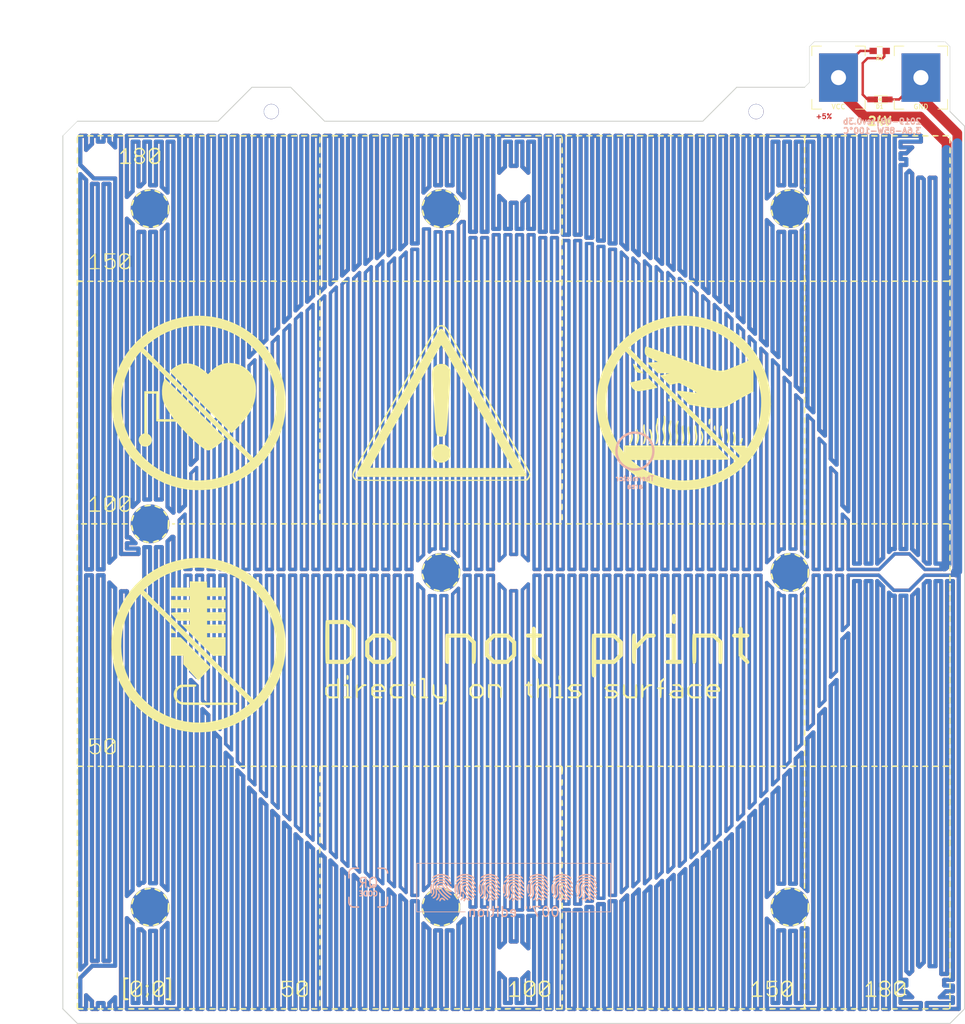
<source format=kicad_pcb>
(kicad_pcb (version 20171130) (host pcbnew 5.1.4+dfsg1-1~bpo10+1)
  (layers (0 F.Cu signal) (31 B.Cu signal) (34 B.Paste user) (35 F.Paste user) (36 B.SilkS user) (37 F.SilkS user) (38 B.Mask user) (39 F.Mask user) (44 Edge.Cuts user))
  (net 0 "")
  (net 1 "Net-(D1-Pad2)")
  (net 2 "Net-(D1-Pad1)")
  (module ok1hra:prusa-bed-mini-silk (layer F.Cu) (at 90 -90)
    (fp_text reference G*** hide)
    (fp_text value prusa-bed-mini-silk hide)
  )
  (module Mounting_Holes:MountingHole_3.2mm_M3 (layer F.Cu) (at 140 -185)
    (fp_text reference REF** hide)
    (fp_text value 3mm)
    (pad "" np_thru_hole circle (at 0 0) (size 3.1 3.1) (drill 3) (layers *.Cu *.Mask))
  )
  (module Mounting_Holes:MountingHole_3.2mm_M3 (layer F.Cu) (at 40 -185)
    (fp_text reference REF** hide)
    (fp_text value 3mm)
    (pad "" np_thru_hole circle (at 0 0) (size 3.1 3.1) (drill 3) (layers *.Cu *.Mask))
  )
  (module ok1hra:label-8mm (layer B.Cu) (at 147 -21 180)
    (fp_text reference REF** hide)
    (fp_text value label-8mm hide)
    (pad 1 smd circle (at 0 0 180) (size 8 8) (layers F.Cu))
  )
  (module ok1hra:label-8mm (layer B.Cu) (at 147 -165 180)
    (fp_text reference REF** hide)
    (fp_text value label-8mm hide)
    (pad 1 smd circle (at 0 0 180) (size 8 8) (layers F.Cu))
  )
  (module ok1hra:label-8mm (layer B.Cu) (at 147 -90 180)
    (fp_text reference REF** hide)
    (fp_text value label-8mm hide)
    (pad 1 smd circle (at 0 0 180) (size 8 8) (layers B.Cu))
  )
  (module ok1hra:label-8mm (layer B.Cu) (at 147 -165 180)
    (fp_text reference REF** hide)
    (fp_text value label-8mm hide)
    (pad 1 smd circle (at 0 0 180) (size 8 8) (layers B.Cu))
  )
  (module ok1hra:label-8mm (layer B.Cu) (at 147 -90 180)
    (fp_text reference REF** hide)
    (fp_text value label-8mm hide)
    (pad 1 smd circle (at 0 0 180) (size 8 8) (layers F.Cu))
  )
  (module ok1hra:label-8mm (layer B.Cu) (at 147 -21 180)
    (fp_text reference REF** hide)
    (fp_text value label-8mm hide)
    (pad 1 smd circle (at 0 0 180) (size 8 8) (layers B.Cu))
  )
  (module ok1hra:label-8mm (layer B.Cu) (at 15 -165 180)
    (fp_text reference REF** hide)
    (fp_text value label-8mm hide)
    (pad 1 smd circle (at 0 0 180) (size 8 8) (layers F.Cu))
  )
  (module ok1hra:label-8mm (layer B.Cu) (at 75 -165 180)
    (fp_text reference REF** hide)
    (fp_text value label-8mm hide)
    (pad 1 smd circle (at 0 0 180) (size 8 8) (layers F.Cu))
  )
  (module ok1hra:label-8mm (layer B.Cu) (at 75 -165 180)
    (fp_text reference REF** hide)
    (fp_text value label-8mm hide)
    (pad 1 smd circle (at 0 0 180) (size 8 8) (layers B.Cu))
  )
  (module ok1hra:label-8mm (layer B.Cu) (at 15 -100 180)
    (fp_text reference REF** hide)
    (fp_text value label-8mm hide)
    (pad 1 smd circle (at 0 0 180) (size 8 8) (layers F.Cu))
  )
  (module ok1hra:label-8mm (layer B.Cu) (at 15 -100 180)
    (fp_text reference REF** hide)
    (fp_text value label-8mm hide)
    (pad 1 smd circle (at 0 0 180) (size 8 8) (layers B.Cu))
  )
  (module ok1hra:label-8mm (layer B.Cu) (at 15 -165 180)
    (fp_text reference REF** hide)
    (fp_text value label-8mm hide)
    (pad 1 smd circle (at 0 0 180) (size 8 8) (layers B.Cu))
  )
  (module ok1hra:label-8mm (layer B.Cu) (at 75 -90 180)
    (fp_text reference REF** hide)
    (fp_text value label-8mm hide)
    (pad 1 smd circle (at 0 0 180) (size 8 8) (layers B.Cu))
  )
  (module ok1hra:label-8mm (layer B.Cu) (at 75 -21 180)
    (fp_text reference REF** hide)
    (fp_text value label-8mm hide)
    (pad 1 smd circle (at 0 0 180) (size 8 8) (layers B.Cu))
  )
  (module ok1hra:label-8mm (layer B.Cu) (at 75 -90 180)
    (fp_text reference REF** hide)
    (fp_text value label-8mm hide)
    (pad 1 smd circle (at 0 0 180) (size 8 8) (layers F.Cu))
  )
  (module ok1hra:label-8mm (layer B.Cu) (at 75 -21 180)
    (fp_text reference REF** hide)
    (fp_text value label-8mm hide)
    (pad 1 smd circle (at 0 0 180) (size 8 8) (layers F.Cu))
  )
  (module ok1hra:label-8mm (layer B.Cu) (at 15 -21 180)
    (fp_text reference REF** hide)
    (fp_text value label-8mm hide)
    (pad 1 smd circle (at 0 0 180) (size 8 8) (layers F.Cu))
  )
  (module ok1hra:label-8mm (layer B.Cu) (at 15 -21 180)
    (fp_text reference REF** hide)
    (fp_text value label-8mm hide)
    (pad 1 smd circle (at 0 0 180) (size 8 8) (layers B.Cu))
  )
  (module ok1hra:PCB-Large-pad (layer F.Cu) (at 157 -192 180)
    (fp_text reference P1 hide)
    (fp_text value VCC)
    (pad 1 thru_hole rect (at 0 0 180) (size 8 10) (drill 3.1) (layers *.Cu F.Mask) (net 2 "Net-(D1-Pad1)"))
  )
  (module ok1hra:PCB-Large-pad (layer F.Cu) (at 174 -192 180)
    (fp_text reference P2 hide)
    (fp_text value GND)
    (pad 1 thru_hole rect (at 0 0 180) (size 8 10) (drill 3.1) (layers *.Cu F.Mask) (net 2 "Net-(D1-Pad1)"))
  )
  (module ok1hra:finger-print (layer B.Cu) (at 105 -25 180)
    (fp_text reference G*** hide)
    (fp_text value LOGO hide)
  )
  (module ok1hra:finger-print (layer B.Cu) (at 100 -25 180)
    (fp_text reference G*** hide)
    (fp_text value LOGO hide)
  )
  (module ok1hra:finger-print (layer B.Cu) (at 95 -25 180)
    (fp_text reference G*** hide)
    (fp_text value LOGO hide)
  )
  (module ok1hra:finger-print (layer B.Cu) (at 90 -25 180)
    (fp_text reference G*** hide)
    (fp_text value LOGO hide)
  )
  (module ok1hra:finger-print (layer B.Cu) (at 85 -25 180)
    (fp_text reference G*** hide)
    (fp_text value LOGO hide)
  )
  (module ok1hra:finger-print (layer B.Cu) (at 80 -25 180)
    (fp_text reference G*** hide)
    (fp_text value LOGO hide)
  )
  (module Resistors_SMD:R_0805_HandSoldering (layer F.Cu) (at 165.5 -197.5)
    (fp_text reference R1 (at 0 1.582) (layer F.SilkS) (effects (font (size 0.8 0.8))))
    (fp_text value 2k2)
    (pad 1 smd rect (at -1.35 0) (size 1.5 1.3) (layers F.Cu F.Paste F.Mask) (net 2 "Net-(D1-Pad1)"))
    (pad 2 smd rect (at 1.35 0) (size 1.5 1.3) (layers F.Cu F.Paste F.Mask) (net 1 "Net-(D1-Pad2)"))
  )
  (module Mounting_Holes:MountingHole_3.2mm_M3 (layer F.Cu) (at 90 -170)
    (fp_text reference REF** hide)
    (fp_text value MountingHole_3.2mm_M3)
    (pad "" np_thru_hole circle (at 0 0) (size 3.1 3.1) (drill 3.1) (layers *.Cu *.Mask))
  )
  (module Mounting_Holes:MountingHole_3.2mm_M3 (layer F.Cu) (at 5 -175)
    (fp_text reference REF** hide)
    (fp_text value MountingHole_3.2mm_M3)
    (pad "" np_thru_hole circle (at 0 0) (size 3.1 3.1) (drill 3.1) (layers *.Cu *.Mask))
  )
  (module Mounting_Holes:MountingHole_3.2mm_M3 (layer F.Cu) (at 175 -175)
    (fp_text reference REF** hide)
    (fp_text value MountingHole_3.2mm_M3)
    (pad "" np_thru_hole circle (at 0 0) (size 3.1 3.1) (drill 3.1) (layers *.Cu *.Mask))
  )
  (module Mounting_Holes:MountingHole_3.2mm_M3 (layer F.Cu) (at 170 -90)
    (fp_text reference REF** hide)
    (fp_text value MountingHole_3.2mm_M3)
    (pad "" np_thru_hole circle (at 0 0) (size 3.1 3.1) (drill 3.1) (layers *.Cu *.Mask))
  )
  (module Mounting_Holes:MountingHole_3.2mm_M3 (layer F.Cu) (at 10 -90)
    (fp_text reference REF** hide)
    (fp_text value MountingHole_3.2mm_M3)
    (pad "" np_thru_hole circle (at 0 0) (size 3.1 3.1) (drill 3.1) (layers *.Cu *.Mask))
  )
  (module Mounting_Holes:MountingHole_3.2mm_M3 (layer F.Cu) (at 90 -90)
    (fp_text reference REF** hide)
    (fp_text value MountingHole_3.2mm_M3)
    (pad "" np_thru_hole circle (at 0 0) (size 3.1 3.1) (drill 3.1) (layers *.Cu *.Mask))
  )
  (module Mounting_Holes:MountingHole_3.2mm_M3 (layer F.Cu) (at 175 -5)
    (fp_text reference REF** hide)
    (fp_text value MountingHole_3.2mm_M3)
    (pad "" np_thru_hole circle (at 0 0) (size 3.1 3.1) (drill 3.1) (layers *.Cu *.Mask))
  )
  (module Mounting_Holes:MountingHole_3.2mm_M3 (layer F.Cu) (at 90 -10)
    (fp_text reference REF** hide)
    (fp_text value MountingHole_3.2mm_M3)
    (pad "" np_thru_hole circle (at 0 0) (size 3.1 3.1) (drill 3.1) (layers *.Cu *.Mask))
  )
  (module Mounting_Holes:MountingHole_3.2mm_M3 (layer B.Cu) (at 165.5 -192 180)
    (fp_text reference REF** hide)
    (fp_text value MountingHole_3.2mm_M3)
    (pad "" np_thru_hole circle (at 0 0 180) (size 3.1 3.1) (drill 3.1) (layers *.Cu *.Mask))
  )
  (module Mounting_Holes:MountingHole_3.2mm_M3 (layer F.Cu) (at 5 -5)
    (fp_text reference REF** hide)
    (fp_text value MountingHole_3.2mm_M3)
    (pad "" np_thru_hole circle (at 0 0) (size 3.1 3.1) (drill 3.1) (layers *.Cu *.Mask))
  )
  (module LEDs:LED_0805 (layer F.Cu) (at 165.5 -187.5 180)
    (fp_text reference D1 (at 0 -1.5 180) (layer F.SilkS) (effects (font (size 0.8 0.8))))
    (fp_text value LTST-C170CKT)
    (pad 1 smd rect (at -1.54902 0) (size 2.19888 1.19888) (layers F.Cu F.Paste F.Mask) (net 2 "Net-(D1-Pad1)"))
    (pad 2 smd rect (at 1.44902 0) (size 2.19888 1.19888) (layers F.Cu F.Paste F.Mask) (net 1 "Net-(D1-Pad2)"))
  )
  (module ok1hra:finger-print (layer B.Cu) (at 75 -25 180)
    (fp_text reference G*** hide)
    (fp_text value LOGO hide)
  )
  (module ok1hra:QR-code-8x8mm (layer B.Cu) (at 60 -25 180)
    (fp_text reference REF** hide)
    (fp_text value QR-code-8x8mm)
    (fp_text user CODE (at 0 -1.25 180) (layer B.SilkS) (effects (font (thickness 0.25)) (justify mirror)))
    (fp_text user QR (at 0 1 180) (layer B.SilkS) (effects (font (size 2 2) (thickness 0.3)) (justify mirror)))
  )
  (gr_text "Thermistor\narea" (at 115 -108.542) (layer B.SilkS) (effects (font (size 1 1) (thickness 0.25)) (justify mirror)))
  (gr_circle (center 115 -115) (end 118.81 -115) (layer B.SilkS) (width 0.5))
  (gr_line (start 29 -183) (end 0 -183) (layer Edge.Cuts) (width 0.2))
  (gr_line (start 136 -190) (end 150 -190) (layer Edge.Cuts) (width 0.2))
  (gr_line (start 136 -190) (end 129 -183) (layer Edge.Cuts) (width 0.2))
  (gr_line (start 36 -190) (end 29 -183) (layer Edge.Cuts) (width 0.2))
  (gr_line (start 44 -190) (end 51 -183) (layer Edge.Cuts) (width 0.2))
  (gr_line (start 36 -190) (end 44 -190) (layer Edge.Cuts) (width 0.2))
  (gr_text 24V (at 165.5 -183) (layer F.SilkS) (effects (font (size 1.7 1.7) (thickness 0.425))))
  (gr_line (start 110 -20) (end 100 -20) (layer B.SilkS) (width 0.15))
  (gr_line (start 110 -30) (end 110 -20) (layer B.SilkS) (width 0.15))
  (gr_line (start 70 -30) (end 110 -30) (layer B.SilkS) (width 0.15))
  (gr_line (start 70 -20) (end 70 -30) (layer B.SilkS) (width 0.15))
  (gr_line (start 80 -20) (end 70 -20) (layer B.SilkS) (width 0.15))
  (gr_text VCC (at 157 -186) (layer F.SilkS) (effects (font (size 1 1))))
  (gr_text GND (at 174 -186) (layer F.SilkS) (effects (font (size 1 1))))
  (gr_line (start 183 -182) (end 180 -185) (layer Edge.Cuts) (width 0.2))
  (gr_line (start 180 3) (end 183 0) (layer Edge.Cuts) (width 0.2))
  (gr_line (start -3 0) (end 0 3) (layer Edge.Cuts) (width 0.2))
  (gr_line (start 51 -183) (end 129 -183) (layer Edge.Cuts) (width 0.2))
  (gr_line (start 183 0) (end 183 -182) (layer Edge.Cuts) (width 0.2))
  (gr_line (start 0 3) (end 180 3) (layer Edge.Cuts) (width 0.2))
  (gr_line (start -3 0) (end -3 -180) (layer Edge.Cuts) (width 0.2))
  (gr_text "007\" edition" (at 90 -20) (layer B.SilkS) (effects (font (size 2 2) (thickness 0.3)) (justify mirror)))
  (gr_text +5% (at 154 -184) (layer F.Cu) (effects (font (size 1 1) (thickness 0.2))))
  (gr_line (start -3 -180) (end 0 -183) (layer Edge.Cuts) (width 0.1))
  (gr_text "2019-08|rev0.3b\n3,6A-85W-100°C" (at 166 -182) (layer B.SilkS) (effects (font (size 1.2 1.2) (thickness 0.3)) (justify mirror)))
  (gr_line (start 180 -198.4) (end 180 -185) (layer Edge.Cuts) (width 0.1))
  (gr_line (start 151 -198.4) (end 152 -199.4) (layer Edge.Cuts) (width 0.1))
  (gr_line (start 152 -199.4) (end 179 -199.4) (layer Edge.Cuts) (width 0.1))
  (gr_line (start 179 -199.4) (end 180 -198.4) (layer Edge.Cuts) (width 0.1))
  (gr_line (start 150 -190) (end 151 -191) (layer Edge.Cuts) (width 0.1))
  (gr_line (start 151 -191) (end 151 -198.4) (layer Edge.Cuts) (width 0.1))
  (segment (start 163 -187.5) (end 164.45098 -187.5) (width 0.5) (layer F.Cu) (net 1))
  (segment (start 163 -187.5) (end 162 -188.5) (width 0.5) (layer F.Cu) (net 1))
  (segment (start 162 -195) (end 163 -196) (width 0.5) (layer F.Cu) (net 1))
  (segment (start 162 -188.5) (end 162 -195) (width 0.5) (layer F.Cu) (net 1))
  (segment (start 163 -196) (end 166.1 -196) (width 0.5) (layer F.Cu) (net 1))
  (segment (start 166.1 -196) (end 166.45 -196.35) (width 0.5) (layer F.Cu) (net 1))
  (segment (start 166.45 -196.35) (end 166.45 -197.5) (width 0.5) (layer F.Cu) (net 1))
  (segment (start 181.2 -90) (end 181.2 -89.4) (width 0.8582) (layer B.Cu) (net 2))
  (segment (start 181.5162 -178.4838) (end 181.5162 -90.3162) (width 2) (layer B.Cu) (net 2))
  (segment (start 181.5162 -90.3162) (end 181.2 -90) (width 2) (layer B.Cu) (net 2))
  (segment (start 179.3 -177.1) (end 179.3 -91.7) (width 2) (layer B.Cu) (net 2))
  (segment (start 179.3 -91.7) (end 178.8 -91.2) (width 2) (layer B.Cu) (net 2))
  (segment (start 174.8 -90.6) (end 178.2 -90.6) (width 0.691) (layer B.Cu) (net 2))
  (segment (start 168.6 -93.8) (end 171.6 -93.8) (width 0.691) (layer B.Cu) (net 2))
  (segment (start 165.4 -90.6) (end 168.6 -93.8) (width 0.691) (layer B.Cu) (net 2))
  (segment (start 159 -90.6) (end 165.4 -90.6) (width 0.691) (layer B.Cu) (net 2))
  (segment (start 159 -100.8) (end 159 -90.6) (width 0.691) (layer B.Cu) (net 2))
  (segment (start 157.8 -90.6) (end 157.8 -102) (width 0.691) (layer B.Cu) (net 2))
  (segment (start 155.4 -111.6) (end 156.6 -110.4) (width 0.691) (layer B.Cu) (net 2))
  (segment (start 155.4 -90.6) (end 155.4 -111.6) (width 0.691) (layer B.Cu) (net 2))
  (segment (start 154.2 -90.6) (end 155.4 -90.6) (width 0.691) (layer B.Cu) (net 2))
  (segment (start 178.2 -90.6) (end 178.8 -91.2) (width 0.691) (layer B.Cu) (net 2))
  (segment (start 156.6 -110.4) (end 156.6 -90.6) (width 0.691) (layer B.Cu) (net 2))
  (segment (start 154.2 -116.4) (end 154.2 -90.6) (width 0.691) (layer B.Cu) (net 2))
  (segment (start 153 -117.6) (end 154.2 -116.4) (width 0.691) (layer B.Cu) (net 2))
  (segment (start 153 -90.6) (end 153 -117.6) (width 0.691) (layer B.Cu) (net 2))
  (segment (start 151.8 -90.6) (end 153 -90.6) (width 0.691) (layer B.Cu) (net 2))
  (segment (start 151.8 -121.2) (end 151.8 -90.6) (width 0.691) (layer B.Cu) (net 2))
  (segment (start 149.4 -94.4) (end 150.6 -93.2) (width 0.691) (layer B.Cu) (net 2))
  (segment (start 148.2 -126.6) (end 149.4 -125.4) (width 0.691) (layer B.Cu) (net 2))
  (segment (start 148.2 -94.8) (end 148.2 -126.6) (width 0.691) (layer B.Cu) (net 2))
  (segment (start 147 -94.8) (end 148.2 -94.8) (width 0.691) (layer B.Cu) (net 2))
  (segment (start 145.2 -94.8) (end 145.8 -94.8) (width 0.691) (layer B.Cu) (net 2))
  (segment (start 144.6 -94.2) (end 145.2 -94.8) (width 0.691) (layer B.Cu) (net 2))
  (segment (start 144.6 -132.6) (end 144.6 -94.2) (width 0.691) (layer B.Cu) (net 2))
  (segment (start 137.4 -90.6) (end 138.6 -90.6) (width 0.691) (layer B.Cu) (net 2))
  (segment (start 137.4 -139.8) (end 137.4 -90.6) (width 0.691) (layer B.Cu) (net 2))
  (segment (start 136.2 -141) (end 137.4 -139.8) (width 0.691) (layer B.Cu) (net 2))
  (segment (start 136.2 -90.6) (end 136.2 -141) (width 0.691) (layer B.Cu) (net 2))
  (segment (start 135 -142.2) (end 135 -90.6) (width 0.691) (layer B.Cu) (net 2))
  (segment (start 133.8 -143.4) (end 135 -142.2) (width 0.691) (layer B.Cu) (net 2))
  (segment (start 131.4 -145.2) (end 132.6 -144) (width 0.691) (layer B.Cu) (net 2))
  (segment (start 130.2 -90.6) (end 131.4 -90.6) (width 0.691) (layer B.Cu) (net 2))
  (segment (start 130.2 -145.8) (end 130.2 -90.6) (width 0.691) (layer B.Cu) (net 2))
  (segment (start 129 -147) (end 130.2 -145.8) (width 0.691) (layer B.Cu) (net 2))
  (segment (start 129 -90.6) (end 129 -147) (width 0.691) (layer B.Cu) (net 2))
  (segment (start 127.8 -90.6) (end 129 -90.6) (width 0.691) (layer B.Cu) (net 2))
  (segment (start 126.6 -148.8) (end 127.8 -147.6) (width 0.691) (layer B.Cu) (net 2))
  (segment (start 125.4 -149.4) (end 125.4 -90.6) (width 0.691) (layer B.Cu) (net 2))
  (segment (start 123 -90.6) (end 124.2 -90.6) (width 0.691) (layer B.Cu) (net 2))
  (segment (start 121.8 -151.8) (end 123 -150.6) (width 0.691) (layer B.Cu) (net 2))
  (segment (start 46.2 -89.4) (end 46.2 -36.6) (width 0.691) (layer B.Cu) (net 2))
  (segment (start 108.6 -90.6) (end 109.8 -90.6) (width 0.691) (layer B.Cu) (net 2))
  (segment (start 51 -33) (end 49.8 -34.2) (width 0.691) (layer B.Cu) (net 2))
  (segment (start 88.2 -20.4) (end 88.2 -86.4) (width 0.691) (layer B.Cu) (net 2))
  (segment (start 46.2 -36.6) (end 45 -37.8) (width 0.691) (layer B.Cu) (net 2))
  (segment (start 119.4 -27) (end 119.4 -89.4) (width 0.691) (layer B.Cu) (net 2))
  (segment (start 55.8 -89.4) (end 55.8 -29.4) (width 0.691) (layer B.Cu) (net 2))
  (segment (start 57 -29.4) (end 57 -89.4) (width 0.691) (layer B.Cu) (net 2))
  (segment (start 67.8 -90.6) (end 69 -90.6) (width 0.691) (layer B.Cu) (net 2))
  (segment (start 61.8 -89.4) (end 60.6 -89.4) (width 0.691) (layer B.Cu) (net 2))
  (segment (start 73.8 -160.2) (end 75 -160.2) (width 0.691) (layer B.Cu) (net 2))
  (segment (start 82.2 -159) (end 82.2 -90.6) (width 0.691) (layer B.Cu) (net 2))
  (segment (start 114.6 -154.8) (end 115.8 -153.6) (width 0.691) (layer B.Cu) (net 2))
  (segment (start 70.2 -92.4) (end 71.4 -93.6) (width 0.691) (layer B.Cu) (net 2))
  (segment (start 64.2 -26.4) (end 64.2 -89.4) (width 0.691) (layer B.Cu) (net 2))
  (segment (start 132.6 -36) (end 131.4 -34.8) (width 0.691) (layer B.Cu) (net 2))
  (segment (start 22.2 -89.4) (end 22.2 -78) (width 0.691) (layer B.Cu) (net 2))
  (segment (start 67.8 -24) (end 66.6 -25.2) (width 0.691) (layer B.Cu) (net 2))
  (segment (start 57 -89.4) (end 55.8 -89.4) (width 0.691) (layer B.Cu) (net 2))
  (segment (start 70.2 -87.6) (end 70.2 -23.4) (width 0.691) (layer B.Cu) (net 2))
  (segment (start 85.8 -20.4) (end 85.8 -89.4) (width 0.691) (layer B.Cu) (net 2))
  (segment (start 71.4 -24.4) (end 71.4 -86.4) (width 0.691) (layer B.Cu) (net 2))
  (segment (start 52.2 -147.6) (end 53.4 -148.8) (width 0.691) (layer B.Cu) (net 2))
  (segment (start 109.8 -23.4) (end 109.8 -89.4) (width 0.691) (layer B.Cu) (net 2))
  (segment (start 81 -159) (end 82.2 -159) (width 0.691) (layer B.Cu) (net 2))
  (segment (start 72.6 -25.6) (end 71.4 -24.4) (width 0.691) (layer B.Cu) (net 2))
  (segment (start 131.4 -90.6) (end 131.4 -145.2) (width 0.691) (layer B.Cu) (net 2))
  (segment (start 89.4 -159.6) (end 89.4 -93.7) (width 0.691) (layer B.Cu) (net 2))
  (segment (start 142.2 -135) (end 142.2 -92) (width 0.691) (layer B.Cu) (net 2))
  (segment (start 76.2 -94.8) (end 76.2 -160.2) (width 0.691) (layer B.Cu) (net 2))
  (segment (start 157.8 -102) (end 159 -100.8) (width 0.691) (layer B.Cu) (net 2))
  (segment (start 107.4 -157.2) (end 108.6 -157.2) (width 0.691) (layer B.Cu) (net 2))
  (segment (start 28.2 -121.2) (end 29.4 -122.4) (width 0.691) (layer B.Cu) (net 2))
  (segment (start 79.8 -23.1) (end 78.6 -24.3) (width 0.691) (layer B.Cu) (net 2))
  (segment (start 151.8 -89.4) (end 151.8 -58.8) (width 0.691) (layer B.Cu) (net 2))
  (segment (start 81 -21) (end 81 -89.4) (width 0.691) (layer B.Cu) (net 2))
  (segment (start 54.6 -30.6) (end 54.6 -89.4) (width 0.691) (layer B.Cu) (net 2))
  (segment (start 23.4 -90.6) (end 23.4 -110.4) (width 0.691) (layer B.Cu) (net 2))
  (segment (start 127.8 -147.6) (end 127.8 -90.6) (width 0.691) (layer B.Cu) (net 2))
  (segment (start 48.6 -90.6) (end 49.8 -90.6) (width 0.691) (layer B.Cu) (net 2))
  (segment (start 82.2 -89.4) (end 82.2 -21) (width 0.691) (layer B.Cu) (net 2))
  (segment (start 83.4 -89.4) (end 82.2 -89.4) (width 0.691) (layer B.Cu) (net 2))
  (segment (start 84.6 -89.4) (end 84.6 -21) (width 0.691) (layer B.Cu) (net 2))
  (segment (start 150.6 -86.7) (end 149.4 -85.5) (width 0.691) (layer B.Cu) (net 2))
  (segment (start 58.2 -89.4) (end 58.2 -28.2) (width 0.691) (layer B.Cu) (net 2))
  (segment (start 36.6 -89.4) (end 36.6 -46.2) (width 0.691) (layer B.Cu) (net 2))
  (segment (start 47.4 -89.4) (end 46.2 -89.4) (width 0.691) (layer B.Cu) (net 2))
  (segment (start 142.2 -92) (end 143.4 -93.2) (width 0.691) (layer B.Cu) (net 2))
  (segment (start 54.6 -89.4) (end 53.4 -89.4) (width 0.691) (layer B.Cu) (net 2))
  (segment (start 84.6 -159) (end 84.6 -90.6) (width 0.691) (layer B.Cu) (net 2))
  (segment (start 79.8 -89.4) (end 79.8 -23.1) (width 0.691) (layer B.Cu) (net 2))
  (segment (start 76.8 -25.8) (end 76.2 -25.8) (width 0.691) (layer B.Cu) (net 2))
  (segment (start 90.6 -86.2) (end 89.4 -86.2) (width 0.691) (layer B.Cu) (net 2))
  (segment (start 90.6 -20.4) (end 90.6 -86.2) (width 0.691) (layer B.Cu) (net 2))
  (segment (start 66.6 -25.2) (end 66.6 -89.4) (width 0.691) (layer B.Cu) (net 2))
  (segment (start 91.8 -20.4) (end 90.6 -20.4) (width 0.691) (layer B.Cu) (net 2))
  (segment (start 93 -87.6) (end 91.8 -86.4) (width 0.691) (layer B.Cu) (net 2))
  (segment (start 93 -20.4) (end 93 -87.6) (width 0.691) (layer B.Cu) (net 2))
  (segment (start 96.6 -89.4) (end 96.6 -21) (width 0.691) (layer B.Cu) (net 2))
  (segment (start 99 -89.4) (end 99 -21) (width 0.691) (layer B.Cu) (net 2))
  (segment (start 135 -89.4) (end 135 -37.8) (width 0.691) (layer B.Cu) (net 2))
  (segment (start 112.2 -24) (end 112.2 -89.4) (width 0.691) (layer B.Cu) (net 2))
  (segment (start 100.2 -89.4) (end 99 -89.4) (width 0.691) (layer B.Cu) (net 2))
  (segment (start 133.8 -90.6) (end 133.8 -143.4) (width 0.691) (layer B.Cu) (net 2))
  (segment (start 113.4 -25.2) (end 112.2 -24) (width 0.691) (layer B.Cu) (net 2))
  (segment (start 81 -90.6) (end 81 -159) (width 0.691) (layer B.Cu) (net 2))
  (segment (start 101.4 -89.4) (end 101.4 -21.6) (width 0.691) (layer B.Cu) (net 2))
  (segment (start 89.4 -86.2) (end 89.4 -20.4) (width 0.691) (layer B.Cu) (net 2))
  (segment (start 153 -89.4) (end 151.8 -89.4) (width 0.691) (layer B.Cu) (net 2))
  (segment (start 52.2 -32.4) (end 52.2 -89.4) (width 0.691) (layer B.Cu) (net 2))
  (segment (start 88.2 -86.4) (end 87 -87.6) (width 0.691) (layer B.Cu) (net 2))
  (segment (start 49.8 -145.8) (end 51 -147) (width 0.691) (layer B.Cu) (net 2))
  (segment (start 96.6 -21) (end 95.4 -21) (width 0.691) (layer B.Cu) (net 2))
  (segment (start 61.8 -90.6) (end 61.8 -153) (width 0.691) (layer B.Cu) (net 2))
  (segment (start 103.8 -89.4) (end 103.8 -21.6) (width 0.691) (layer B.Cu) (net 2))
  (segment (start 139.8 -89.4) (end 139.8 -42.6) (width 0.691) (layer B.Cu) (net 2))
  (segment (start 105 -22.2) (end 105 -89.4) (width 0.691) (layer B.Cu) (net 2))
  (segment (start 59.4 -151.8) (end 60.6 -153) (width 0.691) (layer B.Cu) (net 2))
  (segment (start 48.6 -89.4) (end 48.6 -34.8) (width 0.691) (layer B.Cu) (net 2))
  (segment (start 89.4 -20.4) (end 88.2 -20.4) (width 0.691) (layer B.Cu) (net 2))
  (segment (start 37.8 -45) (end 37.8 -89.4) (width 0.691) (layer B.Cu) (net 2))
  (segment (start 105 -90.6) (end 105 -157.8) (width 0.691) (layer B.Cu) (net 2))
  (segment (start 106.2 -22.2) (end 105 -22.2) (width 0.691) (layer B.Cu) (net 2))
  (segment (start 114.6 -25.2) (end 114.6 -89.4) (width 0.691) (layer B.Cu) (net 2))
  (segment (start 151.8 -58.8) (end 150.6 -57.6) (width 0.691) (layer B.Cu) (net 2))
  (segment (start 75 -25.8) (end 73.8 -25.8) (width 0.691) (layer B.Cu) (net 2))
  (segment (start 137.4 -89.4) (end 137.4 -40.2) (width 0.691) (layer B.Cu) (net 2))
  (segment (start 54.6 -90.6) (end 54.6 -149.4) (width 0.691) (layer B.Cu) (net 2))
  (segment (start 143.4 -133.8) (end 144.6 -132.6) (width 0.691) (layer B.Cu) (net 2))
  (segment (start 143.4 -46.2) (end 143.4 -86.7) (width 0.691) (layer B.Cu) (net 2))
  (segment (start 145.8 -49.8) (end 145.8 -85.2) (width 0.691) (layer B.Cu) (net 2))
  (segment (start 156.6 -90.6) (end 157.8 -90.6) (width 0.691) (layer B.Cu) (net 2))
  (segment (start 83.4 -21) (end 83.4 -89.4) (width 0.691) (layer B.Cu) (net 2))
  (segment (start 156.6 -89.4) (end 156.6 -69.6) (width 0.691) (layer B.Cu) (net 2))
  (segment (start 118.2 -27) (end 117 -25.8) (width 0.691) (layer B.Cu) (net 2))
  (segment (start 147 -51) (end 145.8 -49.8) (width 0.691) (layer B.Cu) (net 2))
  (segment (start 102.6 -90.6) (end 102.6 -158.4) (width 0.691) (layer B.Cu) (net 2))
  (segment (start 37.8 -90.6) (end 37.8 -135) (width 0.691) (layer B.Cu) (net 2))
  (segment (start 125.4 -90.6) (end 126.6 -90.6) (width 0.691) (layer B.Cu) (net 2))
  (segment (start 115.8 -26.4) (end 114.6 -25.2) (width 0.691) (layer B.Cu) (net 2))
  (segment (start 42.6 -40.2) (end 42.6 -89.4) (width 0.691) (layer B.Cu) (net 2))
  (segment (start 46.2 -143.4) (end 46.2 -90.6) (width 0.691) (layer B.Cu) (net 2))
  (segment (start 145.8 -94.8) (end 145.8 -130.2) (width 0.691) (layer B.Cu) (net 2))
  (segment (start 139.8 -42.6) (end 138.6 -41.4) (width 0.691) (layer B.Cu) (net 2))
  (segment (start 102.6 -21.6) (end 102.6 -89.4) (width 0.691) (layer B.Cu) (net 2))
  (segment (start 60.6 -89.4) (end 60.6 -27) (width 0.691) (layer B.Cu) (net 2))
  (segment (start 148.2 -85.2) (end 147 -85.2) (width 0.691) (layer B.Cu) (net 2))
  (segment (start 79.8 -162.3) (end 79.8 -90.6) (width 0.691) (layer B.Cu) (net 2))
  (segment (start 76.2 -25.8) (end 76.2 -85.2) (width 0.691) (layer B.Cu) (net 2))
  (segment (start 127.8 -32.4) (end 126.6 -31.2) (width 0.691) (layer B.Cu) (net 2))
  (segment (start 95.4 -159) (end 96.6 -159) (width 0.691) (layer B.Cu) (net 2))
  (segment (start 95.4 -90.6) (end 95.4 -159) (width 0.691) (layer B.Cu) (net 2))
  (segment (start 145.2 -85.2) (end 144.6 -85.8) (width 0.691) (layer B.Cu) (net 2))
  (segment (start 120.6 -89.4) (end 120.6 -28.2) (width 0.691) (layer B.Cu) (net 2))
  (segment (start 42.6 -139.8) (end 43.8 -141) (width 0.691) (layer B.Cu) (net 2))
  (segment (start 87 -20.4) (end 85.8 -20.4) (width 0.691) (layer B.Cu) (net 2))
  (segment (start 132.6 -144) (end 132.6 -90.6) (width 0.691) (layer B.Cu) (net 2))
  (segment (start 103.8 -21.6) (end 102.6 -21.6) (width 0.691) (layer B.Cu) (net 2))
  (segment (start 149.4 -85.5) (end 149.4 -54.6) (width 0.691) (layer B.Cu) (net 2))
  (segment (start 47.4 -36) (end 47.4 -89.4) (width 0.691) (layer B.Cu) (net 2))
  (segment (start 23.4 -89.4) (end 22.2 -89.4) (width 0.691) (layer B.Cu) (net 2))
  (segment (start 45 -142.2) (end 46.2 -143.4) (width 0.691) (layer B.Cu) (net 2))
  (segment (start 107.4 -22.8) (end 107.4 -89.4) (width 0.691) (layer B.Cu) (net 2))
  (segment (start 144.6 -47.4) (end 143.4 -46.2) (width 0.691) (layer B.Cu) (net 2))
  (segment (start 114.6 -89.4) (end 113.4 -89.4) (width 0.691) (layer B.Cu) (net 2))
  (segment (start 72.6 -85.2) (end 72.6 -25.6) (width 0.691) (layer B.Cu) (net 2))
  (segment (start 121.8 -89.4) (end 120.6 -89.4) (width 0.691) (layer B.Cu) (net 2))
  (segment (start 45 -37.8) (end 45 -89.4) (width 0.691) (layer B.Cu) (net 2))
  (segment (start 85.8 -159.6) (end 87 -159.6) (width 0.691) (layer B.Cu) (net 2))
  (segment (start 142.2 -45) (end 141 -43.8) (width 0.691) (layer B.Cu) (net 2))
  (segment (start 180.6 -89.4) (end 174.7 -89.4) (width 0.691) (layer B.Cu) (net 2))
  (segment (start 33 -90.6) (end 33 -129) (width 0.691) (layer B.Cu) (net 2))
  (segment (start 102.6 -89.4) (end 101.4 -89.4) (width 0.691) (layer B.Cu) (net 2))
  (segment (start 159 -79.2) (end 157.8 -78) (width 0.691) (layer B.Cu) (net 2))
  (segment (start 145.8 -130.2) (end 147 -129) (width 0.691) (layer B.Cu) (net 2))
  (segment (start 51 -89.4) (end 51 -33) (width 0.691) (layer B.Cu) (net 2))
  (segment (start 102.6 -158.4) (end 103.8 -158.4) (width 0.691) (layer B.Cu) (net 2))
  (segment (start 155.4 -68.4) (end 155.4 -89.4) (width 0.691) (layer B.Cu) (net 2))
  (segment (start 159 -89.4) (end 159 -79.2) (width 0.691) (layer B.Cu) (net 2))
  (segment (start 39 -90.6) (end 40.2 -90.6) (width 0.691) (layer B.Cu) (net 2))
  (segment (start 105 -89.4) (end 103.8 -89.4) (width 0.691) (layer B.Cu) (net 2))
  (segment (start 174.7 -89.4) (end 171.6 -86.3) (width 0.691) (layer B.Cu) (net 2))
  (segment (start 136.2 -89.4) (end 135 -89.4) (width 0.691) (layer B.Cu) (net 2))
  (segment (start 139.8 -90.6) (end 141 -90.6) (width 0.691) (layer B.Cu) (net 2))
  (segment (start 138.6 -138.6) (end 139.8 -137.4) (width 0.691) (layer B.Cu) (net 2))
  (segment (start 91.8 -86.4) (end 91.8 -20.4) (width 0.691) (layer B.Cu) (net 2))
  (segment (start 171.6 -86.3) (end 168.4 -86.3) (width 0.691) (layer B.Cu) (net 2))
  (segment (start 145.8 -85.2) (end 145.2 -85.2) (width 0.691) (layer B.Cu) (net 2))
  (segment (start 101.4 -90.6) (end 102.6 -90.6) (width 0.691) (layer B.Cu) (net 2))
  (segment (start 143.4 -86.7) (end 142.2 -87.9) (width 0.691) (layer B.Cu) (net 2))
  (segment (start 53.4 -89.4) (end 53.4 -31.2) (width 0.691) (layer B.Cu) (net 2))
  (segment (start 66.6 -154.8) (end 67.8 -156) (width 0.691) (layer B.Cu) (net 2))
  (segment (start 77.4 -85.5) (end 77.4 -25.2) (width 0.691) (layer B.Cu) (net 2))
  (segment (start 150.6 -57.6) (end 150.6 -86.7) (width 0.691) (layer B.Cu) (net 2))
  (segment (start 22.2 -90.6) (end 23.4 -90.6) (width 0.691) (layer B.Cu) (net 2))
  (segment (start 58.2 -28.2) (end 57 -29.4) (width 0.691) (layer B.Cu) (net 2))
  (segment (start 129 -89.4) (end 127.8 -89.4) (width 0.691) (layer B.Cu) (net 2))
  (segment (start 106.2 -157.8) (end 106.2 -90.6) (width 0.691) (layer B.Cu) (net 2))
  (segment (start 27 -90.6) (end 28.2 -90.6) (width 0.691) (layer B.Cu) (net 2))
  (segment (start 144.6 -85.8) (end 144.6 -47.4) (width 0.691) (layer B.Cu) (net 2))
  (segment (start 57 -150.6) (end 58.2 -151.8) (width 0.691) (layer B.Cu) (net 2))
  (segment (start 115.8 -90.6) (end 117 -90.6) (width 0.691) (layer B.Cu) (net 2))
  (segment (start 138.6 -90.6) (end 138.6 -138.6) (width 0.691) (layer B.Cu) (net 2))
  (segment (start 94.2 -89.4) (end 94.2 -20.4) (width 0.691) (layer B.Cu) (net 2))
  (segment (start 149.4 -54.6) (end 148.2 -53.4) (width 0.691) (layer B.Cu) (net 2))
  (segment (start 24.6 -90.6) (end 25.8 -90.6) (width 0.691) (layer B.Cu) (net 2))
  (segment (start 108.6 -22.8) (end 107.4 -22.8) (width 0.691) (layer B.Cu) (net 2))
  (segment (start 79.2 -162.3) (end 79.8 -162.3) (width 0.691) (layer B.Cu) (net 2))
  (segment (start 157.8 -78) (end 157.8 -89.4) (width 0.691) (layer B.Cu) (net 2))
  (segment (start 78.6 -24.3) (end 78.6 -86.7) (width 0.691) (layer B.Cu) (net 2))
  (segment (start 112.2 -89.4) (end 111 -89.4) (width 0.691) (layer B.Cu) (net 2))
  (segment (start 141 -89.4) (end 139.8 -89.4) (width 0.691) (layer B.Cu) (net 2))
  (segment (start 30.6 -54.6) (end 30.6 -89.4) (width 0.691) (layer B.Cu) (net 2))
  (segment (start 119.4 -89.4) (end 118.2 -89.4) (width 0.691) (layer B.Cu) (net 2))
  (segment (start 77.4 -25.2) (end 76.8 -25.8) (width 0.691) (layer B.Cu) (net 2))
  (segment (start 156.6 -69.6) (end 155.4 -68.4) (width 0.691) (layer B.Cu) (net 2))
  (segment (start 53.4 -31.2) (end 52.2 -32.4) (width 0.691) (layer B.Cu) (net 2))
  (segment (start 52.2 -89.4) (end 51 -89.4) (width 0.691) (layer B.Cu) (net 2))
  (segment (start 154.2 -63.6) (end 153 -62.4) (width 0.691) (layer B.Cu) (net 2))
  (segment (start 99 -21) (end 97.8 -21) (width 0.691) (layer B.Cu) (net 2))
  (segment (start 73.8 -85.2) (end 72.6 -85.2) (width 0.691) (layer B.Cu) (net 2))
  (segment (start 76.2 -85.2) (end 75 -85.2) (width 0.691) (layer B.Cu) (net 2))
  (segment (start 147 -129) (end 147 -94.8) (width 0.691) (layer B.Cu) (net 2))
  (segment (start 147 -85.2) (end 147 -51) (width 0.691) (layer B.Cu) (net 2))
  (segment (start 71.4 -86.4) (end 70.2 -87.6) (width 0.691) (layer B.Cu) (net 2))
  (segment (start 154.2 -89.4) (end 154.2 -63.6) (width 0.691) (layer B.Cu) (net 2))
  (segment (start 69 -89.4) (end 67.8 -89.4) (width 0.691) (layer B.Cu) (net 2))
  (segment (start 141 -90.6) (end 141 -136.2) (width 0.691) (layer B.Cu) (net 2))
  (segment (start 27 -62.4) (end 25.8 -63.6) (width 0.691) (layer B.Cu) (net 2))
  (segment (start 23.4 -69.6) (end 23.4 -89.4) (width 0.691) (layer B.Cu) (net 2))
  (segment (start 133.8 -89.4) (end 132.6 -89.4) (width 0.691) (layer B.Cu) (net 2))
  (segment (start 95.4 -21) (end 95.4 -89.4) (width 0.691) (layer B.Cu) (net 2))
  (segment (start 138.6 -41.4) (end 138.6 -89.4) (width 0.691) (layer B.Cu) (net 2))
  (segment (start 101.4 -21.6) (end 100.2 -21.6) (width 0.691) (layer B.Cu) (net 2))
  (segment (start 85.8 -89.4) (end 84.6 -89.4) (width 0.691) (layer B.Cu) (net 2))
  (segment (start 106.2 -90.6) (end 107.4 -90.6) (width 0.691) (layer B.Cu) (net 2))
  (segment (start 78.6 -161.7) (end 79.2 -162.3) (width 0.691) (layer B.Cu) (net 2))
  (segment (start 100.2 -21.6) (end 100.2 -89.4) (width 0.691) (layer B.Cu) (net 2))
  (segment (start 135 -90.6) (end 136.2 -90.6) (width 0.691) (layer B.Cu) (net 2))
  (segment (start 148.2 -53.4) (end 148.2 -85.2) (width 0.691) (layer B.Cu) (net 2))
  (segment (start 141 -136.2) (end 142.2 -135) (width 0.691) (layer B.Cu) (net 2))
  (segment (start 35.4 -132.6) (end 36.6 -133.8) (width 0.691) (layer B.Cu) (net 2))
  (segment (start 22.2 -78) (end 21 -79.2) (width 0.691) (layer B.Cu) (net 2))
  (segment (start 149.4 -125.4) (end 149.4 -94.4) (width 0.691) (layer B.Cu) (net 2))
  (segment (start 55.8 -90.6) (end 57 -90.6) (width 0.691) (layer B.Cu) (net 2))
  (segment (start 115.8 -89.4) (end 115.8 -26.4) (width 0.691) (layer B.Cu) (net 2))
  (segment (start 23.4 -110.4) (end 24.6 -111.6) (width 0.691) (layer B.Cu) (net 2))
  (segment (start 97.8 -21) (end 97.8 -89.4) (width 0.691) (layer B.Cu) (net 2))
  (segment (start 48.6 -145.2) (end 48.6 -90.6) (width 0.691) (layer B.Cu) (net 2))
  (segment (start 61.8 -27) (end 61.8 -89.4) (width 0.691) (layer B.Cu) (net 2))
  (segment (start 157.8 -89.4) (end 156.6 -89.4) (width 0.691) (layer B.Cu) (net 2))
  (segment (start 171.6 -93.8) (end 174.8 -90.6) (width 0.691) (layer B.Cu) (net 2))
  (segment (start 137.4 -40.2) (end 136.2 -39) (width 0.691) (layer B.Cu) (net 2))
  (segment (start 59.4 -28.2) (end 59.4 -89.4) (width 0.691) (layer B.Cu) (net 2))
  (segment (start 101.4 -158.4) (end 101.4 -90.6) (width 0.691) (layer B.Cu) (net 2))
  (segment (start 73.8 -25.8) (end 73.8 -85.2) (width 0.691) (layer B.Cu) (net 2))
  (segment (start 70.2 -156.6) (end 70.2 -92.4) (width 0.691) (layer B.Cu) (net 2))
  (segment (start 136.2 -39) (end 136.2 -89.4) (width 0.691) (layer B.Cu) (net 2))
  (segment (start 132.6 -89.4) (end 132.6 -36) (width 0.691) (layer B.Cu) (net 2))
  (segment (start 123 -89.4) (end 123 -29.4) (width 0.691) (layer B.Cu) (net 2))
  (segment (start 57 -90.6) (end 57 -150.6) (width 0.691) (layer B.Cu) (net 2))
  (segment (start 130.2 -89.4) (end 130.2 -34.2) (width 0.691) (layer B.Cu) (net 2))
  (segment (start 48.6 -34.8) (end 47.4 -36) (width 0.691) (layer B.Cu) (net 2))
  (segment (start 78.6 -86.7) (end 77.4 -85.5) (width 0.691) (layer B.Cu) (net 2))
  (segment (start 60.6 -27) (end 59.4 -28.2) (width 0.691) (layer B.Cu) (net 2))
  (segment (start 24.6 -111.6) (end 24.6 -90.6) (width 0.691) (layer B.Cu) (net 2))
  (segment (start 111 -89.4) (end 111 -23.4) (width 0.691) (layer B.Cu) (net 2))
  (segment (start 153 -62.4) (end 153 -89.4) (width 0.691) (layer B.Cu) (net 2))
  (segment (start 37.8 -135) (end 39 -136.2) (width 0.691) (layer B.Cu) (net 2))
  (segment (start 96.6 -159) (end 96.6 -90.6) (width 0.691) (layer B.Cu) (net 2))
  (segment (start 129 -33) (end 129 -89.4) (width 0.691) (layer B.Cu) (net 2))
  (segment (start 39 -136.2) (end 39 -90.6) (width 0.691) (layer B.Cu) (net 2))
  (segment (start 59.4 -89.4) (end 58.2 -89.4) (width 0.691) (layer B.Cu) (net 2))
  (segment (start 87 -159.6) (end 87 -92.4) (width 0.691) (layer B.Cu) (net 2))
  (segment (start 111 -23.4) (end 109.8 -23.4) (width 0.691) (layer B.Cu) (net 2))
  (segment (start 127.8 -89.4) (end 127.8 -32.4) (width 0.691) (layer B.Cu) (net 2))
  (segment (start 109.8 -90.6) (end 109.8 -156.6) (width 0.691) (layer B.Cu) (net 2))
  (segment (start 126.6 -31.2) (end 126.6 -89.4) (width 0.691) (layer B.Cu) (net 2))
  (segment (start 60.6 -90.6) (end 61.8 -90.6) (width 0.691) (layer B.Cu) (net 2))
  (segment (start 142.2 -87.9) (end 142.2 -45) (width 0.691) (layer B.Cu) (net 2))
  (segment (start 52.2 -90.6) (end 52.2 -147.6) (width 0.691) (layer B.Cu) (net 2))
  (segment (start 125.4 -30.6) (end 124.2 -29.4) (width 0.691) (layer B.Cu) (net 2))
  (segment (start 34.2 -90.6) (end 35.4 -90.6) (width 0.691) (layer B.Cu) (net 2))
  (segment (start 107.4 -89.4) (end 106.2 -89.4) (width 0.691) (layer B.Cu) (net 2))
  (segment (start 117 -90.6) (end 117 -154.2) (width 0.691) (layer B.Cu) (net 2))
  (segment (start 124.2 -89.4) (end 123 -89.4) (width 0.691) (layer B.Cu) (net 2))
  (segment (start 126.6 -89.4) (end 125.4 -89.4) (width 0.691) (layer B.Cu) (net 2))
  (segment (start 126.6 -90.6) (end 126.6 -148.8) (width 0.691) (layer B.Cu) (net 2))
  (segment (start 125.4 -89.4) (end 125.4 -30.6) (width 0.691) (layer B.Cu) (net 2))
  (segment (start 65.4 -89.4) (end 65.4 -25.2) (width 0.691) (layer B.Cu) (net 2))
  (segment (start 123 -29.4) (end 121.8 -28.2) (width 0.691) (layer B.Cu) (net 2))
  (segment (start 43.8 -89.4) (end 43.8 -39) (width 0.691) (layer B.Cu) (net 2))
  (segment (start 58.2 -90.6) (end 59.4 -90.6) (width 0.691) (layer B.Cu) (net 2))
  (segment (start 133.8 -36.6) (end 133.8 -89.4) (width 0.691) (layer B.Cu) (net 2))
  (segment (start 55.8 -29.4) (end 54.6 -30.6) (width 0.691) (layer B.Cu) (net 2))
  (segment (start 131.4 -34.8) (end 131.4 -89.4) (width 0.691) (layer B.Cu) (net 2))
  (segment (start 120.6 -28.2) (end 119.4 -27) (width 0.691) (layer B.Cu) (net 2))
  (segment (start 71.4 -160.8) (end 72.6 -160.8) (width 0.691) (layer B.Cu) (net 2))
  (segment (start 64.2 -89.4) (end 63 -89.4) (width 0.691) (layer B.Cu) (net 2))
  (segment (start 131.4 -89.4) (end 130.2 -89.4) (width 0.691) (layer B.Cu) (net 2))
  (segment (start 118.2 -89.4) (end 118.2 -27) (width 0.691) (layer B.Cu) (net 2))
  (segment (start 113.4 -89.4) (end 113.4 -25.2) (width 0.691) (layer B.Cu) (net 2))
  (segment (start 150.6 -93.2) (end 150.6 -122.4) (width 0.691) (layer B.Cu) (net 2))
  (segment (start 28.2 -90.6) (end 28.2 -121.2) (width 0.691) (layer B.Cu) (net 2))
  (segment (start 138.6 -89.4) (end 137.4 -89.4) (width 0.691) (layer B.Cu) (net 2))
  (segment (start 141 -43.8) (end 141 -89.4) (width 0.691) (layer B.Cu) (net 2))
  (segment (start 49.8 -89.4) (end 48.6 -89.4) (width 0.691) (layer B.Cu) (net 2))
  (segment (start 130.2 -34.2) (end 129 -33) (width 0.691) (layer B.Cu) (net 2))
  (segment (start 35.4 -47.4) (end 35.4 -89.4) (width 0.691) (layer B.Cu) (net 2))
  (segment (start 117 -89.4) (end 115.8 -89.4) (width 0.691) (layer B.Cu) (net 2))
  (segment (start 27 -89.4) (end 27 -62.4) (width 0.691) (layer B.Cu) (net 2))
  (segment (start 87 -87.6) (end 87 -20.4) (width 0.691) (layer B.Cu) (net 2))
  (segment (start 43.8 -39) (end 42.6 -40.2) (width 0.691) (layer B.Cu) (net 2))
  (segment (start 165.3 -89.4) (end 159 -89.4) (width 0.691) (layer B.Cu) (net 2))
  (segment (start 76.2 -160.2) (end 77.4 -160.2) (width 0.691) (layer B.Cu) (net 2))
  (segment (start 63 -89.4) (end 63 -25.8) (width 0.691) (layer B.Cu) (net 2))
  (segment (start 49.8 -34.2) (end 49.8 -89.4) (width 0.691) (layer B.Cu) (net 2))
  (segment (start 109.8 -89.4) (end 108.6 -89.4) (width 0.691) (layer B.Cu) (net 2))
  (segment (start 124.2 -29.4) (end 124.2 -89.4) (width 0.691) (layer B.Cu) (net 2))
  (segment (start 63 -90.6) (end 64.2 -90.6) (width 0.691) (layer B.Cu) (net 2))
  (segment (start 82.2 -21) (end 81 -21) (width 0.691) (layer B.Cu) (net 2))
  (segment (start 108.6 -89.4) (end 108.6 -22.8) (width 0.691) (layer B.Cu) (net 2))
  (segment (start 42.6 -89.4) (end 41.4 -89.4) (width 0.691) (layer B.Cu) (net 2))
  (segment (start 64.2 -90.6) (end 64.2 -153.6) (width 0.691) (layer B.Cu) (net 2))
  (segment (start 45 -89.4) (end 43.8 -89.4) (width 0.691) (layer B.Cu) (net 2))
  (segment (start 81 -89.4) (end 79.8 -89.4) (width 0.691) (layer B.Cu) (net 2))
  (segment (start 41.4 -89.4) (end 41.4 -41.4) (width 0.691) (layer B.Cu) (net 2))
  (segment (start 41.4 -41.4) (end 40.2 -42.6) (width 0.691) (layer B.Cu) (net 2))
  (segment (start 150.6 -122.4) (end 151.8 -121.2) (width 0.691) (layer B.Cu) (net 2))
  (segment (start 40.2 -42.6) (end 40.2 -89.4) (width 0.691) (layer B.Cu) (net 2))
  (segment (start 40.2 -89.4) (end 39 -89.4) (width 0.691) (layer B.Cu) (net 2))
  (segment (start 25.8 -116.4) (end 27 -117.6) (width 0.691) (layer B.Cu) (net 2))
  (segment (start 106.2 -89.4) (end 106.2 -22.2) (width 0.691) (layer B.Cu) (net 2))
  (segment (start 39 -89.4) (end 39 -43.8) (width 0.691) (layer B.Cu) (net 2))
  (segment (start 34.2 -89.4) (end 34.2 -49.8) (width 0.691) (layer B.Cu) (net 2))
  (segment (start 117 -25.8) (end 117 -89.4) (width 0.691) (layer B.Cu) (net 2))
  (segment (start 37.8 -89.4) (end 36.6 -89.4) (width 0.691) (layer B.Cu) (net 2))
  (segment (start 36.6 -46.2) (end 35.4 -47.4) (width 0.691) (layer B.Cu) (net 2))
  (segment (start 181.2 -90) (end 180.6 -89.4) (width 0.691) (layer B.Cu) (net 2))
  (segment (start 35.4 -90.6) (end 35.4 -132.6) (width 0.691) (layer B.Cu) (net 2))
  (segment (start 34.2 -49.8) (end 33 -51) (width 0.691) (layer B.Cu) (net 2))
  (segment (start 49.8 -90.6) (end 49.8 -145.8) (width 0.691) (layer B.Cu) (net 2))
  (segment (start 31.8 -89.4) (end 31.8 -53.4) (width 0.691) (layer B.Cu) (net 2))
  (segment (start 55.8 -150.6) (end 55.8 -90.6) (width 0.691) (layer B.Cu) (net 2))
  (segment (start 31.8 -53.4) (end 30.6 -54.6) (width 0.691) (layer B.Cu) (net 2))
  (segment (start 114.6 -90.6) (end 114.6 -154.8) (width 0.691) (layer B.Cu) (net 2))
  (segment (start 29.4 -89.4) (end 29.4 -57.6) (width 0.691) (layer B.Cu) (net 2))
  (segment (start 75 -94.8) (end 76.2 -94.8) (width 0.691) (layer B.Cu) (net 2))
  (segment (start 29.4 -57.6) (end 28.2 -58.8) (width 0.691) (layer B.Cu) (net 2))
  (segment (start 28.2 -58.8) (end 28.2 -89.4) (width 0.691) (layer B.Cu) (net 2))
  (segment (start 28.2 -89.4) (end 27 -89.4) (width 0.691) (layer B.Cu) (net 2))
  (segment (start 132.6 -90.6) (end 133.8 -90.6) (width 0.691) (layer B.Cu) (net 2))
  (segment (start 123 -150.6) (end 123 -90.6) (width 0.691) (layer B.Cu) (net 2))
  (segment (start 66.6 -89.4) (end 65.4 -89.4) (width 0.691) (layer B.Cu) (net 2))
  (segment (start 25.8 -63.6) (end 25.8 -89.4) (width 0.691) (layer B.Cu) (net 2))
  (segment (start 25.8 -89.4) (end 24.6 -89.4) (width 0.691) (layer B.Cu) (net 2))
  (segment (start 168.4 -86.3) (end 165.3 -89.4) (width 0.691) (layer B.Cu) (net 2))
  (segment (start 24.6 -89.4) (end 24.6 -68.4) (width 0.691) (layer B.Cu) (net 2))
  (segment (start 24.6 -68.4) (end 23.4 -69.6) (width 0.691) (layer B.Cu) (net 2))
  (segment (start 94.2 -159.6) (end 94.2 -90.6) (width 0.691) (layer B.Cu) (net 2))
  (segment (start 100.2 -158.4) (end 101.4 -158.4) (width 0.691) (layer B.Cu) (net 2))
  (segment (start 21 -79.2) (end 21 -100.8) (width 0.691) (layer B.Cu) (net 2))
  (segment (start 83.4 -159) (end 84.6 -159) (width 0.691) (layer B.Cu) (net 2))
  (segment (start 33 -51) (end 33 -89.4) (width 0.691) (layer B.Cu) (net 2))
  (segment (start 111 -90.6) (end 112.2 -90.6) (width 0.691) (layer B.Cu) (net 2))
  (segment (start 21 -100.8) (end 22.2 -102) (width 0.691) (layer B.Cu) (net 2))
  (segment (start 22.2 -102) (end 22.2 -90.6) (width 0.691) (layer B.Cu) (net 2))
  (segment (start 90.6 -159.6) (end 91.8 -159.6) (width 0.691) (layer B.Cu) (net 2))
  (segment (start 40.2 -137.4) (end 41.4 -138.6) (width 0.691) (layer B.Cu) (net 2))
  (segment (start 97.8 -159) (end 99 -159) (width 0.691) (layer B.Cu) (net 2))
  (segment (start 67.8 -89.4) (end 67.8 -24) (width 0.691) (layer B.Cu) (net 2))
  (segment (start 25.8 -90.6) (end 25.8 -116.4) (width 0.691) (layer B.Cu) (net 2))
  (segment (start 124.2 -150.6) (end 125.4 -149.4) (width 0.691) (layer B.Cu) (net 2))
  (segment (start 105 -157.8) (end 106.2 -157.8) (width 0.691) (layer B.Cu) (net 2))
  (segment (start 27 -117.6) (end 27 -90.6) (width 0.691) (layer B.Cu) (net 2))
  (segment (start 29.4 -122.4) (end 29.4 -90.6) (width 0.691) (layer B.Cu) (net 2))
  (segment (start 29.4 -90.6) (end 30.6 -90.6) (width 0.691) (layer B.Cu) (net 2))
  (segment (start 96.6 -90.6) (end 97.8 -90.6) (width 0.691) (layer B.Cu) (net 2))
  (segment (start 30.6 -90.6) (end 30.6 -125.4) (width 0.691) (layer B.Cu) (net 2))
  (segment (start 30.6 -125.4) (end 31.8 -126.6) (width 0.691) (layer B.Cu) (net 2))
  (segment (start 65.4 -25.2) (end 64.2 -26.4) (width 0.691) (layer B.Cu) (net 2))
  (segment (start 63 -154.2) (end 63 -90.6) (width 0.691) (layer B.Cu) (net 2))
  (segment (start 39 -43.8) (end 37.8 -45) (width 0.691) (layer B.Cu) (net 2))
  (segment (start 103.8 -158.4) (end 103.8 -90.6) (width 0.691) (layer B.Cu) (net 2))
  (segment (start 31.8 -126.6) (end 31.8 -90.6) (width 0.691) (layer B.Cu) (net 2))
  (segment (start 33 -129) (end 34.2 -130.2) (width 0.691) (layer B.Cu) (net 2))
  (segment (start 75 -85.2) (end 75 -25.8) (width 0.691) (layer B.Cu) (net 2))
  (segment (start 34.2 -130.2) (end 34.2 -90.6) (width 0.691) (layer B.Cu) (net 2))
  (segment (start 120.6 -90.6) (end 121.8 -90.6) (width 0.691) (layer B.Cu) (net 2))
  (segment (start 36.6 -133.8) (end 36.6 -90.6) (width 0.691) (layer B.Cu) (net 2))
  (segment (start 36.6 -90.6) (end 37.8 -90.6) (width 0.691) (layer B.Cu) (net 2))
  (segment (start 78.6 -93.3) (end 78.6 -161.7) (width 0.691) (layer B.Cu) (net 2))
  (segment (start 40.2 -90.6) (end 40.2 -137.4) (width 0.691) (layer B.Cu) (net 2))
  (segment (start 97.8 -89.4) (end 96.6 -89.4) (width 0.691) (layer B.Cu) (net 2))
  (segment (start 109.8 -156.6) (end 111 -156.6) (width 0.691) (layer B.Cu) (net 2))
  (segment (start 41.4 -90.6) (end 42.6 -90.6) (width 0.691) (layer B.Cu) (net 2))
  (segment (start 31.8 -90.6) (end 33 -90.6) (width 0.691) (layer B.Cu) (net 2))
  (segment (start 91.8 -159.6) (end 91.8 -93.6) (width 0.691) (layer B.Cu) (net 2))
  (segment (start 93 -159.6) (end 94.2 -159.6) (width 0.691) (layer B.Cu) (net 2))
  (segment (start 99 -159) (end 99 -90.6) (width 0.691) (layer B.Cu) (net 2))
  (segment (start 42.6 -90.6) (end 42.6 -139.8) (width 0.691) (layer B.Cu) (net 2))
  (segment (start 95.4 -89.4) (end 94.2 -89.4) (width 0.691) (layer B.Cu) (net 2))
  (segment (start 43.8 -141) (end 43.8 -90.6) (width 0.691) (layer B.Cu) (net 2))
  (segment (start 135 -37.8) (end 133.8 -36.6) (width 0.691) (layer B.Cu) (net 2))
  (segment (start 72.6 -94.2) (end 73.2 -94.8) (width 0.691) (layer B.Cu) (net 2))
  (segment (start 43.8 -90.6) (end 45 -90.6) (width 0.691) (layer B.Cu) (net 2))
  (segment (start 84.6 -21) (end 83.4 -21) (width 0.691) (layer B.Cu) (net 2))
  (segment (start 118.2 -153) (end 118.2 -90.6) (width 0.691) (layer B.Cu) (net 2))
  (segment (start 124.2 -90.6) (end 124.2 -150.6) (width 0.691) (layer B.Cu) (net 2))
  (segment (start 45 -90.6) (end 45 -142.2) (width 0.691) (layer B.Cu) (net 2))
  (segment (start 93 -92.4) (end 93 -159.6) (width 0.691) (layer B.Cu) (net 2))
  (segment (start 155.4 -89.4) (end 154.2 -89.4) (width 0.691) (layer B.Cu) (net 2))
  (segment (start 41.4 -138.6) (end 41.4 -90.6) (width 0.691) (layer B.Cu) (net 2))
  (segment (start 46.2 -90.6) (end 47.4 -90.6) (width 0.691) (layer B.Cu) (net 2))
  (segment (start 47.4 -90.6) (end 47.4 -144) (width 0.691) (layer B.Cu) (net 2))
  (segment (start 47.4 -144) (end 48.6 -145.2) (width 0.691) (layer B.Cu) (net 2))
  (segment (start 51 -147) (end 51 -90.6) (width 0.691) (layer B.Cu) (net 2))
  (segment (start 51 -90.6) (end 52.2 -90.6) (width 0.691) (layer B.Cu) (net 2))
  (segment (start 53.4 -148.8) (end 53.4 -90.6) (width 0.691) (layer B.Cu) (net 2))
  (segment (start 113.4 -90.6) (end 114.6 -90.6) (width 0.691) (layer B.Cu) (net 2))
  (segment (start 53.4 -90.6) (end 54.6 -90.6) (width 0.691) (layer B.Cu) (net 2))
  (segment (start 54.6 -149.4) (end 55.8 -150.6) (width 0.691) (layer B.Cu) (net 2))
  (segment (start 72.6 -160.8) (end 72.6 -94.2) (width 0.691) (layer B.Cu) (net 2))
  (segment (start 58.2 -151.8) (end 58.2 -90.6) (width 0.691) (layer B.Cu) (net 2))
  (segment (start 73.2 -94.8) (end 73.8 -94.8) (width 0.691) (layer B.Cu) (net 2))
  (segment (start 59.4 -90.6) (end 59.4 -151.8) (width 0.691) (layer B.Cu) (net 2))
  (segment (start 60.6 -153) (end 60.6 -90.6) (width 0.691) (layer B.Cu) (net 2))
  (segment (start 121.8 -28.2) (end 121.8 -89.4) (width 0.691) (layer B.Cu) (net 2))
  (segment (start 85.8 -90.6) (end 85.8 -159.6) (width 0.691) (layer B.Cu) (net 2))
  (segment (start 61.8 -153) (end 63 -154.2) (width 0.691) (layer B.Cu) (net 2))
  (segment (start 64.2 -153.6) (end 65.4 -154.8) (width 0.691) (layer B.Cu) (net 2))
  (segment (start 83.4 -90.6) (end 83.4 -159) (width 0.691) (layer B.Cu) (net 2))
  (segment (start 65.4 -154.8) (end 65.4 -90.6) (width 0.691) (layer B.Cu) (net 2))
  (segment (start 65.4 -90.6) (end 66.6 -90.6) (width 0.691) (layer B.Cu) (net 2))
  (segment (start 70.2 -23.4) (end 69 -23.4) (width 0.691) (layer B.Cu) (net 2))
  (segment (start 66.6 -90.6) (end 66.6 -154.8) (width 0.691) (layer B.Cu) (net 2))
  (segment (start 33 -89.4) (end 31.8 -89.4) (width 0.691) (layer B.Cu) (net 2))
  (segment (start 30.6 -89.4) (end 29.4 -89.4) (width 0.691) (layer B.Cu) (net 2))
  (segment (start 91.8 -93.6) (end 93 -92.4) (width 0.691) (layer B.Cu) (net 2))
  (segment (start 67.8 -156) (end 67.8 -90.6) (width 0.691) (layer B.Cu) (net 2))
  (segment (start 139.8 -137.4) (end 139.8 -90.6) (width 0.691) (layer B.Cu) (net 2))
  (segment (start 69 -90.6) (end 69 -156.6) (width 0.691) (layer B.Cu) (net 2))
  (segment (start 69 -156.6) (end 70.2 -156.6) (width 0.691) (layer B.Cu) (net 2))
  (segment (start 71.4 -93.6) (end 71.4 -160.8) (width 0.691) (layer B.Cu) (net 2))
  (segment (start 121.8 -90.6) (end 121.8 -151.8) (width 0.691) (layer B.Cu) (net 2))
  (segment (start 73.8 -94.8) (end 73.8 -160.2) (width 0.691) (layer B.Cu) (net 2))
  (segment (start 75 -160.2) (end 75 -94.8) (width 0.691) (layer B.Cu) (net 2))
  (segment (start 94.2 -20.4) (end 93 -20.4) (width 0.691) (layer B.Cu) (net 2))
  (segment (start 77.4 -160.2) (end 77.4 -94.5) (width 0.691) (layer B.Cu) (net 2))
  (segment (start 90.6 -93.7) (end 90.6 -159.6) (width 0.691) (layer B.Cu) (net 2))
  (segment (start 63 -25.8) (end 61.8 -27) (width 0.691) (layer B.Cu) (net 2))
  (segment (start 77.4 -94.5) (end 78.6 -93.3) (width 0.691) (layer B.Cu) (net 2))
  (segment (start 69 -23.4) (end 69 -89.4) (width 0.691) (layer B.Cu) (net 2))
  (segment (start 79.8 -90.6) (end 81 -90.6) (width 0.691) (layer B.Cu) (net 2))
  (segment (start 35.4 -89.4) (end 34.2 -89.4) (width 0.691) (layer B.Cu) (net 2))
  (segment (start 120.6 -151.8) (end 120.6 -90.6) (width 0.691) (layer B.Cu) (net 2))
  (segment (start 82.2 -90.6) (end 83.4 -90.6) (width 0.691) (layer B.Cu) (net 2))
  (segment (start 84.6 -90.6) (end 85.8 -90.6) (width 0.691) (layer B.Cu) (net 2))
  (segment (start 87 -92.4) (end 88.2 -93.6) (width 0.691) (layer B.Cu) (net 2))
  (segment (start 88.2 -93.6) (end 88.2 -159.6) (width 0.691) (layer B.Cu) (net 2))
  (segment (start 88.2 -159.6) (end 89.4 -159.6) (width 0.691) (layer B.Cu) (net 2))
  (segment (start 89.4 -93.7) (end 90.6 -93.7) (width 0.691) (layer B.Cu) (net 2))
  (segment (start 94.2 -90.6) (end 95.4 -90.6) (width 0.691) (layer B.Cu) (net 2))
  (segment (start 143.4 -93.2) (end 143.4 -133.8) (width 0.691) (layer B.Cu) (net 2))
  (segment (start 97.8 -90.6) (end 97.8 -159) (width 0.691) (layer B.Cu) (net 2))
  (segment (start 99 -90.6) (end 100.2 -90.6) (width 0.691) (layer B.Cu) (net 2))
  (segment (start 100.2 -90.6) (end 100.2 -158.4) (width 0.691) (layer B.Cu) (net 2))
  (segment (start 103.8 -90.6) (end 105 -90.6) (width 0.691) (layer B.Cu) (net 2))
  (segment (start 107.4 -90.6) (end 107.4 -157.2) (width 0.691) (layer B.Cu) (net 2))
  (segment (start 108.6 -157.2) (end 108.6 -90.6) (width 0.691) (layer B.Cu) (net 2))
  (segment (start 111 -156.6) (end 111 -90.6) (width 0.691) (layer B.Cu) (net 2))
  (segment (start 112.2 -90.6) (end 112.2 -156) (width 0.691) (layer B.Cu) (net 2))
  (segment (start 112.2 -156) (end 113.4 -154.8) (width 0.691) (layer B.Cu) (net 2))
  (segment (start 113.4 -154.8) (end 113.4 -90.6) (width 0.691) (layer B.Cu) (net 2))
  (segment (start 115.8 -153.6) (end 115.8 -90.6) (width 0.691) (layer B.Cu) (net 2))
  (segment (start 117 -154.2) (end 118.2 -153) (width 0.691) (layer B.Cu) (net 2))
  (segment (start 118.2 -90.6) (end 119.4 -90.6) (width 0.691) (layer B.Cu) (net 2))
  (segment (start 119.4 -90.6) (end 119.4 -153) (width 0.691) (layer B.Cu) (net 2))
  (segment (start 119.4 -153) (end 120.6 -151.8) (width 0.691) (layer B.Cu) (net 2))
  (segment (start 181.8 0) (end 181.8 -89.4) (width 0.8582) (layer B.Cu) (net 2))
  (segment (start 175.2 -1.2) (end 175.2 0) (width 0.8582) (layer B.Cu) (net 2))
  (segment (start 180.6 -1.2) (end 175.2 -1.2) (width 0.8582) (layer B.Cu) (net 2))
  (segment (start 180.6 -2.4) (end 180.6 -1.2) (width 0.8582) (layer B.Cu) (net 2))
  (segment (start 179.1 -3.6) (end 177.9 -2.4) (width 0.8582) (layer B.Cu) (net 2))
  (segment (start 180.6 -3.6) (end 179.1 -3.6) (width 0.8582) (layer B.Cu) (net 2))
  (segment (start 178.8 -4.8) (end 180.6 -4.8) (width 0.8582) (layer B.Cu) (net 2))
  (segment (start 179.4 -7.2) (end 179.4 -88.2) (width 0.8582) (layer B.Cu) (net 2))
  (segment (start 175.8 -8.8) (end 177 -8.8) (width 0.8582) (layer B.Cu) (net 2))
  (segment (start 175.2 -88.2) (end 175.8 -88.2) (width 0.8582) (layer B.Cu) (net 2))
  (segment (start 174.6 -87.6) (end 175.2 -88.2) (width 0.8582) (layer B.Cu) (net 2))
  (segment (start 174.6 -9.6) (end 174.6 -87.6) (width 0.8582) (layer B.Cu) (net 2))
  (segment (start 173.7 -8.7) (end 174.6 -9.6) (width 0.8582) (layer B.Cu) (net 2))
  (segment (start 173.4 -9) (end 173.7 -8.7) (width 0.8582) (layer B.Cu) (net 2))
  (segment (start 173.4 -86.4) (end 173.4 -9) (width 0.8582) (layer B.Cu) (net 2))
  (segment (start 172.2 -85.2) (end 173.4 -86.4) (width 0.8582) (layer B.Cu) (net 2))
  (segment (start 172.2 -7.8) (end 172.2 -85.2) (width 0.8582) (layer B.Cu) (net 2))
  (segment (start 171.6 -7.2) (end 172.2 -7.8) (width 0.8582) (layer B.Cu) (net 2))
  (segment (start 171 -85.2) (end 171 -7.8) (width 0.8582) (layer B.Cu) (net 2))
  (segment (start 169.8 -85.2) (end 171 -85.2) (width 0.8582) (layer B.Cu) (net 2))
  (segment (start 169.8 -6) (end 169.8 -85.2) (width 0.8582) (layer B.Cu) (net 2))
  (segment (start 171 -6) (end 169.8 -6) (width 0.8582) (layer B.Cu) (net 2))
  (segment (start 171 -4.8) (end 171 -6) (width 0.8582) (layer B.Cu) (net 2))
  (segment (start 169.8 -4.8) (end 171 -4.8) (width 0.8582) (layer B.Cu) (net 2))
  (segment (start 172.2 -2.4) (end 171 -3.6) (width 0.8582) (layer B.Cu) (net 2))
  (segment (start 174 -1.2) (end 169.8 -1.2) (width 0.8582) (layer B.Cu) (net 2))
  (segment (start 174 0) (end 174 -1.2) (width 0.8582) (layer B.Cu) (net 2))
  (segment (start 168.6 0) (end 174 0) (width 0.8582) (layer B.Cu) (net 2))
  (segment (start 168.6 -85.2) (end 168.6 0) (width 0.8582) (layer B.Cu) (net 2))
  (segment (start 166.2 0) (end 167.4 0) (width 0.8582) (layer B.Cu) (net 2))
  (segment (start 166.2 -87) (end 166.2 0) (width 0.8582) (layer B.Cu) (net 2))
  (segment (start 162.6 0) (end 162.6 -88.2) (width 0.8582) (layer B.Cu) (net 2))
  (segment (start 161.4 0) (end 162.6 0) (width 0.8582) (layer B.Cu) (net 2))
  (segment (start 161.4 -88.2) (end 161.4 0) (width 0.8582) (layer B.Cu) (net 2))
  (segment (start 160.2 -88.2) (end 161.4 -88.2) (width 0.8582) (layer B.Cu) (net 2))
  (segment (start 160.2 0) (end 160.2 -88.2) (width 0.8582) (layer B.Cu) (net 2))
  (segment (start 159 0) (end 160.2 0) (width 0.8582) (layer B.Cu) (net 2))
  (segment (start 159 -77.4) (end 159 0) (width 0.8582) (layer B.Cu) (net 2))
  (segment (start 156.6 -67.8) (end 156.6 0) (width 0.8582) (layer B.Cu) (net 2))
  (segment (start 155.4 -66.6) (end 156.6 -67.8) (width 0.8582) (layer B.Cu) (net 2))
  (segment (start 154.2 -61.8) (end 154.2 0) (width 0.8582) (layer B.Cu) (net 2))
  (segment (start 153 -60.6) (end 154.2 -61.8) (width 0.8582) (layer B.Cu) (net 2))
  (segment (start 142.2 -18.6) (end 142.2 0) (width 0.8582) (layer B.Cu) (net 2))
  (segment (start 143.4 -17.4) (end 142.2 -18.6) (width 0.8582) (layer B.Cu) (net 2))
  (segment (start 143.4 -1.2) (end 143.4 -17.4) (width 0.8582) (layer B.Cu) (net 2))
  (segment (start 144.6 -1.2) (end 143.4 -1.2) (width 0.8582) (layer B.Cu) (net 2))
  (segment (start 144.6 -16.2) (end 144.6 -1.2) (width 0.8582) (layer B.Cu) (net 2))
  (segment (start 145.8 -16.2) (end 144.6 -16.2) (width 0.8582) (layer B.Cu) (net 2))
  (segment (start 145.8 -1.2) (end 145.8 -16.2) (width 0.8582) (layer B.Cu) (net 2))
  (segment (start 147 -1.2) (end 145.8 -1.2) (width 0.8582) (layer B.Cu) (net 2))
  (segment (start 147 -16.1) (end 147 -1.2) (width 0.8582) (layer B.Cu) (net 2))
  (segment (start 148.2 -16.1) (end 147 -16.1) (width 0.8582) (layer B.Cu) (net 2))
  (segment (start 181.8 -89.4) (end 181.2 -90) (width 0.8582) (layer B.Cu) (net 2))
  (segment (start 150.6 -1.2) (end 150.6 -16.6) (width 0.8582) (layer B.Cu) (net 2))
  (segment (start 151.8 -1.2) (end 150.6 -1.2) (width 0.8582) (layer B.Cu) (net 2))
  (segment (start 151.8 -57) (end 151.8 -1.2) (width 0.8582) (layer B.Cu) (net 2))
  (segment (start 150.6 -55.8) (end 151.8 -57) (width 0.8582) (layer B.Cu) (net 2))
  (segment (start 150.6 -24.3) (end 150.6 -55.8) (width 0.8582) (layer B.Cu) (net 2))
  (segment (start 149.4 -25.5) (end 150.6 -24.3) (width 0.8582) (layer B.Cu) (net 2))
  (segment (start 145.8 -25.8) (end 145.8 -48) (width 0.8582) (layer B.Cu) (net 2))
  (segment (start 144.6 -25.8) (end 145.8 -25.8) (width 0.8582) (layer B.Cu) (net 2))
  (segment (start 144.6 -45.6) (end 144.6 -25.8) (width 0.8582) (layer B.Cu) (net 2))
  (segment (start 143.4 -44.4) (end 144.6 -45.6) (width 0.8582) (layer B.Cu) (net 2))
  (segment (start 143.4 -24.3) (end 143.4 -44.4) (width 0.8582) (layer B.Cu) (net 2))
  (segment (start 142.2 -23.1) (end 143.4 -24.3) (width 0.8582) (layer B.Cu) (net 2))
  (segment (start 141 -42) (end 142.2 -43.2) (width 0.8582) (layer B.Cu) (net 2))
  (segment (start 141 0) (end 141 -42) (width 0.8582) (layer B.Cu) (net 2))
  (segment (start 139.8 -40.8) (end 139.8 0) (width 0.8582) (layer B.Cu) (net 2))
  (segment (start 137.4 0) (end 138.6 0) (width 0.8582) (layer B.Cu) (net 2))
  (segment (start 137.4 -38.4) (end 137.4 0) (width 0.8582) (layer B.Cu) (net 2))
  (segment (start 136.2 -37.2) (end 137.4 -38.4) (width 0.8582) (layer B.Cu) (net 2))
  (segment (start 132.6 0) (end 133.8 0) (width 0.8582) (layer B.Cu) (net 2))
  (segment (start 130.2 0) (end 131.4 0) (width 0.8582) (layer B.Cu) (net 2))
  (segment (start 129 -31.2) (end 130.2 -32.4) (width 0.8582) (layer B.Cu) (net 2))
  (segment (start 126.6 -29.4) (end 127.8 -30.6) (width 0.8582) (layer B.Cu) (net 2))
  (segment (start 126.6 0) (end 126.6 -29.4) (width 0.8582) (layer B.Cu) (net 2))
  (segment (start 123 -27.6) (end 123 0) (width 0.8582) (layer B.Cu) (net 2))
  (segment (start 163.8 -88.2) (end 163.8 0) (width 0.8582) (layer B.Cu) (net 2))
  (segment (start 162.6 -88.2) (end 163.8 -88.2) (width 0.8582) (layer B.Cu) (net 2))
  (segment (start 121.8 0) (end 121.8 -26.4) (width 0.8582) (layer B.Cu) (net 2))
  (segment (start 119.4 0) (end 119.4 -25.2) (width 0.8582) (layer B.Cu) (net 2))
  (segment (start 115.8 0) (end 117 0) (width 0.8582) (layer B.Cu) (net 2))
  (segment (start 113.4 0) (end 114.6 0) (width 0.8582) (layer B.Cu) (net 2))
  (segment (start 132.6 -34.2) (end 132.6 0) (width 0.8582) (layer B.Cu) (net 2))
  (segment (start 113.4 -23.4) (end 113.4 0) (width 0.8582) (layer B.Cu) (net 2))
  (segment (start 112.2 0) (end 112.2 -22.2) (width 0.8582) (layer B.Cu) (net 2))
  (segment (start 111 -22.2) (end 111 0) (width 0.8582) (layer B.Cu) (net 2))
  (segment (start 107.4 -21.6) (end 108.6 -21.6) (width 0.8582) (layer B.Cu) (net 2))
  (segment (start 107.4 0) (end 107.4 -21.6) (width 0.8582) (layer B.Cu) (net 2))
  (segment (start 106.2 0) (end 107.4 0) (width 0.8582) (layer B.Cu) (net 2))
  (segment (start 105 -21) (end 106.2 -21) (width 0.8582) (layer B.Cu) (net 2))
  (segment (start 105 0) (end 105 -21) (width 0.8582) (layer B.Cu) (net 2))
  (segment (start 102.6 -20.4) (end 103.8 -20.4) (width 0.8582) (layer B.Cu) (net 2))
  (segment (start 102.6 0) (end 102.6 -20.4) (width 0.8582) (layer B.Cu) (net 2))
  (segment (start 101.4 0) (end 102.6 0) (width 0.8582) (layer B.Cu) (net 2))
  (segment (start 106.2 -21) (end 106.2 0) (width 0.8582) (layer B.Cu) (net 2))
  (segment (start 100.2 -20.4) (end 101.4 -20.4) (width 0.8582) (layer B.Cu) (net 2))
  (segment (start 100.2 0) (end 100.2 -20.4) (width 0.8582) (layer B.Cu) (net 2))
  (segment (start 99 0) (end 100.2 0) (width 0.8582) (layer B.Cu) (net 2))
  (segment (start 96.6 0) (end 97.8 0) (width 0.8582) (layer B.Cu) (net 2))
  (segment (start 87 -7.4) (end 87 0) (width 0.8582) (layer B.Cu) (net 2))
  (segment (start 88.2 -6.2) (end 87 -7.4) (width 0.8582) (layer B.Cu) (net 2))
  (segment (start 88.2 -1.2) (end 88.2 -6.2) (width 0.8582) (layer B.Cu) (net 2))
  (segment (start 96.6 -19.8) (end 96.6 0) (width 0.8582) (layer B.Cu) (net 2))
  (segment (start 89.4 -6.1) (end 89.4 -1.2) (width 0.8582) (layer B.Cu) (net 2))
  (segment (start 91.8 -6.3) (end 91.8 -1.2) (width 0.8582) (layer B.Cu) (net 2))
  (segment (start 93 -7.5) (end 91.8 -6.3) (width 0.8582) (layer B.Cu) (net 2))
  (segment (start 94.2 -1.2) (end 93 -1.2) (width 0.8582) (layer B.Cu) (net 2))
  (segment (start 94.2 -19.2) (end 94.2 -1.2) (width 0.8582) (layer B.Cu) (net 2))
  (segment (start 93 -12.5) (end 93 -19.2) (width 0.8582) (layer B.Cu) (net 2))
  (segment (start 91.8 -13.7) (end 93 -12.5) (width 0.8582) (layer B.Cu) (net 2))
  (segment (start 91.8 -19.2) (end 91.8 -13.7) (width 0.8582) (layer B.Cu) (net 2))
  (segment (start 90.6 -19.2) (end 91.8 -19.2) (width 0.8582) (layer B.Cu) (net 2))
  (segment (start 89.4 -13.9) (end 90.6 -13.9) (width 0.8582) (layer B.Cu) (net 2))
  (segment (start 89.4 -19.2) (end 89.4 -13.9) (width 0.8582) (layer B.Cu) (net 2))
  (segment (start 88.2 -19.2) (end 89.4 -19.2) (width 0.8582) (layer B.Cu) (net 2))
  (segment (start 87.1 -12.7) (end 88.2 -13.8) (width 0.8582) (layer B.Cu) (net 2))
  (segment (start 87 -12.8) (end 87.1 -12.7) (width 0.8582) (layer B.Cu) (net 2))
  (segment (start 149.4 -16.6) (end 149.4 -1.2) (width 0.8582) (layer B.Cu) (net 2))
  (segment (start 150.6 -16.6) (end 149.4 -16.6) (width 0.8582) (layer B.Cu) (net 2))
  (segment (start 87 -19.2) (end 87 -12.8) (width 0.8582) (layer B.Cu) (net 2))
  (segment (start 89.4 -1.2) (end 88.2 -1.2) (width 0.8582) (layer B.Cu) (net 2))
  (segment (start 85.8 -19.2) (end 87 -19.2) (width 0.8582) (layer B.Cu) (net 2))
  (segment (start 85.8 0) (end 85.8 -19.2) (width 0.8582) (layer B.Cu) (net 2))
  (segment (start 127.8 -30.6) (end 127.8 0) (width 0.8582) (layer B.Cu) (net 2))
  (segment (start 84.6 -19.8) (end 84.6 0) (width 0.8582) (layer B.Cu) (net 2))
  (segment (start 83.4 -19.8) (end 84.6 -19.8) (width 0.8582) (layer B.Cu) (net 2))
  (segment (start 117 0) (end 117 -24) (width 0.8582) (layer B.Cu) (net 2))
  (segment (start 83.4 0) (end 83.4 -19.8) (width 0.8582) (layer B.Cu) (net 2))
  (segment (start 81 -19.8) (end 82.2 -19.8) (width 0.8582) (layer B.Cu) (net 2))
  (segment (start 81 0) (end 81 -19.8) (width 0.8582) (layer B.Cu) (net 2))
  (segment (start 79.8 0) (end 81 0) (width 0.8582) (layer B.Cu) (net 2))
  (segment (start 78.6 -17.4) (end 79.8 -18.6) (width 0.8582) (layer B.Cu) (net 2))
  (segment (start 78.6 0) (end 78.6 -17.4) (width 0.8582) (layer B.Cu) (net 2))
  (segment (start 77.4 0) (end 78.6 0) (width 0.8582) (layer B.Cu) (net 2))
  (segment (start 118.2 0) (end 119.4 0) (width 0.8582) (layer B.Cu) (net 2))
  (segment (start 77.4 -16.2) (end 77.4 0) (width 0.8582) (layer B.Cu) (net 2))
  (segment (start 75 0) (end 76.2 0) (width 0.8582) (layer B.Cu) (net 2))
  (segment (start 72.6 -16.4) (end 72.6 0) (width 0.8582) (layer B.Cu) (net 2))
  (segment (start 71.4 -17.6) (end 72.6 -16.4) (width 0.8582) (layer B.Cu) (net 2))
  (segment (start 71.4 0) (end 71.4 -17.6) (width 0.8582) (layer B.Cu) (net 2))
  (segment (start 70.2 0) (end 71.4 0) (width 0.8582) (layer B.Cu) (net 2))
  (segment (start 165 -88.2) (end 166.2 -87) (width 0.8582) (layer B.Cu) (net 2))
  (segment (start 165 0) (end 165 -88.2) (width 0.8582) (layer B.Cu) (net 2))
  (segment (start 163.8 0) (end 165 0) (width 0.8582) (layer B.Cu) (net 2))
  (segment (start 70.2 -22.2) (end 70.2 0) (width 0.8582) (layer B.Cu) (net 2))
  (segment (start 69 -22.2) (end 70.2 -22.2) (width 0.8582) (layer B.Cu) (net 2))
  (segment (start 69 0) (end 69 -22.2) (width 0.8582) (layer B.Cu) (net 2))
  (segment (start 67.8 0) (end 69 0) (width 0.8582) (layer B.Cu) (net 2))
  (segment (start 67.8 -22.2) (end 67.8 0) (width 0.8582) (layer B.Cu) (net 2))
  (segment (start 65.4 0) (end 66.6 0) (width 0.8582) (layer B.Cu) (net 2))
  (segment (start 65.4 -23.4) (end 65.4 0) (width 0.8582) (layer B.Cu) (net 2))
  (segment (start 64.2 0) (end 64.2 -24.6) (width 0.8582) (layer B.Cu) (net 2))
  (segment (start 61.8 -25.2) (end 63 -24) (width 0.8582) (layer B.Cu) (net 2))
  (segment (start 61.8 0) (end 61.8 -25.2) (width 0.8582) (layer B.Cu) (net 2))
  (segment (start 60.6 0) (end 61.8 0) (width 0.8582) (layer B.Cu) (net 2))
  (segment (start 120.6 0) (end 121.8 0) (width 0.8582) (layer B.Cu) (net 2))
  (segment (start 60.6 -25.2) (end 60.6 0) (width 0.8582) (layer B.Cu) (net 2))
  (segment (start 59.4 -26.4) (end 60.6 -25.2) (width 0.8582) (layer B.Cu) (net 2))
  (segment (start 59.4 0) (end 59.4 -26.4) (width 0.8582) (layer B.Cu) (net 2))
  (segment (start 58.2 0) (end 59.4 0) (width 0.8582) (layer B.Cu) (net 2))
  (segment (start 57 -27.6) (end 58.2 -26.4) (width 0.8582) (layer B.Cu) (net 2))
  (segment (start 57 0) (end 57 -27.6) (width 0.8582) (layer B.Cu) (net 2))
  (segment (start 124.2 0) (end 124.2 -27.6) (width 0.8582) (layer B.Cu) (net 2))
  (segment (start 55.8 0) (end 57 0) (width 0.8582) (layer B.Cu) (net 2))
  (segment (start 169.8 -1.2) (end 169.8 -2.4) (width 0.8582) (layer B.Cu) (net 2))
  (segment (start 125.4 -28.8) (end 125.4 0) (width 0.8582) (layer B.Cu) (net 2))
  (segment (start 54.6 -28.8) (end 55.8 -27.6) (width 0.8582) (layer B.Cu) (net 2))
  (segment (start 54.6 0) (end 54.6 -28.8) (width 0.8582) (layer B.Cu) (net 2))
  (segment (start 53.4 0) (end 54.6 0) (width 0.8582) (layer B.Cu) (net 2))
  (segment (start 138.6 -39.6) (end 139.8 -40.8) (width 0.8582) (layer B.Cu) (net 2))
  (segment (start 138.6 0) (end 138.6 -39.6) (width 0.8582) (layer B.Cu) (net 2))
  (segment (start 52.2 0) (end 52.2 -30.6) (width 0.8582) (layer B.Cu) (net 2))
  (segment (start 51 -31.2) (end 51 0) (width 0.8582) (layer B.Cu) (net 2))
  (segment (start 108.6 0) (end 109.8 0) (width 0.8582) (layer B.Cu) (net 2))
  (segment (start 49.8 -32.4) (end 51 -31.2) (width 0.8582) (layer B.Cu) (net 2))
  (segment (start 109.8 -22.2) (end 111 -22.2) (width 0.8582) (layer B.Cu) (net 2))
  (segment (start 49.8 0) (end 49.8 -32.4) (width 0.8582) (layer B.Cu) (net 2))
  (segment (start 48.6 0) (end 49.8 0) (width 0.8582) (layer B.Cu) (net 2))
  (segment (start 48.6 -33) (end 48.6 0) (width 0.8582) (layer B.Cu) (net 2))
  (segment (start 47.4 -34.2) (end 48.6 -33) (width 0.8582) (layer B.Cu) (net 2))
  (segment (start 47.4 0) (end 47.4 -34.2) (width 0.8582) (layer B.Cu) (net 2))
  (segment (start 46.2 0) (end 47.4 0) (width 0.8582) (layer B.Cu) (net 2))
  (segment (start 46.2 -34.8) (end 46.2 0) (width 0.8582) (layer B.Cu) (net 2))
  (segment (start 139.8 0) (end 141 0) (width 0.8582) (layer B.Cu) (net 2))
  (segment (start 45 0) (end 45 -36) (width 0.8582) (layer B.Cu) (net 2))
  (segment (start 43.8 0) (end 45 0) (width 0.8582) (layer B.Cu) (net 2))
  (segment (start 155.4 0) (end 155.4 -66.6) (width 0.8582) (layer B.Cu) (net 2))
  (segment (start 154.2 0) (end 155.4 0) (width 0.8582) (layer B.Cu) (net 2))
  (segment (start 42.6 -38.4) (end 43.8 -37.2) (width 0.8582) (layer B.Cu) (net 2))
  (segment (start 42.6 0) (end 42.6 -38.4) (width 0.8582) (layer B.Cu) (net 2))
  (segment (start 40.2 -40.8) (end 41.4 -39.6) (width 0.8582) (layer B.Cu) (net 2))
  (segment (start 40.2 0) (end 40.2 -40.8) (width 0.8582) (layer B.Cu) (net 2))
  (segment (start 39 0) (end 40.2 0) (width 0.8582) (layer B.Cu) (net 2))
  (segment (start 39 -42) (end 39 0) (width 0.8582) (layer B.Cu) (net 2))
  (segment (start 37.8 -43.2) (end 39 -42) (width 0.8582) (layer B.Cu) (net 2))
  (segment (start 135 0) (end 136.2 0) (width 0.8582) (layer B.Cu) (net 2))
  (segment (start 36.6 -44.4) (end 36.6 0) (width 0.8582) (layer B.Cu) (net 2))
  (segment (start 34.2 0) (end 35.4 0) (width 0.8582) (layer B.Cu) (net 2))
  (segment (start 34.2 -48) (end 34.2 0) (width 0.8582) (layer B.Cu) (net 2))
  (segment (start 33 -49.2) (end 34.2 -48) (width 0.8582) (layer B.Cu) (net 2))
  (segment (start 33 0) (end 33 -49.2) (width 0.8582) (layer B.Cu) (net 2))
  (segment (start 31.8 -51.6) (end 31.8 0) (width 0.8582) (layer B.Cu) (net 2))
  (segment (start 30.6 0) (end 30.6 -52.8) (width 0.8582) (layer B.Cu) (net 2))
  (segment (start 178.2 -7.2) (end 179.4 -7.2) (width 0.8582) (layer B.Cu) (net 2))
  (segment (start 84.6 0) (end 85.8 0) (width 0.8582) (layer B.Cu) (net 2))
  (segment (start 29.4 -55.8) (end 29.4 0) (width 0.8582) (layer B.Cu) (net 2))
  (segment (start 28.2 -57) (end 29.4 -55.8) (width 0.8582) (layer B.Cu) (net 2))
  (segment (start 28.2 0) (end 28.2 -57) (width 0.8582) (layer B.Cu) (net 2))
  (segment (start 27 0) (end 28.2 0) (width 0.8582) (layer B.Cu) (net 2))
  (segment (start 114.6 0) (end 114.6 -23.4) (width 0.8582) (layer B.Cu) (net 2))
  (segment (start 27 -60.6) (end 27 0) (width 0.8582) (layer B.Cu) (net 2))
  (segment (start 25.8 -61.8) (end 27 -60.6) (width 0.8582) (layer B.Cu) (net 2))
  (segment (start 25.8 0) (end 25.8 -61.8) (width 0.8582) (layer B.Cu) (net 2))
  (segment (start 24.6 0) (end 25.8 0) (width 0.8582) (layer B.Cu) (net 2))
  (segment (start 24.6 -66.6) (end 24.6 0) (width 0.8582) (layer B.Cu) (net 2))
  (segment (start 23.4 -67.8) (end 24.6 -66.6) (width 0.8582) (layer B.Cu) (net 2))
  (segment (start 22.2 -76.2) (end 22.2 0) (width 0.8582) (layer B.Cu) (net 2))
  (segment (start 10.2 0) (end 21 0) (width 0.8582) (layer B.Cu) (net 2))
  (segment (start 178.8 -6) (end 178.8 -4.8) (width 0.8582) (layer B.Cu) (net 2))
  (segment (start 11.4 -1.2) (end 11.4 -17.5) (width 0.8582) (layer B.Cu) (net 2))
  (segment (start 12.6 -1.2) (end 11.4 -1.2) (width 0.8582) (layer B.Cu) (net 2))
  (segment (start 12.6 -16.4) (end 12.6 -1.2) (width 0.8582) (layer B.Cu) (net 2))
  (segment (start 13.8 -15.8) (end 13.2 -16.4) (width 0.8582) (layer B.Cu) (net 2))
  (segment (start 130.2 -32.4) (end 130.2 0) (width 0.8582) (layer B.Cu) (net 2))
  (segment (start 15 -1.2) (end 13.8 -1.2) (width 0.8582) (layer B.Cu) (net 2))
  (segment (start 15 -16.1) (end 15 -1.2) (width 0.8582) (layer B.Cu) (net 2))
  (segment (start 16.2 -16.1) (end 15 -16.1) (width 0.8582) (layer B.Cu) (net 2))
  (segment (start 16.2 -1.2) (end 16.2 -16.1) (width 0.8582) (layer B.Cu) (net 2))
  (segment (start 17.4 -1.2) (end 16.2 -1.2) (width 0.8582) (layer B.Cu) (net 2))
  (segment (start 66.6 -23.4) (end 67.8 -22.2) (width 0.8582) (layer B.Cu) (net 2))
  (segment (start 19.5 -97.3) (end 19.8 -97.3) (width 0.8582) (layer B.Cu) (net 2))
  (segment (start 18.6 -96.4) (end 19.5 -97.3) (width 0.8582) (layer B.Cu) (net 2))
  (segment (start 18.6 -24.5) (end 18.6 -96.4) (width 0.8582) (layer B.Cu) (net 2))
  (segment (start 17.4 -25.7) (end 18.6 -24.5) (width 0.8582) (layer B.Cu) (net 2))
  (segment (start 90.6 -6.1) (end 89.4 -6.1) (width 0.8582) (layer B.Cu) (net 2))
  (segment (start 15 -25.9) (end 16.2 -25.9) (width 0.8582) (layer B.Cu) (net 2))
  (segment (start 97.8 -19.8) (end 99 -19.8) (width 0.8582) (layer B.Cu) (net 2))
  (segment (start 15 -95.2) (end 15 -25.9) (width 0.8582) (layer B.Cu) (net 2))
  (segment (start 13.8 -95.2) (end 15 -95.2) (width 0.8582) (layer B.Cu) (net 2))
  (segment (start 13.6 -26) (end 13.8 -26.2) (width 0.8582) (layer B.Cu) (net 2))
  (segment (start 12.7 -25.5) (end 13.2 -26) (width 0.8582) (layer B.Cu) (net 2))
  (segment (start 124.2 -27.6) (end 125.4 -28.8) (width 0.8582) (layer B.Cu) (net 2))
  (segment (start 12.6 -87) (end 12.6 -25.6) (width 0.8582) (layer B.Cu) (net 2))
  (segment (start 11.4 -85.8) (end 12.6 -87) (width 0.8582) (layer B.Cu) (net 2))
  (segment (start 11.4 -24.5) (end 11.4 -85.8) (width 0.8582) (layer B.Cu) (net 2))
  (segment (start 23.4 -180) (end 22.2 -180) (width 0.8582) (layer B.Cu) (net 2))
  (segment (start 87 -160.8) (end 85.8 -160.8) (width 0.8582) (layer B.Cu) (net 2))
  (segment (start 17.4 -16.5) (end 17.4 -1.2) (width 0.8582) (layer B.Cu) (net 2))
  (segment (start 93 -167.5) (end 91.8 -166.3) (width 0.8582) (layer B.Cu) (net 2))
  (segment (start 91.8 -173.6) (end 93 -172.4) (width 0.8582) (layer B.Cu) (net 2))
  (segment (start 90.6 -178.8) (end 91.8 -178.8) (width 0.8582) (layer B.Cu) (net 2))
  (segment (start 90.6 -173.8) (end 90.6 -178.8) (width 0.8582) (layer B.Cu) (net 2))
  (segment (start 7.8 -177.6) (end 6.6 -178.8) (width 0.8582) (layer B.Cu) (net 2))
  (segment (start 175.8 -88.2) (end 175.8 -8.8) (width 0.8582) (layer B.Cu) (net 2))
  (segment (start 88.2 -173.6) (end 88.2 -178.8) (width 0.8582) (layer B.Cu) (net 2))
  (segment (start 171 -174) (end 171 -175.2) (width 0.8582) (layer B.Cu) (net 2))
  (segment (start 171 -3.6) (end 169.8 -3.6) (width 0.8582) (layer B.Cu) (net 2))
  (segment (start 17.4 -169.5) (end 18.6 -168.3) (width 0.8582) (layer B.Cu) (net 2))
  (segment (start 61.8 -154.8) (end 61.8 -180) (width 0.8582) (layer B.Cu) (net 2))
  (segment (start 120.6 -26.4) (end 120.6 0) (width 0.8582) (layer B.Cu) (net 2))
  (segment (start 82.2 0) (end 83.4 0) (width 0.8582) (layer B.Cu) (net 2))
  (segment (start 97.8 -160.2) (end 97.8 -180) (width 0.8582) (layer B.Cu) (net 2))
  (segment (start 99 -160.2) (end 97.8 -160.2) (width 0.8582) (layer B.Cu) (net 2))
  (segment (start 17.4 -105) (end 16.2 -105) (width 0.8582) (layer B.Cu) (net 2))
  (segment (start 100.2 -180) (end 99 -180) (width 0.8582) (layer B.Cu) (net 2))
  (segment (start 100.2 -159.6) (end 100.2 -180) (width 0.8582) (layer B.Cu) (net 2))
  (segment (start 101.4 -159.6) (end 100.2 -159.6) (width 0.8582) (layer B.Cu) (net 2))
  (segment (start 101.4 -180) (end 101.4 -159.6) (width 0.8582) (layer B.Cu) (net 2))
  (segment (start 93 -172.4) (end 93 -178.8) (width 0.8582) (layer B.Cu) (net 2))
  (segment (start 93 -178.8) (end 94.2 -178.8) (width 0.8582) (layer B.Cu) (net 2))
  (segment (start 111 -180) (end 111 -157.8) (width 0.8582) (layer B.Cu) (net 2))
  (segment (start 112.2 -180) (end 111 -180) (width 0.8582) (layer B.Cu) (net 2))
  (segment (start 102.6 -159.6) (end 102.6 -180) (width 0.8582) (layer B.Cu) (net 2))
  (segment (start 7.8 -171.2) (end 7.8 -93.2) (width 0.8582) (layer B.Cu) (net 2))
  (segment (start 103.8 -159.6) (end 102.6 -159.6) (width 0.8582) (layer B.Cu) (net 2))
  (segment (start 27 -180) (end 27 -119.4) (width 0.8582) (layer B.Cu) (net 2))
  (segment (start 175.8 -171.3562) (end 175.8 -91.8) (width 0.8582) (layer B.Cu) (net 2))
  (segment (start 91.8 -178.8) (end 91.8 -173.6) (width 0.8582) (layer B.Cu) (net 2))
  (segment (start 55.8 -27.6) (end 55.8 0) (width 0.8582) (layer B.Cu) (net 2))
  (segment (start 3 -9.9) (end 4.2 -9.9) (width 0.8582) (layer B.Cu) (net 2))
  (segment (start 79.8 -167.2) (end 78.6 -168.4) (width 0.8582) (layer B.Cu) (net 2))
  (segment (start 133.8 -145.2) (end 133.8 -180) (width 0.8582) (layer B.Cu) (net 2))
  (segment (start 108.6 -180) (end 108.6 -158.4) (width 0.8582) (layer B.Cu) (net 2))
  (segment (start 157.8 -180) (end 156.6 -180) (width 0.8582) (layer B.Cu) (net 2))
  (segment (start 63 -156) (end 61.8 -154.8) (width 0.8582) (layer B.Cu) (net 2))
  (segment (start 109.8 -180) (end 108.6 -180) (width 0.8582) (layer B.Cu) (net 2))
  (segment (start 147 -49.2) (end 147 -25.8) (width 0.8582) (layer B.Cu) (net 2))
  (segment (start 109.8 -157.8) (end 109.8 -180) (width 0.8582) (layer B.Cu) (net 2))
  (segment (start 51 -180) (end 51 -148.8) (width 0.8582) (layer B.Cu) (net 2))
  (segment (start 111 -157.8) (end 109.8 -157.8) (width 0.8582) (layer B.Cu) (net 2))
  (segment (start 82.2 -19.8) (end 82.2 0) (width 0.8582) (layer B.Cu) (net 2))
  (segment (start 12.6 -160.2) (end 12.6 -104.7) (width 0.8582) (layer B.Cu) (net 2))
  (segment (start 112.2 -157.8) (end 112.2 -180) (width 0.8582) (layer B.Cu) (net 2))
  (segment (start 113.4 -156.6) (end 112.2 -157.8) (width 0.8582) (layer B.Cu) (net 2))
  (segment (start 4.2 -89.4) (end 5.4 -89.4) (width 0.8582) (layer B.Cu) (net 2))
  (segment (start 169.8 -2.4) (end 172.2 -2.4) (width 0.8582) (layer B.Cu) (net 2))
  (segment (start 105 -159) (end 105 -180) (width 0.8582) (layer B.Cu) (net 2))
  (segment (start 106.2 -159) (end 105 -159) (width 0.8582) (layer B.Cu) (net 2))
  (segment (start 105 -180) (end 103.8 -180) (width 0.8582) (layer B.Cu) (net 2))
  (segment (start 115.8 -24.6) (end 115.8 0) (width 0.8582) (layer B.Cu) (net 2))
  (segment (start 93 -160.8) (end 93 -167.5) (width 0.8582) (layer B.Cu) (net 2))
  (segment (start 94.2 -160.8) (end 93 -160.8) (width 0.8582) (layer B.Cu) (net 2))
  (segment (start 94.2 -178.8) (end 94.2 -160.8) (width 0.8582) (layer B.Cu) (net 2))
  (segment (start 115.8 -180) (end 115.8 -155.4) (width 0.8582) (layer B.Cu) (net 2))
  (segment (start 117 -180) (end 115.8 -180) (width 0.8582) (layer B.Cu) (net 2))
  (segment (start 24.6 -180) (end 24.6 -113.4) (width 0.8582) (layer B.Cu) (net 2))
  (segment (start 9 -180) (end 7.8 -180) (width 0.8582) (layer B.Cu) (net 2))
  (segment (start 117 -156) (end 117 -180) (width 0.8582) (layer B.Cu) (net 2))
  (segment (start 118.2 -154.8) (end 117 -156) (width 0.8582) (layer B.Cu) (net 2))
  (segment (start 4.2 -170.1) (end 3 -170.1) (width 0.8582) (layer B.Cu) (net 2))
  (segment (start 4.2 0) (end 4.2 -1.2) (width 0.8582) (layer B.Cu) (net 2))
  (segment (start 79.8 -180) (end 79.8 -167.2) (width 0.8582) (layer B.Cu) (net 2))
  (segment (start 102.6 -180) (end 101.4 -180) (width 0.8582) (layer B.Cu) (net 2))
  (segment (start 148.2 -51.6) (end 149.4 -52.8) (width 0.8582) (layer B.Cu) (net 2))
  (segment (start 145.8 -48) (end 147 -49.2) (width 0.8582) (layer B.Cu) (net 2))
  (segment (start 107.4 -180) (end 106.2 -180) (width 0.8582) (layer B.Cu) (net 2))
  (segment (start 107.4 -158.4) (end 107.4 -180) (width 0.8582) (layer B.Cu) (net 2))
  (segment (start 108.6 -158.4) (end 107.4 -158.4) (width 0.8582) (layer B.Cu) (net 2))
  (segment (start 106.2 -180) (end 106.2 -159) (width 0.8582) (layer B.Cu) (net 2))
  (segment (start 131.4 -147) (end 131.4 -180) (width 0.8582) (layer B.Cu) (net 2))
  (segment (start 31.8 -180) (end 31.8 -128.4) (width 0.8582) (layer B.Cu) (net 2))
  (segment (start 36.6 -180) (end 36.6 -135.6) (width 0.8582) (layer B.Cu) (net 2))
  (segment (start 132.6 -145.8) (end 131.4 -147) (width 0.8582) (layer B.Cu) (net 2))
  (segment (start 132.6 -180) (end 132.6 -145.8) (width 0.8582) (layer B.Cu) (net 2))
  (segment (start 136.2 -180) (end 135 -180) (width 0.8582) (layer B.Cu) (net 2))
  (segment (start 18.6 -17.7) (end 17.4 -16.5) (width 0.8582) (layer B.Cu) (net 2))
  (segment (start 13 -169.6) (end 13.8 -170.4) (width 0.8582) (layer B.Cu) (net 2))
  (segment (start 41.4 0) (end 42.6 0) (width 0.8582) (layer B.Cu) (net 2))
  (segment (start 136.2 -142.8) (end 136.2 -180) (width 0.8582) (layer B.Cu) (net 2))
  (segment (start 131.4 0) (end 131.4 -33) (width 0.8582) (layer B.Cu) (net 2))
  (segment (start 137.4 -141.6) (end 136.2 -142.8) (width 0.8582) (layer B.Cu) (net 2))
  (segment (start 138.6 -180) (end 137.4 -180) (width 0.8582) (layer B.Cu) (net 2))
  (segment (start 137.4 -180) (end 137.4 -141.6) (width 0.8582) (layer B.Cu) (net 2))
  (segment (start 138.6 -140.4) (end 138.6 -180) (width 0.8582) (layer B.Cu) (net 2))
  (segment (start 4.2 -1.2) (end 5.4 -1.2) (width 0.8582) (layer B.Cu) (net 2))
  (segment (start 163.8 -180) (end 163.8 -91.8) (width 0.8582) (layer B.Cu) (net 2))
  (segment (start 131.4 -180) (end 130.2 -180) (width 0.8582) (layer B.Cu) (net 2))
  (segment (start 67.8 -157.8) (end 66.6 -156.6) (width 0.8582) (layer B.Cu) (net 2))
  (segment (start 87 -180) (end 87 -172.4) (width 0.8582) (layer B.Cu) (net 2))
  (segment (start 95.4 -180) (end 87 -180) (width 0.8582) (layer B.Cu) (net 2))
  (segment (start 16.2 -95.2) (end 17.4 -95.2) (width 0.8582) (layer B.Cu) (net 2))
  (segment (start 130.2 -147.6) (end 129 -148.8) (width 0.8582) (layer B.Cu) (net 2))
  (segment (start 165 -180) (end 163.8 -180) (width 0.8582) (layer B.Cu) (net 2))
  (segment (start 165 -91.8) (end 165 -180) (width 0.8582) (layer B.Cu) (net 2))
  (segment (start 156.6 0) (end 157.8 0) (width 0.8582) (layer B.Cu) (net 2))
  (segment (start 42.6 -141.6) (end 42.6 -180) (width 0.8582) (layer B.Cu) (net 2))
  (segment (start 96.6 -180) (end 96.6 -160.2) (width 0.8582) (layer B.Cu) (net 2))
  (segment (start 97.8 -180) (end 96.6 -180) (width 0.8582) (layer B.Cu) (net 2))
  (segment (start 12.6 -94.9) (end 12.6 -93.8) (width 0.8582) (layer B.Cu) (net 2))
  (segment (start 6.6 -87.9) (end 7.8 -86.7) (width 0.8582) (layer B.Cu) (net 2))
  (segment (start 91.8 -160.8) (end 90.6 -160.8) (width 0.8582) (layer B.Cu) (net 2))
  (segment (start 166.2 -180) (end 166.2 -93) (width 0.8582) (layer B.Cu) (net 2))
  (segment (start 153 0) (end 153 -60.6) (width 0.8582) (layer B.Cu) (net 2))
  (segment (start 142.2 0) (end 153 0) (width 0.8582) (layer B.Cu) (net 2))
  (segment (start 167.4 -180) (end 166.2 -180) (width 0.8582) (layer B.Cu) (net 2))
  (segment (start 123 0) (end 124.2 0) (width 0.8582) (layer B.Cu) (net 2))
  (segment (start 73.8 0) (end 73.8 -16.2) (width 0.8582) (layer B.Cu) (net 2))
  (segment (start 90.6 -160.8) (end 90.6 -166.2) (width 0.8582) (layer B.Cu) (net 2))
  (segment (start 167.4 -94.2) (end 167.4 -180) (width 0.8582) (layer B.Cu) (net 2))
  (segment (start 168 -94.8) (end 167.4 -94.2) (width 0.8582) (layer B.Cu) (net 2))
  (segment (start 168.6 -94.8) (end 168 -94.8) (width 0.8582) (layer B.Cu) (net 2))
  (segment (start 157.8 -76.2) (end 159 -77.4) (width 0.8582) (layer B.Cu) (net 2))
  (segment (start 89.4 -178.8) (end 89.4 -173.8) (width 0.8582) (layer B.Cu) (net 2))
  (segment (start 88.2 -178.8) (end 89.4 -178.8) (width 0.8582) (layer B.Cu) (net 2))
  (segment (start 89.4 -173.8) (end 90.6 -173.8) (width 0.8582) (layer B.Cu) (net 2))
  (segment (start 172.2 -172.2) (end 171.6 -172.8) (width 0.8582) (layer B.Cu) (net 2))
  (segment (start 40.2 -139.2) (end 40.2 -180) (width 0.8582) (layer B.Cu) (net 2))
  (segment (start 167.4 0) (end 167.4 -85.8) (width 0.8582) (layer B.Cu) (net 2))
  (segment (start 133.8 -34.8) (end 135 -36) (width 0.8582) (layer B.Cu) (net 2))
  (segment (start 54.6 -180) (end 53.4 -180) (width 0.8582) (layer B.Cu) (net 2))
  (segment (start 168.6 -180) (end 168.6 -94.8) (width 0.8582) (layer B.Cu) (net 2))
  (segment (start 121.8 -26.4) (end 123 -27.6) (width 0.8582) (layer B.Cu) (net 2))
  (segment (start 103.8 0) (end 105 0) (width 0.8582) (layer B.Cu) (net 2))
  (segment (start 126.6 -150.6) (end 126.6 -180) (width 0.8582) (layer B.Cu) (net 2))
  (segment (start 125.4 -180) (end 125.4 -151.2) (width 0.8582) (layer B.Cu) (net 2))
  (segment (start 126.6 -180) (end 125.4 -180) (width 0.8582) (layer B.Cu) (net 2))
  (segment (start 180.6 -4.8) (end 180.6 -3.6) (width 0.8582) (layer B.Cu) (net 2))
  (segment (start 125.4 -151.2) (end 124.2 -152.4) (width 0.8582) (layer B.Cu) (net 2))
  (segment (start 7.8 -2.4) (end 7.8 0) (width 0.8582) (layer B.Cu) (net 2))
  (segment (start 48.6 -180) (end 48.6 -147) (width 0.8582) (layer B.Cu) (net 2))
  (segment (start 155.4 -113.4) (end 155.4 -180) (width 0.8582) (layer B.Cu) (net 2))
  (segment (start 5.4 -180) (end 5.4 -178.8) (width 0.8582) (layer B.Cu) (net 2))
  (segment (start 166.2 -93) (end 165 -91.8) (width 0.8582) (layer B.Cu) (net 2))
  (segment (start 149.4 -52.8) (end 149.4 -25.5) (width 0.8582) (layer B.Cu) (net 2))
  (segment (start 117 -24) (end 118.2 -25.2) (width 0.8582) (layer B.Cu) (net 2))
  (segment (start 111 0) (end 112.2 0) (width 0.8582) (layer B.Cu) (net 2))
  (segment (start 11.4 -178.8) (end 12.6 -178.8) (width 0.8582) (layer B.Cu) (net 2))
  (segment (start 10.8 -97.2) (end 12 -96) (width 0.8582) (layer B.Cu) (net 2))
  (segment (start 51 0) (end 52.2 0) (width 0.8582) (layer B.Cu) (net 2))
  (segment (start 175.8 -91.8) (end 175.2 -91.8) (width 0.8582) (layer B.Cu) (net 2))
  (segment (start 175.2 -91.8) (end 174.6 -92.4) (width 0.8582) (layer B.Cu) (net 2))
  (segment (start 174.6 -92.4) (end 174.6 -171) (width 0.8582) (layer B.Cu) (net 2))
  (segment (start 174.6 -171) (end 174.2184 -171.3816) (width 0.8582) (layer B.Cu) (net 2))
  (segment (start 171 -7.8) (end 171.6 -7.2) (width 0.8582) (layer B.Cu) (net 2))
  (segment (start 91.8 -166.3) (end 91.8 -160.8) (width 0.8582) (layer B.Cu) (net 2))
  (segment (start 139.8 -180) (end 139.8 -139.2) (width 0.8582) (layer B.Cu) (net 2))
  (segment (start 23.4 0) (end 23.4 -67.8) (width 0.8582) (layer B.Cu) (net 2))
  (segment (start 22.2 0) (end 23.4 0) (width 0.8582) (layer B.Cu) (net 2))
  (segment (start 141 -138) (end 141 -180) (width 0.8582) (layer B.Cu) (net 2))
  (segment (start 141 -180) (end 139.8 -180) (width 0.8582) (layer B.Cu) (net 2))
  (segment (start 142.2 -136.8) (end 141 -138) (width 0.8582) (layer B.Cu) (net 2))
  (segment (start 22.2 -180) (end 22.2 -103.8) (width 0.8582) (layer B.Cu) (net 2))
  (segment (start 45 -36) (end 46.2 -34.8) (width 0.8582) (layer B.Cu) (net 2))
  (segment (start 88.2 -166.4) (end 87 -167.6) (width 0.8582) (layer B.Cu) (net 2))
  (segment (start 88.2 -160.8) (end 88.2 -166.4) (width 0.8582) (layer B.Cu) (net 2))
  (segment (start 89.4 -160.8) (end 88.2 -160.8) (width 0.8582) (layer B.Cu) (net 2))
  (segment (start 89.4 -166.2) (end 89.4 -160.8) (width 0.8582) (layer B.Cu) (net 2))
  (segment (start 90.6 -166.2) (end 89.4 -166.2) (width 0.8582) (layer B.Cu) (net 2))
  (segment (start 162.6 -91.8) (end 162.6 -180) (width 0.8582) (layer B.Cu) (net 2))
  (segment (start 163.8 -91.8) (end 162.6 -91.8) (width 0.8582) (layer B.Cu) (net 2))
  (segment (start 58.2 -180) (end 58.2 -153.6) (width 0.8582) (layer B.Cu) (net 2))
  (segment (start 12.6 -178.8) (end 12.6 -169.6) (width 0.8582) (layer B.Cu) (net 2))
  (segment (start 159 -180) (end 159 -102.6) (width 0.8582) (layer B.Cu) (net 2))
  (segment (start 160.2 -180) (end 159 -180) (width 0.8582) (layer B.Cu) (net 2))
  (segment (start 160.2 -91.8) (end 160.2 -180) (width 0.8582) (layer B.Cu) (net 2))
  (segment (start 161.4 -91.8) (end 160.2 -91.8) (width 0.8582) (layer B.Cu) (net 2))
  (segment (start 52.2 -30.6) (end 53.4 -29.4) (width 0.8582) (layer B.Cu) (net 2))
  (segment (start 5.4 -90.6) (end 4.2 -90.6) (width 0.8582) (layer B.Cu) (net 2))
  (segment (start 147 -160.2) (end 147 -130.8) (width 0.8582) (layer B.Cu) (net 2))
  (segment (start 177 -91.8) (end 177 -171.3562) (width 0.8582) (layer B.Cu) (net 2))
  (segment (start 178.2 -91.8) (end 177 -91.8) (width 0.8582) (layer B.Cu) (net 2))
  (segment (start 171 -175.2) (end 169.8 -175.2) (width 0.8582) (layer B.Cu) (net 2))
  (segment (start 169.8 -176.4) (end 171 -176.4) (width 0.8582) (layer B.Cu) (net 2))
  (segment (start 169.8 -175.2) (end 169.8 -176.4) (width 0.8582) (layer B.Cu) (net 2))
  (segment (start 149.4 -169.4) (end 150.6 -168.2) (width 0.8582) (layer B.Cu) (net 2))
  (segment (start 178.2 -88.2) (end 178.2 -7.2) (width 0.8582) (layer B.Cu) (net 2))
  (segment (start 177 -88.2) (end 178.2 -88.2) (width 0.8582) (layer B.Cu) (net 2))
  (segment (start 177 -8.8) (end 177 -88.2) (width 0.8582) (layer B.Cu) (net 2))
  (segment (start 21 -77.4) (end 22.2 -76.2) (width 0.8582) (layer B.Cu) (net 2))
  (segment (start 119.4 -180) (end 118.2 -180) (width 0.8582) (layer B.Cu) (net 2))
  (segment (start 119.4 -154.8) (end 119.4 -180) (width 0.8582) (layer B.Cu) (net 2))
  (segment (start 118.2 -180) (end 118.2 -154.8) (width 0.8582) (layer B.Cu) (net 2))
  (segment (start 90.6 -13.9) (end 90.6 -19.2) (width 0.8582) (layer B.Cu) (net 2))
  (segment (start 4.2 -9.9) (end 4.2 -89.4) (width 0.8582) (layer B.Cu) (net 2))
  (segment (start 123 -152.4) (end 121.8 -153.6) (width 0.8582) (layer B.Cu) (net 2))
  (segment (start 120.6 -153.6) (end 119.4 -154.8) (width 0.8582) (layer B.Cu) (net 2))
  (segment (start 120.6 -180) (end 120.6 -153.6) (width 0.8582) (layer B.Cu) (net 2))
  (segment (start 121.8 -180) (end 120.6 -180) (width 0.8582) (layer B.Cu) (net 2))
  (segment (start 121.8 -153.6) (end 121.8 -180) (width 0.8582) (layer B.Cu) (net 2))
  (segment (start 172.2 -94.8) (end 172.2 -172.2) (width 0.8582) (layer B.Cu) (net 2))
  (segment (start 173.4 -171.2918) (end 173.4 -93.6) (width 0.8582) (layer B.Cu) (net 2))
  (segment (start 173.4 -93.6) (end 172.2 -94.8) (width 0.8582) (layer B.Cu) (net 2))
  (segment (start 171 -172.2) (end 171 -94.8) (width 0.8582) (layer B.Cu) (net 2))
  (segment (start 169.8 -174) (end 171 -174) (width 0.8582) (layer B.Cu) (net 2))
  (segment (start 171 -94.8) (end 169.8 -94.8) (width 0.8582) (layer B.Cu) (net 2))
  (segment (start 169.8 -94.8) (end 169.8 -174) (width 0.8582) (layer B.Cu) (net 2))
  (segment (start 171.6 -172.8) (end 171 -172.2) (width 0.8582) (layer B.Cu) (net 2))
  (segment (start 148.2 -1.2) (end 148.2 -16.1) (width 0.8582) (layer B.Cu) (net 2))
  (segment (start 149.4 -1.2) (end 148.2 -1.2) (width 0.8582) (layer B.Cu) (net 2))
  (segment (start 47.4 -180) (end 46.2 -180) (width 0.8582) (layer B.Cu) (net 2))
  (segment (start 75 -16.2) (end 75 0) (width 0.8582) (layer B.Cu) (net 2))
  (segment (start 73.8 -16.2) (end 75 -16.2) (width 0.8582) (layer B.Cu) (net 2))
  (segment (start 10.2 -162.9) (end 10.2 -97.2) (width 0.8582) (layer B.Cu) (net 2))
  (segment (start 143.4 -168.3) (end 143.4 -178.8) (width 0.8582) (layer B.Cu) (net 2))
  (segment (start 143.4 -178.8) (end 144.6 -178.8) (width 0.8582) (layer B.Cu) (net 2))
  (segment (start 58.2 -26.4) (end 58.2 0) (width 0.8582) (layer B.Cu) (net 2))
  (segment (start 144.6 -169.8) (end 145.8 -169.8) (width 0.8582) (layer B.Cu) (net 2))
  (segment (start 10.2 -18.7) (end 10.2 0) (width 0.8582) (layer B.Cu) (net 2))
  (segment (start 6.6 -92) (end 6.6 -170.1) (width 0.8582) (layer B.Cu) (net 2))
  (segment (start 0.6 -8.1) (end 1.8 -9.3) (width 0.8582) (layer B.Cu) (net 2))
  (segment (start 144.6 -178.8) (end 144.6 -169.8) (width 0.8582) (layer B.Cu) (net 2))
  (segment (start 53.4 -29.4) (end 53.4 0) (width 0.8582) (layer B.Cu) (net 2))
  (segment (start 58.2 -153.6) (end 57 -152.4) (width 0.8582) (layer B.Cu) (net 2))
  (segment (start 162.6 -180) (end 161.4 -180) (width 0.8582) (layer B.Cu) (net 2))
  (segment (start 161.4 -180) (end 161.4 -91.8) (width 0.8582) (layer B.Cu) (net 2))
  (segment (start 177.9 -2.4) (end 180.6 -2.4) (width 0.8582) (layer B.Cu) (net 2))
  (segment (start 145.8 -160.2) (end 144.6 -160.2) (width 0.8582) (layer B.Cu) (net 2))
  (segment (start 99 -19.8) (end 99 0) (width 0.8582) (layer B.Cu) (net 2))
  (segment (start 16.2 -169.8) (end 16.2 -178.8) (width 0.8582) (layer B.Cu) (net 2))
  (segment (start 87 -172.4) (end 88.2 -173.6) (width 0.8582) (layer B.Cu) (net 2))
  (segment (start 103.8 -180) (end 103.8 -159.6) (width 0.8582) (layer B.Cu) (net 2))
  (segment (start 15 -169.8) (end 16.2 -169.8) (width 0.8582) (layer B.Cu) (net 2))
  (segment (start 5.4 -1.2) (end 5.4 0) (width 0.8582) (layer B.Cu) (net 2))
  (segment (start 174.2184 -171.3816) (end 173.4898 -171.3816) (width 0.8582) (layer B.Cu) (net 2))
  (segment (start 173.4898 -171.3816) (end 173.4 -171.2918) (width 0.8582) (layer B.Cu) (net 2))
  (segment (start 153 -119.4) (end 153 -180) (width 0.8582) (layer B.Cu) (net 2))
  (segment (start 37.8 0) (end 37.8 -43.2) (width 0.8582) (layer B.Cu) (net 2))
  (segment (start 96.6 -160.2) (end 95.4 -160.2) (width 0.8582) (layer B.Cu) (net 2))
  (segment (start 95.4 -160.2) (end 95.4 -180) (width 0.8582) (layer B.Cu) (net 2))
  (segment (start 142.2 -43.2) (end 142.2 -23.1) (width 0.8582) (layer B.Cu) (net 2))
  (segment (start 75 -180) (end 75 -169.8) (width 0.8582) (layer B.Cu) (net 2))
  (segment (start 76.2 -180) (end 75 -180) (width 0.8582) (layer B.Cu) (net 2))
  (segment (start 76.2 -169.8) (end 76.2 -180) (width 0.8582) (layer B.Cu) (net 2))
  (segment (start 0.6 -172.1) (end 0.6 -8.1) (width 0.8582) (layer B.Cu) (net 2))
  (segment (start 156.6 -180) (end 156.6 -112.2) (width 0.8582) (layer B.Cu) (net 2))
  (segment (start 156.6 -112.2) (end 155.4 -113.4) (width 0.8582) (layer B.Cu) (net 2))
  (segment (start 154.2 -118.2) (end 153 -119.4) (width 0.8582) (layer B.Cu) (net 2))
  (segment (start 154.2 -180) (end 154.2 -118.2) (width 0.8582) (layer B.Cu) (net 2))
  (segment (start 155.4 -180) (end 154.2 -180) (width 0.8582) (layer B.Cu) (net 2))
  (segment (start 25.8 -180) (end 24.6 -180) (width 0.8582) (layer B.Cu) (net 2))
  (segment (start 159 -102.6) (end 157.8 -103.8) (width 0.8582) (layer B.Cu) (net 2))
  (segment (start 114.6 -23.4) (end 115.8 -24.6) (width 0.8582) (layer B.Cu) (net 2))
  (segment (start 41.4 -39.6) (end 41.4 0) (width 0.8582) (layer B.Cu) (net 2))
  (segment (start 11.4 -161.7) (end 10.2 -162.9) (width 0.8582) (layer B.Cu) (net 2))
  (segment (start 153 -180) (end 142.2 -180) (width 0.8582) (layer B.Cu) (net 2))
  (segment (start 142.2 -167.1) (end 143.4 -168.3) (width 0.8582) (layer B.Cu) (net 2))
  (segment (start 5.4 -170.1) (end 5.4 -90.6) (width 0.8582) (layer B.Cu) (net 2))
  (segment (start 142.2 -180) (end 142.2 -167.1) (width 0.8582) (layer B.Cu) (net 2))
  (segment (start 157.8 -103.8) (end 157.8 -180) (width 0.8582) (layer B.Cu) (net 2))
  (segment (start 125.4 0) (end 126.6 0) (width 0.8582) (layer B.Cu) (net 2))
  (segment (start 18.6 -1.2) (end 18.6 -17.7) (width 0.8582) (layer B.Cu) (net 2))
  (segment (start 145.8 -178.8) (end 147 -178.8) (width 0.8582) (layer B.Cu) (net 2))
  (segment (start 72.6 0) (end 73.8 0) (width 0.8582) (layer B.Cu) (net 2))
  (segment (start 145.8 -169.8) (end 145.8 -178.8) (width 0.8582) (layer B.Cu) (net 2))
  (segment (start 180.6 -88.2) (end 180.6 -6) (width 0.8582) (layer B.Cu) (net 2))
  (segment (start 149.4 -178.8) (end 149.4 -169.4) (width 0.8582) (layer B.Cu) (net 2))
  (segment (start 148.2 -178.8) (end 149.4 -178.8) (width 0.8582) (layer B.Cu) (net 2))
  (segment (start 147 -169.8) (end 148.2 -169.8) (width 0.8582) (layer B.Cu) (net 2))
  (segment (start 148.2 -169.8) (end 148.2 -178.8) (width 0.8582) (layer B.Cu) (net 2))
  (segment (start 133.8 0) (end 133.8 -34.8) (width 0.8582) (layer B.Cu) (net 2))
  (segment (start 88.2 -13.8) (end 88.2 -19.2) (width 0.8582) (layer B.Cu) (net 2))
  (segment (start 71.4 -168.3) (end 71.4 -180) (width 0.8582) (layer B.Cu) (net 2))
  (segment (start 33 -180) (end 31.8 -180) (width 0.8582) (layer B.Cu) (net 2))
  (segment (start 174 -178.8) (end 174 -180) (width 0.8582) (layer B.Cu) (net 2))
  (segment (start 174 -180) (end 168.6 -180) (width 0.8582) (layer B.Cu) (net 2))
  (segment (start 124.2 -180) (end 123 -180) (width 0.8582) (layer B.Cu) (net 2))
  (segment (start 123 -180) (end 123 -152.4) (width 0.8582) (layer B.Cu) (net 2))
  (segment (start 93 -19.2) (end 94.2 -19.2) (width 0.8582) (layer B.Cu) (net 2))
  (segment (start 13.8 -105) (end 13.8 -160.2) (width 0.8582) (layer B.Cu) (net 2))
  (segment (start 13.2 -26) (end 13.6 -26) (width 0.8582) (layer B.Cu) (net 2))
  (segment (start 12 -96) (end 10.2 -96) (width 0.8582) (layer B.Cu) (net 2))
  (segment (start 151.8 -123) (end 150.6 -124.2) (width 0.8582) (layer B.Cu) (net 2))
  (segment (start 150.6 -124.2) (end 150.6 -161.7) (width 0.8582) (layer B.Cu) (net 2))
  (segment (start 150.6 -161.7) (end 149.4 -160.5) (width 0.8582) (layer B.Cu) (net 2))
  (segment (start 148.2 -160.2) (end 147 -160.2) (width 0.8582) (layer B.Cu) (net 2))
  (segment (start 13.8 -160.2) (end 12.6 -160.2) (width 0.8582) (layer B.Cu) (net 2))
  (segment (start 149.4 -127.2) (end 148.2 -128.4) (width 0.8582) (layer B.Cu) (net 2))
  (segment (start 148.2 -128.4) (end 148.2 -160.2) (width 0.8582) (layer B.Cu) (net 2))
  (segment (start 147 -130.8) (end 145.8 -132) (width 0.8582) (layer B.Cu) (net 2))
  (segment (start 145.8 -132) (end 145.8 -160.2) (width 0.8582) (layer B.Cu) (net 2))
  (segment (start 39 -138) (end 37.8 -136.8) (width 0.8582) (layer B.Cu) (net 2))
  (segment (start 129 0) (end 129 -31.2) (width 0.8582) (layer B.Cu) (net 2))
  (segment (start 135 -144) (end 133.8 -145.2) (width 0.8582) (layer B.Cu) (net 2))
  (segment (start 169.8 -3.6) (end 169.8 -4.8) (width 0.8582) (layer B.Cu) (net 2))
  (segment (start 34.2 -132) (end 33 -130.8) (width 0.8582) (layer B.Cu) (net 2))
  (segment (start 144.6 -160.2) (end 144.6 -134.4) (width 0.8582) (layer B.Cu) (net 2))
  (segment (start 144.6 -134.4) (end 143.4 -135.6) (width 0.8582) (layer B.Cu) (net 2))
  (segment (start 17.4 -95.2) (end 17.4 -25.7) (width 0.8582) (layer B.Cu) (net 2))
  (segment (start 61.8 -180) (end 60.6 -180) (width 0.8582) (layer B.Cu) (net 2))
  (segment (start 148.2 -25.8) (end 148.2 -51.6) (width 0.8582) (layer B.Cu) (net 2))
  (segment (start 147 -25.8) (end 148.2 -25.8) (width 0.8582) (layer B.Cu) (net 2))
  (segment (start 142.2 -162.6) (end 142.2 -136.8) (width 0.8582) (layer B.Cu) (net 2))
  (segment (start 143.4 -135.6) (end 143.4 -161.4) (width 0.8582) (layer B.Cu) (net 2))
  (segment (start 143.4 -161.4) (end 142.2 -162.6) (width 0.8582) (layer B.Cu) (net 2))
  (segment (start 101.4 -20.4) (end 101.4 0) (width 0.8582) (layer B.Cu) (net 2))
  (segment (start 64.2 -24.6) (end 65.4 -23.4) (width 0.8582) (layer B.Cu) (net 2))
  (segment (start 71.4 -180) (end 70.2 -180) (width 0.8582) (layer B.Cu) (net 2))
  (segment (start 150.6 -178.8) (end 151.8 -178.8) (width 0.8582) (layer B.Cu) (net 2))
  (segment (start 151.8 -178.8) (end 151.8 -123) (width 0.8582) (layer B.Cu) (net 2))
  (segment (start 150.6 -168.2) (end 150.6 -178.8) (width 0.8582) (layer B.Cu) (net 2))
  (segment (start 64.2 -180) (end 63 -180) (width 0.8582) (layer B.Cu) (net 2))
  (segment (start 95.4 0) (end 95.4 -19.8) (width 0.8582) (layer B.Cu) (net 2))
  (segment (start 35.4 -45.6) (end 36.6 -44.4) (width 0.8582) (layer B.Cu) (net 2))
  (segment (start 35.4 0) (end 35.4 -45.6) (width 0.8582) (layer B.Cu) (net 2))
  (segment (start 85.8 -180) (end 84.6 -180) (width 0.8582) (layer B.Cu) (net 2))
  (segment (start 85.8 -160.8) (end 85.8 -180) (width 0.8582) (layer B.Cu) (net 2))
  (segment (start 84.6 -180) (end 84.6 -160.2) (width 0.8582) (layer B.Cu) (net 2))
  (segment (start 84.6 -160.2) (end 83.4 -160.2) (width 0.8582) (layer B.Cu) (net 2))
  (segment (start 93 -1.2) (end 93 -7.5) (width 0.8582) (layer B.Cu) (net 2))
  (segment (start 83.4 -180) (end 82.2 -180) (width 0.8582) (layer B.Cu) (net 2))
  (segment (start 118.2 -25.2) (end 118.2 0) (width 0.8582) (layer B.Cu) (net 2))
  (segment (start 35.4 -134.4) (end 35.4 -180) (width 0.8582) (layer B.Cu) (net 2))
  (segment (start 40.2 -180) (end 39 -180) (width 0.8582) (layer B.Cu) (net 2))
  (segment (start 25.8 -118.2) (end 25.8 -180) (width 0.8582) (layer B.Cu) (net 2))
  (segment (start 90.6 -1.2) (end 90.6 -6.1) (width 0.8582) (layer B.Cu) (net 2))
  (segment (start 29.4 0) (end 30.6 0) (width 0.8582) (layer B.Cu) (net 2))
  (segment (start 16.2 -178.8) (end 17.4 -178.8) (width 0.8582) (layer B.Cu) (net 2))
  (segment (start 13.2 -16.4) (end 12.6 -16.4) (width 0.8582) (layer B.Cu) (net 2))
  (segment (start 81 -160.2) (end 81 -180) (width 0.8582) (layer B.Cu) (net 2))
  (segment (start 82.2 -180) (end 82.2 -160.2) (width 0.8582) (layer B.Cu) (net 2))
  (segment (start 82.2 -160.2) (end 81 -160.2) (width 0.8582) (layer B.Cu) (net 2))
  (segment (start 81 -180) (end 79.8 -180) (width 0.8582) (layer B.Cu) (net 2))
  (segment (start 6.6 -180) (end 5.4 -180) (width 0.8582) (layer B.Cu) (net 2))
  (segment (start 78.6 -168.4) (end 78.6 -180) (width 0.8582) (layer B.Cu) (net 2))
  (segment (start 78.6 -180) (end 77.4 -180) (width 0.8582) (layer B.Cu) (net 2))
  (segment (start 76.2 0) (end 76.2 -16.2) (width 0.8582) (layer B.Cu) (net 2))
  (segment (start 1.8 -170.9) (end 0.6 -172.1) (width 0.8582) (layer B.Cu) (net 2))
  (segment (start 55.8 -180) (end 55.8 -152.4) (width 0.8582) (layer B.Cu) (net 2))
  (segment (start 77.4 -180) (end 77.4 -169.8) (width 0.8582) (layer B.Cu) (net 2))
  (segment (start 77.4 -169.8) (end 76.2 -169.8) (width 0.8582) (layer B.Cu) (net 2))
  (segment (start 73.8 -169.8) (end 73.8 -180) (width 0.8582) (layer B.Cu) (net 2))
  (segment (start 75 -169.8) (end 73.8 -169.8) (width 0.8582) (layer B.Cu) (net 2))
  (segment (start 72.6 -169.5) (end 71.4 -168.3) (width 0.8582) (layer B.Cu) (net 2))
  (segment (start 73.8 -180) (end 72.6 -180) (width 0.8582) (layer B.Cu) (net 2))
  (segment (start 72.6 -180) (end 72.6 -169.5) (width 0.8582) (layer B.Cu) (net 2))
  (segment (start 63 -180) (end 63 -156) (width 0.8582) (layer B.Cu) (net 2))
  (segment (start 1.8 0) (end 1.8 -2.8) (width 0.8582) (layer B.Cu) (net 2))
  (segment (start 70.2 -180) (end 70.2 -157.8) (width 0.8582) (layer B.Cu) (net 2))
  (segment (start 70.2 -157.8) (end 69 -157.8) (width 0.8582) (layer B.Cu) (net 2))
  (segment (start 69 -157.8) (end 69 -180) (width 0.8582) (layer B.Cu) (net 2))
  (segment (start 69 -180) (end 67.8 -180) (width 0.8582) (layer B.Cu) (net 2))
  (segment (start 67.8 -180) (end 67.8 -157.8) (width 0.8582) (layer B.Cu) (net 2))
  (segment (start 66.6 -156.6) (end 66.6 -180) (width 0.8582) (layer B.Cu) (net 2))
  (segment (start 46.2 -145.2) (end 45 -144) (width 0.8582) (layer B.Cu) (net 2))
  (segment (start 66.6 -180) (end 65.4 -180) (width 0.8582) (layer B.Cu) (net 2))
  (segment (start 5.4 0) (end 6.6 0) (width 0.8582) (layer B.Cu) (net 2))
  (segment (start 65.4 -180) (end 65.4 -156.6) (width 0.8582) (layer B.Cu) (net 2))
  (segment (start 76.2 -16.2) (end 77.4 -16.2) (width 0.8582) (layer B.Cu) (net 2))
  (segment (start 1.8 -177.1) (end 1.8 -180) (width 0.8582) (layer B.Cu) (net 2))
  (segment (start 65.4 -156.6) (end 64.2 -155.4) (width 0.8582) (layer B.Cu) (net 2))
  (segment (start 64.2 -155.4) (end 64.2 -180) (width 0.8582) (layer B.Cu) (net 2))
  (segment (start 60.6 -154.8) (end 59.4 -153.6) (width 0.8582) (layer B.Cu) (net 2))
  (segment (start 59.4 -153.6) (end 59.4 -180) (width 0.8582) (layer B.Cu) (net 2))
  (segment (start 124.2 -152.4) (end 124.2 -180) (width 0.8582) (layer B.Cu) (net 2))
  (segment (start 59.4 -180) (end 58.2 -180) (width 0.8582) (layer B.Cu) (net 2))
  (segment (start 0.6 -174) (end 3.4 -171.2) (width 0.8582) (layer B.Cu) (net 2))
  (segment (start 87 0) (end 95.4 0) (width 0.8582) (layer B.Cu) (net 2))
  (segment (start 60.6 -180) (end 60.6 -154.8) (width 0.8582) (layer B.Cu) (net 2))
  (segment (start 57 -180) (end 55.8 -180) (width 0.8582) (layer B.Cu) (net 2))
  (segment (start 55.8 -152.4) (end 54.6 -151.2) (width 0.8582) (layer B.Cu) (net 2))
  (segment (start 54.6 -151.2) (end 54.6 -180) (width 0.8582) (layer B.Cu) (net 2))
  (segment (start 109.8 0) (end 109.8 -22.2) (width 0.8582) (layer B.Cu) (net 2))
  (segment (start 36.6 0) (end 37.8 0) (width 0.8582) (layer B.Cu) (net 2))
  (segment (start 11.4 -103.5) (end 11.4 -161.7) (width 0.8582) (layer B.Cu) (net 2))
  (segment (start 127.8 -180) (end 127.8 -149.4) (width 0.8582) (layer B.Cu) (net 2))
  (segment (start 127.8 -149.4) (end 126.6 -150.6) (width 0.8582) (layer B.Cu) (net 2))
  (segment (start 129 -180) (end 127.8 -180) (width 0.8582) (layer B.Cu) (net 2))
  (segment (start 53.4 -180) (end 53.4 -150.6) (width 0.8582) (layer B.Cu) (net 2))
  (segment (start 10.2 -180) (end 10.2 -167.4) (width 0.8582) (layer B.Cu) (net 2))
  (segment (start 108.6 -21.6) (end 108.6 0) (width 0.8582) (layer B.Cu) (net 2))
  (segment (start 13.8 -1.2) (end 13.8 -15.8) (width 0.8582) (layer B.Cu) (net 2))
  (segment (start 21 -102.6) (end 21 -180) (width 0.8582) (layer B.Cu) (net 2))
  (segment (start 53.4 -150.6) (end 52.2 -149.4) (width 0.8582) (layer B.Cu) (net 2))
  (segment (start 52.2 -149.4) (end 52.2 -180) (width 0.8582) (layer B.Cu) (net 2))
  (segment (start 19.8 -97.3) (end 19.8 -1.2) (width 0.8582) (layer B.Cu) (net 2))
  (segment (start 52.2 -180) (end 51 -180) (width 0.8582) (layer B.Cu) (net 2))
  (segment (start 51 -148.8) (end 49.8 -147.6) (width 0.8582) (layer B.Cu) (net 2))
  (segment (start 97.8 0) (end 97.8 -19.8) (width 0.8582) (layer B.Cu) (net 2))
  (segment (start 1.8 -90.6) (end 1.8 -170.9) (width 0.8582) (layer B.Cu) (net 2))
  (segment (start 133.8 -180) (end 132.6 -180) (width 0.8582) (layer B.Cu) (net 2))
  (segment (start 3 0) (end 4.2 0) (width 0.8582) (layer B.Cu) (net 2))
  (segment (start 49.8 -180) (end 48.6 -180) (width 0.8582) (layer B.Cu) (net 2))
  (segment (start 22.2 -103.8) (end 21 -102.6) (width 0.8582) (layer B.Cu) (net 2))
  (segment (start 48.6 -147) (end 47.4 -145.8) (width 0.8582) (layer B.Cu) (net 2))
  (segment (start 19.8 -102.3) (end 18.6 -103.5) (width 0.8582) (layer B.Cu) (net 2))
  (segment (start 47.4 -145.8) (end 47.4 -180) (width 0.8582) (layer B.Cu) (net 2))
  (segment (start 45 -144) (end 45 -180) (width 0.8582) (layer B.Cu) (net 2))
  (segment (start 45 -180) (end 43.8 -180) (width 0.8582) (layer B.Cu) (net 2))
  (segment (start 16.2 -160.2) (end 15 -160.2) (width 0.8582) (layer B.Cu) (net 2))
  (segment (start 43.8 -180) (end 43.8 -142.8) (width 0.8582) (layer B.Cu) (net 2))
  (segment (start 180.6 -6) (end 178.8 -6) (width 0.8582) (layer B.Cu) (net 2))
  (segment (start 43.8 -142.8) (end 42.6 -141.6) (width 0.8582) (layer B.Cu) (net 2))
  (segment (start 99 -180) (end 99 -160.2) (width 0.8582) (layer B.Cu) (net 2))
  (segment (start 41.4 -180) (end 41.4 -140.4) (width 0.8582) (layer B.Cu) (net 2))
  (segment (start 37.8 -180) (end 36.6 -180) (width 0.8582) (layer B.Cu) (net 2))
  (segment (start 66.6 0) (end 66.6 -23.4) (width 0.8582) (layer B.Cu) (net 2))
  (segment (start 87 -167.6) (end 87 -160.8) (width 0.8582) (layer B.Cu) (net 2))
  (segment (start 39 -180) (end 39 -138) (width 0.8582) (layer B.Cu) (net 2))
  (segment (start 37.8 -136.8) (end 37.8 -180) (width 0.8582) (layer B.Cu) (net 2))
  (segment (start 147 -178.8) (end 147 -169.8) (width 0.8582) (layer B.Cu) (net 2))
  (segment (start 36.6 -135.6) (end 35.4 -134.4) (width 0.8582) (layer B.Cu) (net 2))
  (segment (start 35.4 -180) (end 34.2 -180) (width 0.8582) (layer B.Cu) (net 2))
  (segment (start 95.4 -19.8) (end 96.6 -19.8) (width 0.8582) (layer B.Cu) (net 2))
  (segment (start 63 0) (end 64.2 0) (width 0.8582) (layer B.Cu) (net 2))
  (segment (start 63 -24) (end 63 0) (width 0.8582) (layer B.Cu) (net 2))
  (segment (start 19.8 -178.8) (end 19.8 -102.3) (width 0.8582) (layer B.Cu) (net 2))
  (segment (start 5.4 -89.4) (end 5.4 -9.9) (width 0.8582) (layer B.Cu) (net 2))
  (segment (start 34.2 -180) (end 34.2 -132) (width 0.8582) (layer B.Cu) (net 2))
  (segment (start 177 -171.3562) (end 175.8 -171.3562) (width 0.8582) (layer B.Cu) (net 2))
  (segment (start 33 -130.8) (end 33 -180) (width 0.8582) (layer B.Cu) (net 2))
  (segment (start 131.4 -33) (end 132.6 -34.2) (width 0.8582) (layer B.Cu) (net 2))
  (segment (start 31.8 0) (end 33 0) (width 0.8582) (layer B.Cu) (net 2))
  (segment (start 31.8 -128.4) (end 30.6 -127.2) (width 0.8582) (layer B.Cu) (net 2))
  (segment (start 135 -180) (end 135 -144) (width 0.8582) (layer B.Cu) (net 2))
  (segment (start 30.6 -127.2) (end 30.6 -180) (width 0.8582) (layer B.Cu) (net 2))
  (segment (start 7.8 -86.7) (end 7.8 -8.9) (width 0.8582) (layer B.Cu) (net 2))
  (segment (start 30.6 -180) (end 29.4 -180) (width 0.8582) (layer B.Cu) (net 2))
  (segment (start 136.2 0) (end 136.2 -37.2) (width 0.8582) (layer B.Cu) (net 2))
  (segment (start 29.4 -180) (end 29.4 -124.2) (width 0.8582) (layer B.Cu) (net 2))
  (segment (start 119.4 -25.2) (end 120.6 -26.4) (width 0.8582) (layer B.Cu) (net 2))
  (segment (start 3 -89.4) (end 3 -9.9) (width 0.8582) (layer B.Cu) (net 2))
  (segment (start 29.4 -124.2) (end 28.2 -123) (width 0.8582) (layer B.Cu) (net 2))
  (segment (start 179.4 -88.2) (end 180.6 -88.2) (width 0.8582) (layer B.Cu) (net 2))
  (segment (start 41.4 -140.4) (end 40.2 -139.2) (width 0.8582) (layer B.Cu) (net 2))
  (segment (start 28.2 -123) (end 28.2 -180) (width 0.8582) (layer B.Cu) (net 2))
  (segment (start 28.2 -180) (end 27 -180) (width 0.8582) (layer B.Cu) (net 2))
  (segment (start 27 -119.4) (end 25.8 -118.2) (width 0.8582) (layer B.Cu) (net 2))
  (segment (start 21 0) (end 21 -77.4) (width 0.8582) (layer B.Cu) (net 2))
  (segment (start 3 -180) (end 3 -178.3) (width 0.8582) (layer B.Cu) (net 2))
  (segment (start 49.8 -147.6) (end 49.8 -180) (width 0.8582) (layer B.Cu) (net 2))
  (segment (start 24.6 -113.4) (end 23.4 -112.2) (width 0.8582) (layer B.Cu) (net 2))
  (segment (start 103.8 -20.4) (end 103.8 0) (width 0.8582) (layer B.Cu) (net 2))
  (segment (start 46.2 -180) (end 46.2 -145.2) (width 0.8582) (layer B.Cu) (net 2))
  (segment (start 23.4 -112.2) (end 23.4 -180) (width 0.8582) (layer B.Cu) (net 2))
  (segment (start 3.1 -8.9) (end 0.6 -6.4) (width 0.8582) (layer B.Cu) (net 2))
  (segment (start 12.6 -25.6) (end 12.7 -25.5) (width 0.8582) (layer B.Cu) (net 2))
  (segment (start 21 -180) (end 10.2 -180) (width 0.8582) (layer B.Cu) (net 2))
  (segment (start 10.2 -167.4) (end 11.4 -168.6) (width 0.8582) (layer B.Cu) (net 2))
  (segment (start 91.8 -1.2) (end 90.6 -1.2) (width 0.8582) (layer B.Cu) (net 2))
  (segment (start 79.8 -18.6) (end 79.8 0) (width 0.8582) (layer B.Cu) (net 2))
  (segment (start 11.4 -168.6) (end 11.4 -178.8) (width 0.8582) (layer B.Cu) (net 2))
  (segment (start 149.4 -160.5) (end 149.4 -127.2) (width 0.8582) (layer B.Cu) (net 2))
  (segment (start 13.8 -170.4) (end 13.8 -178.8) (width 0.8582) (layer B.Cu) (net 2))
  (segment (start 13.8 -26.2) (end 13.8 -95.2) (width 0.8582) (layer B.Cu) (net 2))
  (segment (start 15 -178.8) (end 15 -169.8) (width 0.8582) (layer B.Cu) (net 2))
  (segment (start 112.2 -22.2) (end 113.4 -23.4) (width 0.8582) (layer B.Cu) (net 2))
  (segment (start 17.4 -178.8) (end 17.4 -169.5) (width 0.8582) (layer B.Cu) (net 2))
  (segment (start 129 -148.8) (end 129 -180) (width 0.8582) (layer B.Cu) (net 2))
  (segment (start 57 -152.4) (end 57 -180) (width 0.8582) (layer B.Cu) (net 2))
  (segment (start 13.8 -178.8) (end 15 -178.8) (width 0.8582) (layer B.Cu) (net 2))
  (segment (start 7.8 -93.2) (end 6.6 -92) (width 0.8582) (layer B.Cu) (net 2))
  (segment (start 175.2 0) (end 181.8 0) (width 0.8582) (layer B.Cu) (net 2))
  (segment (start 18.6 -178.8) (end 19.8 -178.8) (width 0.8582) (layer B.Cu) (net 2))
  (segment (start 18.6 -103.5) (end 18.6 -161.7) (width 0.8582) (layer B.Cu) (net 2))
  (segment (start 30.6 -52.8) (end 31.8 -51.6) (width 0.8582) (layer B.Cu) (net 2))
  (segment (start 18.6 -161.7) (end 17.4 -160.5) (width 0.8582) (layer B.Cu) (net 2))
  (segment (start 17.4 -160.5) (end 17.4 -105) (width 0.8582) (layer B.Cu) (net 2))
  (segment (start 43.8 -37.2) (end 43.8 0) (width 0.8582) (layer B.Cu) (net 2))
  (segment (start 15 -160.2) (end 15 -105) (width 0.8582) (layer B.Cu) (net 2))
  (segment (start 139.8 -139.2) (end 138.6 -140.4) (width 0.8582) (layer B.Cu) (net 2))
  (segment (start 5.4 -178.8) (end 4.2 -178.8) (width 0.8582) (layer B.Cu) (net 2))
  (segment (start 15 -105) (end 13.8 -105) (width 0.8582) (layer B.Cu) (net 2))
  (segment (start 12.6 -104.7) (end 11.4 -103.5) (width 0.8582) (layer B.Cu) (net 2))
  (segment (start 10.2 -97.2) (end 10.8 -97.2) (width 0.8582) (layer B.Cu) (net 2))
  (segment (start 157.8 0) (end 157.8 -76.2) (width 0.8582) (layer B.Cu) (net 2))
  (segment (start 10.2 -96) (end 10.2 -94.9) (width 0.8582) (layer B.Cu) (net 2))
  (segment (start 10.2 -94.9) (end 12.6 -94.9) (width 0.8582) (layer B.Cu) (net 2))
  (segment (start 12.6 -93.8) (end 9 -93.8) (width 0.8582) (layer B.Cu) (net 2))
  (segment (start 9 -93.8) (end 9 -180) (width 0.8582) (layer B.Cu) (net 2))
  (segment (start 16.2 -25.9) (end 16.2 -95.2) (width 0.8582) (layer B.Cu) (net 2))
  (segment (start 6.6 -178.8) (end 6.6 -180) (width 0.8582) (layer B.Cu) (net 2))
  (segment (start 168 -85.2) (end 168.6 -85.2) (width 0.8582) (layer B.Cu) (net 2))
  (segment (start 167.4 -85.8) (end 168 -85.2) (width 0.8582) (layer B.Cu) (net 2))
  (segment (start 4.2 -178.8) (end 4.2 -180) (width 0.8582) (layer B.Cu) (net 2))
  (segment (start 16.2 -105) (end 16.2 -160.2) (width 0.8582) (layer B.Cu) (net 2))
  (segment (start 3 -178.3) (end 1.8 -177.1) (width 0.8582) (layer B.Cu) (net 2))
  (segment (start 135 -36) (end 135 0) (width 0.8582) (layer B.Cu) (net 2))
  (segment (start 172.2 -177.6) (end 169.8 -177.6) (width 0.8582) (layer B.Cu) (net 2))
  (segment (start 169.8 -177.6) (end 169.8 -178.8) (width 0.8582) (layer B.Cu) (net 2))
  (segment (start 171 -176.4) (end 172.2 -177.6) (width 0.8582) (layer B.Cu) (net 2))
  (segment (start 169.8 -178.8) (end 174 -178.8) (width 0.8582) (layer B.Cu) (net 2))
  (segment (start 1.8 -180) (end 0.6 -180) (width 0.8582) (layer B.Cu) (net 2))
  (segment (start 0.6 -180) (end 0.6 -174) (width 0.8582) (layer B.Cu) (net 2))
  (segment (start 11.4 -17.5) (end 10.2 -18.7) (width 0.8582) (layer B.Cu) (net 2))
  (segment (start 42.6 -180) (end 41.4 -180) (width 0.8582) (layer B.Cu) (net 2))
  (segment (start 3.4 -171.2) (end 7.8 -171.2) (width 0.8582) (layer B.Cu) (net 2))
  (segment (start 127.8 0) (end 129 0) (width 0.8582) (layer B.Cu) (net 2))
  (segment (start 10.2 -23.3) (end 11.4 -24.5) (width 0.8582) (layer B.Cu) (net 2))
  (segment (start 6.6 -170.1) (end 5.4 -170.1) (width 0.8582) (layer B.Cu) (net 2))
  (segment (start 130.2 -180) (end 130.2 -147.6) (width 0.8582) (layer B.Cu) (net 2))
  (segment (start 4.2 -90.6) (end 4.2 -170.1) (width 0.8582) (layer B.Cu) (net 2))
  (segment (start 115.8 -155.4) (end 114.6 -156.6) (width 0.8582) (layer B.Cu) (net 2))
  (segment (start 114.6 -156.6) (end 114.6 -180) (width 0.8582) (layer B.Cu) (net 2))
  (segment (start 18.6 -168.3) (end 18.6 -178.8) (width 0.8582) (layer B.Cu) (net 2))
  (segment (start 3 -170.1) (end 3 -90.6) (width 0.8582) (layer B.Cu) (net 2))
  (segment (start 7.8 -180) (end 7.8 -177.6) (width 0.8582) (layer B.Cu) (net 2))
  (segment (start 12.6 -169.6) (end 13 -169.6) (width 0.8582) (layer B.Cu) (net 2))
  (segment (start 3 -90.6) (end 1.8 -90.6) (width 0.8582) (layer B.Cu) (net 2))
  (segment (start 1.8 -9.3) (end 1.8 -89.4) (width 0.8582) (layer B.Cu) (net 2))
  (segment (start 83.4 -160.2) (end 83.4 -180) (width 0.8582) (layer B.Cu) (net 2))
  (segment (start 1.8 -89.4) (end 3 -89.4) (width 0.8582) (layer B.Cu) (net 2))
  (segment (start 19.8 -1.2) (end 18.6 -1.2) (width 0.8582) (layer B.Cu) (net 2))
  (segment (start 5.4 -9.9) (end 6.6 -9.9) (width 0.8582) (layer B.Cu) (net 2))
  (segment (start 6.6 -9.9) (end 6.6 -87.9) (width 0.8582) (layer B.Cu) (net 2))
  (segment (start 7.8 -8.9) (end 3.1 -8.9) (width 0.8582) (layer B.Cu) (net 2))
  (segment (start 0.6 -6.4) (end 0.6 0) (width 0.8582) (layer B.Cu) (net 2))
  (segment (start 0.6 0) (end 1.8 0) (width 0.8582) (layer B.Cu) (net 2))
  (segment (start 3 -1.6) (end 3 0) (width 0.8582) (layer B.Cu) (net 2))
  (segment (start 1.8 -2.8) (end 3 -1.6) (width 0.8582) (layer B.Cu) (net 2))
  (segment (start 113.4 -180) (end 113.4 -156.6) (width 0.8582) (layer B.Cu) (net 2))
  (segment (start 114.6 -180) (end 113.4 -180) (width 0.8582) (layer B.Cu) (net 2))
  (segment (start 4.2 -180) (end 3 -180) (width 0.8582) (layer B.Cu) (net 2))
  (segment (start 6.6 0) (end 6.6 -1.2) (width 0.8582) (layer B.Cu) (net 2))
  (segment (start 6.6 -1.2) (end 7.8 -2.4) (width 0.8582) (layer B.Cu) (net 2))
  (segment (start 9 0) (end 9 -86.1) (width 0.8582) (layer B.Cu) (net 2))
  (segment (start 7.8 0) (end 9 0) (width 0.8582) (layer B.Cu) (net 2))
  (segment (start 9 -86.1) (end 10.2 -86.1) (width 0.8582) (layer B.Cu) (net 2))
  (segment (start 10.2 -86.1) (end 10.2 -23.3) (width 0.8582) (layer B.Cu) (net 2))
  (segment (start 79.2 -162.3) (end 79.8 -162.3) (width 0.691) (layer F.Cu) (net 2))
  (segment (start 157.8 -78) (end 157.8 -89.4) (width 0.691) (layer F.Cu) (net 2))
  (segment (start 78.6 -24.3) (end 78.6 -86.7) (width 0.691) (layer F.Cu) (net 2))
  (segment (start 112.2 -89.4) (end 111 -89.4) (width 0.691) (layer F.Cu) (net 2))
  (segment (start 141 -89.4) (end 139.8 -89.4) (width 0.691) (layer F.Cu) (net 2))
  (segment (start 30.6 -54.6) (end 30.6 -89.4) (width 0.691) (layer F.Cu) (net 2))
  (segment (start 118.2 -27) (end 117 -25.8) (width 0.691) (layer F.Cu) (net 2))
  (segment (start 147 -51) (end 145.8 -49.8) (width 0.691) (layer F.Cu) (net 2))
  (segment (start 102.6 -90.6) (end 102.6 -158.4) (width 0.691) (layer F.Cu) (net 2))
  (segment (start 37.8 -90.6) (end 37.8 -135) (width 0.691) (layer F.Cu) (net 2))
  (segment (start 125.4 -90.6) (end 126.6 -90.6) (width 0.691) (layer F.Cu) (net 2))
  (segment (start 115.8 -26.4) (end 114.6 -25.2) (width 0.691) (layer F.Cu) (net 2))
  (segment (start 69 0) (end 69 -22.2) (width 0.8582) (layer F.Cu) (net 2))
  (segment (start 67.8 0) (end 69 0) (width 0.8582) (layer F.Cu) (net 2))
  (segment (start 67.8 -22.2) (end 67.8 0) (width 0.8582) (layer F.Cu) (net 2))
  (segment (start 65.4 0) (end 66.6 0) (width 0.8582) (layer F.Cu) (net 2))
  (segment (start 65.4 -23.4) (end 65.4 0) (width 0.8582) (layer F.Cu) (net 2))
  (segment (start 64.2 0) (end 64.2 -24.6) (width 0.8582) (layer F.Cu) (net 2))
  (segment (start 61.8 -25.2) (end 63 -24) (width 0.8582) (layer F.Cu) (net 2))
  (segment (start 61.8 0) (end 61.8 -25.2) (width 0.8582) (layer F.Cu) (net 2))
  (segment (start 60.6 0) (end 61.8 0) (width 0.8582) (layer F.Cu) (net 2))
  (segment (start 120.6 0) (end 121.8 0) (width 0.8582) (layer F.Cu) (net 2))
  (segment (start 60.6 -25.2) (end 60.6 0) (width 0.8582) (layer F.Cu) (net 2))
  (segment (start 59.4 -26.4) (end 60.6 -25.2) (width 0.8582) (layer F.Cu) (net 2))
  (segment (start 137.4 -40.2) (end 136.2 -39) (width 0.691) (layer F.Cu) (net 2))
  (segment (start 59.4 -28.2) (end 59.4 -89.4) (width 0.691) (layer F.Cu) (net 2))
  (segment (start 101.4 -158.4) (end 101.4 -90.6) (width 0.691) (layer F.Cu) (net 2))
  (segment (start 73.8 -25.8) (end 73.8 -85.2) (width 0.691) (layer F.Cu) (net 2))
  (segment (start 70.2 -156.6) (end 70.2 -92.4) (width 0.691) (layer F.Cu) (net 2))
  (segment (start 136.2 -39) (end 136.2 -89.4) (width 0.691) (layer F.Cu) (net 2))
  (segment (start 73.8 -85.2) (end 72.6 -85.2) (width 0.691) (layer F.Cu) (net 2))
  (segment (start 76.2 -85.2) (end 75 -85.2) (width 0.691) (layer F.Cu) (net 2))
  (segment (start 147 -129) (end 147 -94.8) (width 0.691) (layer F.Cu) (net 2))
  (segment (start 147 -85.2) (end 147 -51) (width 0.691) (layer F.Cu) (net 2))
  (segment (start 71.4 -86.4) (end 70.2 -87.6) (width 0.691) (layer F.Cu) (net 2))
  (segment (start 154.2 -89.4) (end 154.2 -63.6) (width 0.691) (layer F.Cu) (net 2))
  (segment (start 49.8 -147.6) (end 49.8 -180) (width 0.8582) (layer F.Cu) (net 2))
  (segment (start 24.6 -113.4) (end 23.4 -112.2) (width 0.8582) (layer F.Cu) (net 2))
  (segment (start 103.8 -20.4) (end 103.8 0) (width 0.8582) (layer F.Cu) (net 2))
  (segment (start 46.2 -180) (end 46.2 -145.2) (width 0.8582) (layer F.Cu) (net 2))
  (segment (start 23.4 -112.2) (end 23.4 -180) (width 0.8582) (layer F.Cu) (net 2))
  (segment (start 3.1 -8.9) (end 0.6 -6.4) (width 0.8582) (layer F.Cu) (net 2))
  (segment (start 12.6 -25.6) (end 12.7 -25.5) (width 0.8582) (layer F.Cu) (net 2))
  (segment (start 21 -180) (end 10.2 -180) (width 0.8582) (layer F.Cu) (net 2))
  (segment (start 10.2 -167.4) (end 11.4 -168.6) (width 0.8582) (layer F.Cu) (net 2))
  (segment (start 91.8 -1.2) (end 90.6 -1.2) (width 0.8582) (layer F.Cu) (net 2))
  (segment (start 79.8 -18.6) (end 79.8 0) (width 0.8582) (layer F.Cu) (net 2))
  (segment (start 11.4 -168.6) (end 11.4 -178.8) (width 0.8582) (layer F.Cu) (net 2))
  (segment (start 115.8 -89.4) (end 115.8 -26.4) (width 0.691) (layer F.Cu) (net 2))
  (segment (start 23.4 -110.4) (end 24.6 -111.6) (width 0.691) (layer F.Cu) (net 2))
  (segment (start 97.8 -21) (end 97.8 -89.4) (width 0.691) (layer F.Cu) (net 2))
  (segment (start 48.6 -145.2) (end 48.6 -90.6) (width 0.691) (layer F.Cu) (net 2))
  (segment (start 61.8 -27) (end 61.8 -89.4) (width 0.691) (layer F.Cu) (net 2))
  (segment (start 157.8 -89.4) (end 156.6 -89.4) (width 0.691) (layer F.Cu) (net 2))
  (segment (start 171.6 -93.8) (end 174.8 -90.6) (width 0.691) (layer F.Cu) (net 2))
  (segment (start 54.6 -89.4) (end 53.4 -89.4) (width 0.691) (layer F.Cu) (net 2))
  (segment (start 84.6 -159) (end 84.6 -90.6) (width 0.691) (layer F.Cu) (net 2))
  (segment (start 79.8 -89.4) (end 79.8 -23.1) (width 0.691) (layer F.Cu) (net 2))
  (segment (start 76.8 -25.8) (end 76.2 -25.8) (width 0.691) (layer F.Cu) (net 2))
  (segment (start 90.6 -86.2) (end 89.4 -86.2) (width 0.691) (layer F.Cu) (net 2))
  (segment (start 90.6 -20.4) (end 90.6 -86.2) (width 0.691) (layer F.Cu) (net 2))
  (segment (start 180.6 -2.4) (end 180.6 -1.2) (width 0.8582) (layer F.Cu) (net 2))
  (segment (start 179.1 -3.6) (end 177.9 -2.4) (width 0.8582) (layer F.Cu) (net 2))
  (segment (start 180.6 -3.6) (end 179.1 -3.6) (width 0.8582) (layer F.Cu) (net 2))
  (segment (start 178.8 -4.8) (end 180.6 -4.8) (width 0.8582) (layer F.Cu) (net 2))
  (segment (start 179.4 -7.2) (end 179.4 -88.2) (width 0.8582) (layer F.Cu) (net 2))
  (segment (start 175.8 -8.8) (end 177 -8.8) (width 0.8582) (layer F.Cu) (net 2))
  (segment (start 175.2 -88.2) (end 175.8 -88.2) (width 0.8582) (layer F.Cu) (net 2))
  (segment (start 174.6 -87.6) (end 175.2 -88.2) (width 0.8582) (layer F.Cu) (net 2))
  (segment (start 174.6 -9.6) (end 174.6 -87.6) (width 0.8582) (layer F.Cu) (net 2))
  (segment (start 173.7 -8.7) (end 174.6 -9.6) (width 0.8582) (layer F.Cu) (net 2))
  (segment (start 173.4 -9) (end 173.7 -8.7) (width 0.8582) (layer F.Cu) (net 2))
  (segment (start 145.8 -16.2) (end 144.6 -16.2) (width 0.8582) (layer F.Cu) (net 2))
  (segment (start 145.8 -1.2) (end 145.8 -16.2) (width 0.8582) (layer F.Cu) (net 2))
  (segment (start 147 -1.2) (end 145.8 -1.2) (width 0.8582) (layer F.Cu) (net 2))
  (segment (start 147 -16.1) (end 147 -1.2) (width 0.8582) (layer F.Cu) (net 2))
  (segment (start 148.2 -16.1) (end 147 -16.1) (width 0.8582) (layer F.Cu) (net 2))
  (segment (start 181.8 -89.4) (end 181.2 -90) (width 0.8582) (layer F.Cu) (net 2))
  (segment (start 150.6 -1.2) (end 150.6 -16.6) (width 0.8582) (layer F.Cu) (net 2))
  (segment (start 151.8 -1.2) (end 150.6 -1.2) (width 0.8582) (layer F.Cu) (net 2))
  (segment (start 151.8 -57) (end 151.8 -1.2) (width 0.8582) (layer F.Cu) (net 2))
  (segment (start 150.6 -55.8) (end 151.8 -57) (width 0.8582) (layer F.Cu) (net 2))
  (segment (start 150.6 -24.3) (end 150.6 -55.8) (width 0.8582) (layer F.Cu) (net 2))
  (segment (start 5.4 -170.1) (end 5.4 -90.6) (width 0.8582) (layer F.Cu) (net 2))
  (segment (start 142.2 -180) (end 142.2 -167.1) (width 0.8582) (layer F.Cu) (net 2))
  (segment (start 157.8 -103.8) (end 157.8 -180) (width 0.8582) (layer F.Cu) (net 2))
  (segment (start 125.4 0) (end 126.6 0) (width 0.8582) (layer F.Cu) (net 2))
  (segment (start 18.6 -1.2) (end 18.6 -17.7) (width 0.8582) (layer F.Cu) (net 2))
  (segment (start 145.8 -178.8) (end 147 -178.8) (width 0.8582) (layer F.Cu) (net 2))
  (segment (start 72.6 0) (end 73.8 0) (width 0.8582) (layer F.Cu) (net 2))
  (segment (start 145.8 -169.8) (end 145.8 -178.8) (width 0.8582) (layer F.Cu) (net 2))
  (segment (start 180.6 -88.2) (end 180.6 -6) (width 0.8582) (layer F.Cu) (net 2))
  (segment (start 149.4 -178.8) (end 149.4 -169.4) (width 0.8582) (layer F.Cu) (net 2))
  (segment (start 148.2 -178.8) (end 149.4 -178.8) (width 0.8582) (layer F.Cu) (net 2))
  (segment (start 147 -169.8) (end 148.2 -169.8) (width 0.8582) (layer F.Cu) (net 2))
  (segment (start 84.6 -160.2) (end 83.4 -160.2) (width 0.8582) (layer F.Cu) (net 2))
  (segment (start 93 -1.2) (end 93 -7.5) (width 0.8582) (layer F.Cu) (net 2))
  (segment (start 83.4 -180) (end 82.2 -180) (width 0.8582) (layer F.Cu) (net 2))
  (segment (start 118.2 -25.2) (end 118.2 0) (width 0.8582) (layer F.Cu) (net 2))
  (segment (start 35.4 -134.4) (end 35.4 -180) (width 0.8582) (layer F.Cu) (net 2))
  (segment (start 40.2 -180) (end 39 -180) (width 0.8582) (layer F.Cu) (net 2))
  (segment (start 25.8 -118.2) (end 25.8 -180) (width 0.8582) (layer F.Cu) (net 2))
  (segment (start 90.6 -1.2) (end 90.6 -6.1) (width 0.8582) (layer F.Cu) (net 2))
  (segment (start 29.4 0) (end 30.6 0) (width 0.8582) (layer F.Cu) (net 2))
  (segment (start 16.2 -178.8) (end 17.4 -178.8) (width 0.8582) (layer F.Cu) (net 2))
  (segment (start 13.2 -16.4) (end 12.6 -16.4) (width 0.8582) (layer F.Cu) (net 2))
  (segment (start 81 -160.2) (end 81 -180) (width 0.8582) (layer F.Cu) (net 2))
  (segment (start 160.2 -91.8) (end 160.2 -180) (width 0.8582) (layer F.Cu) (net 2))
  (segment (start 161.4 -91.8) (end 160.2 -91.8) (width 0.8582) (layer F.Cu) (net 2))
  (segment (start 52.2 -30.6) (end 53.4 -29.4) (width 0.8582) (layer F.Cu) (net 2))
  (segment (start 5.4 -90.6) (end 4.2 -90.6) (width 0.8582) (layer F.Cu) (net 2))
  (segment (start 147 -160.2) (end 147 -130.8) (width 0.8582) (layer F.Cu) (net 2))
  (segment (start 177 -91.8) (end 177 -171.3562) (width 0.8582) (layer F.Cu) (net 2))
  (segment (start 178.2 -91.8) (end 177 -91.8) (width 0.8582) (layer F.Cu) (net 2))
  (segment (start 171 -175.2) (end 169.8 -175.2) (width 0.8582) (layer F.Cu) (net 2))
  (segment (start 169.8 -176.4) (end 171 -176.4) (width 0.8582) (layer F.Cu) (net 2))
  (segment (start 169.8 -175.2) (end 169.8 -176.4) (width 0.8582) (layer F.Cu) (net 2))
  (segment (start 149.4 -169.4) (end 150.6 -168.2) (width 0.8582) (layer F.Cu) (net 2))
  (segment (start 178.2 -88.2) (end 178.2 -7.2) (width 0.8582) (layer F.Cu) (net 2))
  (segment (start 159 0) (end 160.2 0) (width 0.8582) (layer F.Cu) (net 2))
  (segment (start 159 -77.4) (end 159 0) (width 0.8582) (layer F.Cu) (net 2))
  (segment (start 156.6 -67.8) (end 156.6 0) (width 0.8582) (layer F.Cu) (net 2))
  (segment (start 155.4 -66.6) (end 156.6 -67.8) (width 0.8582) (layer F.Cu) (net 2))
  (segment (start 154.2 -61.8) (end 154.2 0) (width 0.8582) (layer F.Cu) (net 2))
  (segment (start 153 -60.6) (end 154.2 -61.8) (width 0.8582) (layer F.Cu) (net 2))
  (segment (start 142.2 -18.6) (end 142.2 0) (width 0.8582) (layer F.Cu) (net 2))
  (segment (start 143.4 -17.4) (end 142.2 -18.6) (width 0.8582) (layer F.Cu) (net 2))
  (segment (start 143.4 -1.2) (end 143.4 -17.4) (width 0.8582) (layer F.Cu) (net 2))
  (segment (start 144.6 -1.2) (end 143.4 -1.2) (width 0.8582) (layer F.Cu) (net 2))
  (segment (start 144.6 -16.2) (end 144.6 -1.2) (width 0.8582) (layer F.Cu) (net 2))
  (segment (start 77.4 -16.2) (end 77.4 0) (width 0.8582) (layer F.Cu) (net 2))
  (segment (start 75 0) (end 76.2 0) (width 0.8582) (layer F.Cu) (net 2))
  (segment (start 72.6 -16.4) (end 72.6 0) (width 0.8582) (layer F.Cu) (net 2))
  (segment (start 71.4 -17.6) (end 72.6 -16.4) (width 0.8582) (layer F.Cu) (net 2))
  (segment (start 71.4 0) (end 71.4 -17.6) (width 0.8582) (layer F.Cu) (net 2))
  (segment (start 70.2 0) (end 71.4 0) (width 0.8582) (layer F.Cu) (net 2))
  (segment (start 165 -88.2) (end 166.2 -87) (width 0.8582) (layer F.Cu) (net 2))
  (segment (start 165 0) (end 165 -88.2) (width 0.8582) (layer F.Cu) (net 2))
  (segment (start 163.8 0) (end 165 0) (width 0.8582) (layer F.Cu) (net 2))
  (segment (start 70.2 -22.2) (end 70.2 0) (width 0.8582) (layer F.Cu) (net 2))
  (segment (start 69 -22.2) (end 70.2 -22.2) (width 0.8582) (layer F.Cu) (net 2))
  (segment (start 82.2 -90.6) (end 83.4 -90.6) (width 0.691) (layer F.Cu) (net 2))
  (segment (start 84.6 -90.6) (end 85.8 -90.6) (width 0.691) (layer F.Cu) (net 2))
  (segment (start 87 -92.4) (end 88.2 -93.6) (width 0.691) (layer F.Cu) (net 2))
  (segment (start 88.2 -93.6) (end 88.2 -159.6) (width 0.691) (layer F.Cu) (net 2))
  (segment (start 88.2 -159.6) (end 89.4 -159.6) (width 0.691) (layer F.Cu) (net 2))
  (segment (start 89.4 -93.7) (end 90.6 -93.7) (width 0.691) (layer F.Cu) (net 2))
  (segment (start 94.2 -89.4) (end 94.2 -20.4) (width 0.691) (layer F.Cu) (net 2))
  (segment (start 149.4 -54.6) (end 148.2 -53.4) (width 0.691) (layer F.Cu) (net 2))
  (segment (start 24.6 -90.6) (end 25.8 -90.6) (width 0.691) (layer F.Cu) (net 2))
  (segment (start 108.6 -22.8) (end 107.4 -22.8) (width 0.691) (layer F.Cu) (net 2))
  (segment (start 156.6 -180) (end 156.6 -112.2) (width 0.8582) (layer F.Cu) (net 2))
  (segment (start 156.6 -112.2) (end 155.4 -113.4) (width 0.8582) (layer F.Cu) (net 2))
  (segment (start 154.2 -118.2) (end 153 -119.4) (width 0.8582) (layer F.Cu) (net 2))
  (segment (start 154.2 -180) (end 154.2 -118.2) (width 0.8582) (layer F.Cu) (net 2))
  (segment (start 155.4 -180) (end 154.2 -180) (width 0.8582) (layer F.Cu) (net 2))
  (segment (start 25.8 -180) (end 24.6 -180) (width 0.8582) (layer F.Cu) (net 2))
  (segment (start 159 -102.6) (end 157.8 -103.8) (width 0.8582) (layer F.Cu) (net 2))
  (segment (start 114.6 -23.4) (end 115.8 -24.6) (width 0.8582) (layer F.Cu) (net 2))
  (segment (start 41.4 -39.6) (end 41.4 0) (width 0.8582) (layer F.Cu) (net 2))
  (segment (start 11.4 -161.7) (end 10.2 -162.9) (width 0.8582) (layer F.Cu) (net 2))
  (segment (start 153 -180) (end 142.2 -180) (width 0.8582) (layer F.Cu) (net 2))
  (segment (start 142.2 -167.1) (end 143.4 -168.3) (width 0.8582) (layer F.Cu) (net 2))
  (segment (start 65.4 -154.8) (end 65.4 -90.6) (width 0.691) (layer F.Cu) (net 2))
  (segment (start 65.4 -90.6) (end 66.6 -90.6) (width 0.691) (layer F.Cu) (net 2))
  (segment (start 70.2 -23.4) (end 69 -23.4) (width 0.691) (layer F.Cu) (net 2))
  (segment (start 66.6 -90.6) (end 66.6 -154.8) (width 0.691) (layer F.Cu) (net 2))
  (segment (start 33 -89.4) (end 31.8 -89.4) (width 0.691) (layer F.Cu) (net 2))
  (segment (start 30.6 -89.4) (end 29.4 -89.4) (width 0.691) (layer F.Cu) (net 2))
  (segment (start 91.8 -93.6) (end 93 -92.4) (width 0.691) (layer F.Cu) (net 2))
  (segment (start 67.8 -156) (end 67.8 -90.6) (width 0.691) (layer F.Cu) (net 2))
  (segment (start 139.8 -137.4) (end 139.8 -90.6) (width 0.691) (layer F.Cu) (net 2))
  (segment (start 69 -90.6) (end 69 -156.6) (width 0.691) (layer F.Cu) (net 2))
  (segment (start 69 -156.6) (end 70.2 -156.6) (width 0.691) (layer F.Cu) (net 2))
  (segment (start 71.4 -93.6) (end 71.4 -160.8) (width 0.691) (layer F.Cu) (net 2))
  (segment (start 151.8 -121.2) (end 151.8 -90.6) (width 0.691) (layer F.Cu) (net 2))
  (segment (start 149.4 -94.4) (end 150.6 -93.2) (width 0.691) (layer F.Cu) (net 2))
  (segment (start 148.2 -126.6) (end 149.4 -125.4) (width 0.691) (layer F.Cu) (net 2))
  (segment (start 148.2 -94.8) (end 148.2 -126.6) (width 0.691) (layer F.Cu) (net 2))
  (segment (start 121.8 -90.6) (end 121.8 -151.8) (width 0.691) (layer F.Cu) (net 2))
  (segment (start 73.8 -94.8) (end 73.8 -160.2) (width 0.691) (layer F.Cu) (net 2))
  (segment (start 75 -160.2) (end 75 -94.8) (width 0.691) (layer F.Cu) (net 2))
  (segment (start 94.2 -20.4) (end 93 -20.4) (width 0.691) (layer F.Cu) (net 2))
  (segment (start 77.4 -160.2) (end 77.4 -94.5) (width 0.691) (layer F.Cu) (net 2))
  (segment (start 90.6 -93.7) (end 90.6 -159.6) (width 0.691) (layer F.Cu) (net 2))
  (segment (start 63 -25.8) (end 61.8 -27) (width 0.691) (layer F.Cu) (net 2))
  (segment (start 77.4 -94.5) (end 78.6 -93.3) (width 0.691) (layer F.Cu) (net 2))
  (segment (start 69 -23.4) (end 69 -89.4) (width 0.691) (layer F.Cu) (net 2))
  (segment (start 79.8 -90.6) (end 81 -90.6) (width 0.691) (layer F.Cu) (net 2))
  (segment (start 35.4 -89.4) (end 34.2 -89.4) (width 0.691) (layer F.Cu) (net 2))
  (segment (start 84.6 -19.8) (end 84.6 0) (width 0.8582) (layer F.Cu) (net 2))
  (segment (start 83.4 -19.8) (end 84.6 -19.8) (width 0.8582) (layer F.Cu) (net 2))
  (segment (start 117 0) (end 117 -24) (width 0.8582) (layer F.Cu) (net 2))
  (segment (start 83.4 0) (end 83.4 -19.8) (width 0.8582) (layer F.Cu) (net 2))
  (segment (start 81 -19.8) (end 82.2 -19.8) (width 0.8582) (layer F.Cu) (net 2))
  (segment (start 81 0) (end 81 -19.8) (width 0.8582) (layer F.Cu) (net 2))
  (segment (start 79.8 0) (end 81 0) (width 0.8582) (layer F.Cu) (net 2))
  (segment (start 78.6 -17.4) (end 79.8 -18.6) (width 0.8582) (layer F.Cu) (net 2))
  (segment (start 78.6 0) (end 78.6 -17.4) (width 0.8582) (layer F.Cu) (net 2))
  (segment (start 77.4 0) (end 78.6 0) (width 0.8582) (layer F.Cu) (net 2))
  (segment (start 118.2 0) (end 119.4 0) (width 0.8582) (layer F.Cu) (net 2))
  (segment (start 177 -88.2) (end 178.2 -88.2) (width 0.8582) (layer F.Cu) (net 2))
  (segment (start 177 -8.8) (end 177 -88.2) (width 0.8582) (layer F.Cu) (net 2))
  (segment (start 21 -77.4) (end 22.2 -76.2) (width 0.8582) (layer F.Cu) (net 2))
  (segment (start 119.4 -180) (end 118.2 -180) (width 0.8582) (layer F.Cu) (net 2))
  (segment (start 119.4 -154.8) (end 119.4 -180) (width 0.8582) (layer F.Cu) (net 2))
  (segment (start 118.2 -180) (end 118.2 -154.8) (width 0.8582) (layer F.Cu) (net 2))
  (segment (start 90.6 -13.9) (end 90.6 -19.2) (width 0.8582) (layer F.Cu) (net 2))
  (segment (start 4.2 -9.9) (end 4.2 -89.4) (width 0.8582) (layer F.Cu) (net 2))
  (segment (start 123 -152.4) (end 121.8 -153.6) (width 0.8582) (layer F.Cu) (net 2))
  (segment (start 120.6 -153.6) (end 119.4 -154.8) (width 0.8582) (layer F.Cu) (net 2))
  (segment (start 120.6 -180) (end 120.6 -153.6) (width 0.8582) (layer F.Cu) (net 2))
  (segment (start 41.4 -138.6) (end 41.4 -90.6) (width 0.691) (layer F.Cu) (net 2))
  (segment (start 46.2 -90.6) (end 47.4 -90.6) (width 0.691) (layer F.Cu) (net 2))
  (segment (start 47.4 -90.6) (end 47.4 -144) (width 0.691) (layer F.Cu) (net 2))
  (segment (start 47.4 -144) (end 48.6 -145.2) (width 0.691) (layer F.Cu) (net 2))
  (segment (start 51 -147) (end 51 -90.6) (width 0.691) (layer F.Cu) (net 2))
  (segment (start 51 -90.6) (end 52.2 -90.6) (width 0.691) (layer F.Cu) (net 2))
  (segment (start 53.4 -148.8) (end 53.4 -90.6) (width 0.691) (layer F.Cu) (net 2))
  (segment (start 113.4 -90.6) (end 114.6 -90.6) (width 0.691) (layer F.Cu) (net 2))
  (segment (start 53.4 -90.6) (end 54.6 -90.6) (width 0.691) (layer F.Cu) (net 2))
  (segment (start 54.6 -149.4) (end 55.8 -150.6) (width 0.691) (layer F.Cu) (net 2))
  (segment (start 89.4 -19.2) (end 89.4 -13.9) (width 0.8582) (layer F.Cu) (net 2))
  (segment (start 88.2 -19.2) (end 89.4 -19.2) (width 0.8582) (layer F.Cu) (net 2))
  (segment (start 87.1 -12.7) (end 88.2 -13.8) (width 0.8582) (layer F.Cu) (net 2))
  (segment (start 87 -12.8) (end 87.1 -12.7) (width 0.8582) (layer F.Cu) (net 2))
  (segment (start 149.4 -16.6) (end 149.4 -1.2) (width 0.8582) (layer F.Cu) (net 2))
  (segment (start 150.6 -16.6) (end 149.4 -16.6) (width 0.8582) (layer F.Cu) (net 2))
  (segment (start 87 -19.2) (end 87 -12.8) (width 0.8582) (layer F.Cu) (net 2))
  (segment (start 89.4 -1.2) (end 88.2 -1.2) (width 0.8582) (layer F.Cu) (net 2))
  (segment (start 85.8 -19.2) (end 87 -19.2) (width 0.8582) (layer F.Cu) (net 2))
  (segment (start 85.8 0) (end 85.8 -19.2) (width 0.8582) (layer F.Cu) (net 2))
  (segment (start 127.8 -30.6) (end 127.8 0) (width 0.8582) (layer F.Cu) (net 2))
  (segment (start 88.2 -1.2) (end 88.2 -6.2) (width 0.8582) (layer F.Cu) (net 2))
  (segment (start 96.6 -19.8) (end 96.6 0) (width 0.8582) (layer F.Cu) (net 2))
  (segment (start 89.4 -6.1) (end 89.4 -1.2) (width 0.8582) (layer F.Cu) (net 2))
  (segment (start 91.8 -6.3) (end 91.8 -1.2) (width 0.8582) (layer F.Cu) (net 2))
  (segment (start 93 -7.5) (end 91.8 -6.3) (width 0.8582) (layer F.Cu) (net 2))
  (segment (start 94.2 -1.2) (end 93 -1.2) (width 0.8582) (layer F.Cu) (net 2))
  (segment (start 94.2 -19.2) (end 94.2 -1.2) (width 0.8582) (layer F.Cu) (net 2))
  (segment (start 93 -12.5) (end 93 -19.2) (width 0.8582) (layer F.Cu) (net 2))
  (segment (start 91.8 -13.7) (end 93 -12.5) (width 0.8582) (layer F.Cu) (net 2))
  (segment (start 91.8 -19.2) (end 91.8 -13.7) (width 0.8582) (layer F.Cu) (net 2))
  (segment (start 90.6 -19.2) (end 91.8 -19.2) (width 0.8582) (layer F.Cu) (net 2))
  (segment (start 89.4 -13.9) (end 90.6 -13.9) (width 0.8582) (layer F.Cu) (net 2))
  (segment (start 121.8 -180) (end 120.6 -180) (width 0.8582) (layer F.Cu) (net 2))
  (segment (start 121.8 -153.6) (end 121.8 -180) (width 0.8582) (layer F.Cu) (net 2))
  (segment (start 172.2 -94.8) (end 172.2 -172.2) (width 0.8582) (layer F.Cu) (net 2))
  (segment (start 173.4 -171.2918) (end 173.4 -93.6) (width 0.8582) (layer F.Cu) (net 2))
  (segment (start 173.4 -93.6) (end 172.2 -94.8) (width 0.8582) (layer F.Cu) (net 2))
  (segment (start 171 -172.2) (end 171 -94.8) (width 0.8582) (layer F.Cu) (net 2))
  (segment (start 169.8 -174) (end 171 -174) (width 0.8582) (layer F.Cu) (net 2))
  (segment (start 171 -94.8) (end 169.8 -94.8) (width 0.8582) (layer F.Cu) (net 2))
  (segment (start 169.8 -94.8) (end 169.8 -174) (width 0.8582) (layer F.Cu) (net 2))
  (segment (start 171.6 -172.8) (end 171 -172.2) (width 0.8582) (layer F.Cu) (net 2))
  (segment (start 148.2 -1.2) (end 148.2 -16.1) (width 0.8582) (layer F.Cu) (net 2))
  (segment (start 174 -1.2) (end 169.8 -1.2) (width 0.8582) (layer F.Cu) (net 2))
  (segment (start 174 0) (end 174 -1.2) (width 0.8582) (layer F.Cu) (net 2))
  (segment (start 168.6 0) (end 174 0) (width 0.8582) (layer F.Cu) (net 2))
  (segment (start 168.6 -85.2) (end 168.6 0) (width 0.8582) (layer F.Cu) (net 2))
  (segment (start 166.2 0) (end 167.4 0) (width 0.8582) (layer F.Cu) (net 2))
  (segment (start 166.2 -87) (end 166.2 0) (width 0.8582) (layer F.Cu) (net 2))
  (segment (start 162.6 0) (end 162.6 -88.2) (width 0.8582) (layer F.Cu) (net 2))
  (segment (start 161.4 0) (end 162.6 0) (width 0.8582) (layer F.Cu) (net 2))
  (segment (start 161.4 -88.2) (end 161.4 0) (width 0.8582) (layer F.Cu) (net 2))
  (segment (start 160.2 -88.2) (end 161.4 -88.2) (width 0.8582) (layer F.Cu) (net 2))
  (segment (start 160.2 0) (end 160.2 -88.2) (width 0.8582) (layer F.Cu) (net 2))
  (segment (start 42.6 -90.6) (end 42.6 -139.8) (width 0.691) (layer F.Cu) (net 2))
  (segment (start 95.4 -89.4) (end 94.2 -89.4) (width 0.691) (layer F.Cu) (net 2))
  (segment (start 43.8 -141) (end 43.8 -90.6) (width 0.691) (layer F.Cu) (net 2))
  (segment (start 135 -37.8) (end 133.8 -36.6) (width 0.691) (layer F.Cu) (net 2))
  (segment (start 72.6 -94.2) (end 73.2 -94.8) (width 0.691) (layer F.Cu) (net 2))
  (segment (start 43.8 -90.6) (end 45 -90.6) (width 0.691) (layer F.Cu) (net 2))
  (segment (start 84.6 -21) (end 83.4 -21) (width 0.691) (layer F.Cu) (net 2))
  (segment (start 118.2 -153) (end 118.2 -90.6) (width 0.691) (layer F.Cu) (net 2))
  (segment (start 124.2 -90.6) (end 124.2 -150.6) (width 0.691) (layer F.Cu) (net 2))
  (segment (start 45 -90.6) (end 45 -142.2) (width 0.691) (layer F.Cu) (net 2))
  (segment (start 93 -92.4) (end 93 -159.6) (width 0.691) (layer F.Cu) (net 2))
  (segment (start 155.4 -89.4) (end 154.2 -89.4) (width 0.691) (layer F.Cu) (net 2))
  (segment (start 102.6 -20.4) (end 103.8 -20.4) (width 0.8582) (layer F.Cu) (net 2))
  (segment (start 102.6 0) (end 102.6 -20.4) (width 0.8582) (layer F.Cu) (net 2))
  (segment (start 101.4 0) (end 102.6 0) (width 0.8582) (layer F.Cu) (net 2))
  (segment (start 106.2 -21) (end 106.2 0) (width 0.8582) (layer F.Cu) (net 2))
  (segment (start 100.2 -20.4) (end 101.4 -20.4) (width 0.8582) (layer F.Cu) (net 2))
  (segment (start 100.2 0) (end 100.2 -20.4) (width 0.8582) (layer F.Cu) (net 2))
  (segment (start 99 0) (end 100.2 0) (width 0.8582) (layer F.Cu) (net 2))
  (segment (start 96.6 0) (end 97.8 0) (width 0.8582) (layer F.Cu) (net 2))
  (segment (start 87 -7.4) (end 87 0) (width 0.8582) (layer F.Cu) (net 2))
  (segment (start 88.2 -6.2) (end 87 -7.4) (width 0.8582) (layer F.Cu) (net 2))
  (segment (start 132.6 -89.4) (end 132.6 -36) (width 0.691) (layer F.Cu) (net 2))
  (segment (start 123 -89.4) (end 123 -29.4) (width 0.691) (layer F.Cu) (net 2))
  (segment (start 57 -90.6) (end 57 -150.6) (width 0.691) (layer F.Cu) (net 2))
  (segment (start 130.2 -89.4) (end 130.2 -34.2) (width 0.691) (layer F.Cu) (net 2))
  (segment (start 48.6 -34.8) (end 47.4 -36) (width 0.691) (layer F.Cu) (net 2))
  (segment (start 78.6 -86.7) (end 77.4 -85.5) (width 0.691) (layer F.Cu) (net 2))
  (segment (start 60.6 -27) (end 59.4 -28.2) (width 0.691) (layer F.Cu) (net 2))
  (segment (start 72.6 -160.8) (end 72.6 -94.2) (width 0.691) (layer F.Cu) (net 2))
  (segment (start 58.2 -151.8) (end 58.2 -90.6) (width 0.691) (layer F.Cu) (net 2))
  (segment (start 73.2 -94.8) (end 73.8 -94.8) (width 0.691) (layer F.Cu) (net 2))
  (segment (start 59.4 -90.6) (end 59.4 -151.8) (width 0.691) (layer F.Cu) (net 2))
  (segment (start 60.6 -153) (end 60.6 -90.6) (width 0.691) (layer F.Cu) (net 2))
  (segment (start 121.8 -28.2) (end 121.8 -89.4) (width 0.691) (layer F.Cu) (net 2))
  (segment (start 85.8 -90.6) (end 85.8 -159.6) (width 0.691) (layer F.Cu) (net 2))
  (segment (start 61.8 -153) (end 63 -154.2) (width 0.691) (layer F.Cu) (net 2))
  (segment (start 64.2 -153.6) (end 65.4 -154.8) (width 0.691) (layer F.Cu) (net 2))
  (segment (start 83.4 -90.6) (end 83.4 -159) (width 0.691) (layer F.Cu) (net 2))
  (segment (start 119.4 0) (end 119.4 -25.2) (width 0.8582) (layer F.Cu) (net 2))
  (segment (start 115.8 0) (end 117 0) (width 0.8582) (layer F.Cu) (net 2))
  (segment (start 113.4 0) (end 114.6 0) (width 0.8582) (layer F.Cu) (net 2))
  (segment (start 132.6 -34.2) (end 132.6 0) (width 0.8582) (layer F.Cu) (net 2))
  (segment (start 113.4 -23.4) (end 113.4 0) (width 0.8582) (layer F.Cu) (net 2))
  (segment (start 112.2 0) (end 112.2 -22.2) (width 0.8582) (layer F.Cu) (net 2))
  (segment (start 111 -22.2) (end 111 0) (width 0.8582) (layer F.Cu) (net 2))
  (segment (start 107.4 -21.6) (end 108.6 -21.6) (width 0.8582) (layer F.Cu) (net 2))
  (segment (start 107.4 0) (end 107.4 -21.6) (width 0.8582) (layer F.Cu) (net 2))
  (segment (start 106.2 0) (end 107.4 0) (width 0.8582) (layer F.Cu) (net 2))
  (segment (start 105 -21) (end 106.2 -21) (width 0.8582) (layer F.Cu) (net 2))
  (segment (start 105 0) (end 105 -21) (width 0.8582) (layer F.Cu) (net 2))
  (segment (start 148.2 -169.8) (end 148.2 -178.8) (width 0.8582) (layer F.Cu) (net 2))
  (segment (start 133.8 0) (end 133.8 -34.8) (width 0.8582) (layer F.Cu) (net 2))
  (segment (start 88.2 -13.8) (end 88.2 -19.2) (width 0.8582) (layer F.Cu) (net 2))
  (segment (start 71.4 -168.3) (end 71.4 -180) (width 0.8582) (layer F.Cu) (net 2))
  (segment (start 33 -180) (end 31.8 -180) (width 0.8582) (layer F.Cu) (net 2))
  (segment (start 174 -178.8) (end 174 -180) (width 0.8582) (layer F.Cu) (net 2))
  (segment (start 174 -180) (end 168.6 -180) (width 0.8582) (layer F.Cu) (net 2))
  (segment (start 124.2 -180) (end 123 -180) (width 0.8582) (layer F.Cu) (net 2))
  (segment (start 123 -180) (end 123 -152.4) (width 0.8582) (layer F.Cu) (net 2))
  (segment (start 93 -19.2) (end 94.2 -19.2) (width 0.8582) (layer F.Cu) (net 2))
  (segment (start 13.8 -105) (end 13.8 -160.2) (width 0.8582) (layer F.Cu) (net 2))
  (segment (start 13.2 -26) (end 13.6 -26) (width 0.8582) (layer F.Cu) (net 2))
  (segment (start 138.6 -180) (end 137.4 -180) (width 0.8582) (layer F.Cu) (net 2))
  (segment (start 137.4 -180) (end 137.4 -141.6) (width 0.8582) (layer F.Cu) (net 2))
  (segment (start 138.6 -140.4) (end 138.6 -180) (width 0.8582) (layer F.Cu) (net 2))
  (segment (start 4.2 -1.2) (end 5.4 -1.2) (width 0.8582) (layer F.Cu) (net 2))
  (segment (start 163.8 -180) (end 163.8 -91.8) (width 0.8582) (layer F.Cu) (net 2))
  (segment (start 131.4 -180) (end 130.2 -180) (width 0.8582) (layer F.Cu) (net 2))
  (segment (start 67.8 -157.8) (end 66.6 -156.6) (width 0.8582) (layer F.Cu) (net 2))
  (segment (start 87 -180) (end 87 -172.4) (width 0.8582) (layer F.Cu) (net 2))
  (segment (start 95.4 -180) (end 87 -180) (width 0.8582) (layer F.Cu) (net 2))
  (segment (start 16.2 -95.2) (end 17.4 -95.2) (width 0.8582) (layer F.Cu) (net 2))
  (segment (start 130.2 -147.6) (end 129 -148.8) (width 0.8582) (layer F.Cu) (net 2))
  (segment (start 53.4 0) (end 54.6 0) (width 0.8582) (layer F.Cu) (net 2))
  (segment (start 138.6 -39.6) (end 139.8 -40.8) (width 0.8582) (layer F.Cu) (net 2))
  (segment (start 138.6 0) (end 138.6 -39.6) (width 0.8582) (layer F.Cu) (net 2))
  (segment (start 52.2 0) (end 52.2 -30.6) (width 0.8582) (layer F.Cu) (net 2))
  (segment (start 51 -31.2) (end 51 0) (width 0.8582) (layer F.Cu) (net 2))
  (segment (start 108.6 0) (end 109.8 0) (width 0.8582) (layer F.Cu) (net 2))
  (segment (start 49.8 -32.4) (end 51 -31.2) (width 0.8582) (layer F.Cu) (net 2))
  (segment (start 109.8 -22.2) (end 111 -22.2) (width 0.8582) (layer F.Cu) (net 2))
  (segment (start 49.8 0) (end 49.8 -32.4) (width 0.8582) (layer F.Cu) (net 2))
  (segment (start 48.6 0) (end 49.8 0) (width 0.8582) (layer F.Cu) (net 2))
  (segment (start 48.6 -33) (end 48.6 0) (width 0.8582) (layer F.Cu) (net 2))
  (segment (start 47.4 -34.2) (end 48.6 -33) (width 0.8582) (layer F.Cu) (net 2))
  (segment (start 53.4 -29.4) (end 53.4 0) (width 0.8582) (layer F.Cu) (net 2))
  (segment (start 58.2 -153.6) (end 57 -152.4) (width 0.8582) (layer F.Cu) (net 2))
  (segment (start 162.6 -180) (end 161.4 -180) (width 0.8582) (layer F.Cu) (net 2))
  (segment (start 161.4 -180) (end 161.4 -91.8) (width 0.8582) (layer F.Cu) (net 2))
  (segment (start 177.9 -2.4) (end 180.6 -2.4) (width 0.8582) (layer F.Cu) (net 2))
  (segment (start 145.8 -160.2) (end 144.6 -160.2) (width 0.8582) (layer F.Cu) (net 2))
  (segment (start 99 -19.8) (end 99 0) (width 0.8582) (layer F.Cu) (net 2))
  (segment (start 16.2 -169.8) (end 16.2 -178.8) (width 0.8582) (layer F.Cu) (net 2))
  (segment (start 87 -172.4) (end 88.2 -173.6) (width 0.8582) (layer F.Cu) (net 2))
  (segment (start 103.8 -180) (end 103.8 -159.6) (width 0.8582) (layer F.Cu) (net 2))
  (segment (start 15 -169.8) (end 16.2 -169.8) (width 0.8582) (layer F.Cu) (net 2))
  (segment (start 5.4 -1.2) (end 5.4 0) (width 0.8582) (layer F.Cu) (net 2))
  (segment (start 173.4 -86.4) (end 173.4 -9) (width 0.8582) (layer F.Cu) (net 2))
  (segment (start 172.2 -85.2) (end 173.4 -86.4) (width 0.8582) (layer F.Cu) (net 2))
  (segment (start 172.2 -7.8) (end 172.2 -85.2) (width 0.8582) (layer F.Cu) (net 2))
  (segment (start 171.6 -7.2) (end 172.2 -7.8) (width 0.8582) (layer F.Cu) (net 2))
  (segment (start 171 -85.2) (end 171 -7.8) (width 0.8582) (layer F.Cu) (net 2))
  (segment (start 169.8 -85.2) (end 171 -85.2) (width 0.8582) (layer F.Cu) (net 2))
  (segment (start 169.8 -6) (end 169.8 -85.2) (width 0.8582) (layer F.Cu) (net 2))
  (segment (start 171 -6) (end 169.8 -6) (width 0.8582) (layer F.Cu) (net 2))
  (segment (start 171 -4.8) (end 171 -6) (width 0.8582) (layer F.Cu) (net 2))
  (segment (start 169.8 -4.8) (end 171 -4.8) (width 0.8582) (layer F.Cu) (net 2))
  (segment (start 172.2 -2.4) (end 171 -3.6) (width 0.8582) (layer F.Cu) (net 2))
  (segment (start 167.4 -180) (end 166.2 -180) (width 0.8582) (layer F.Cu) (net 2))
  (segment (start 123 0) (end 124.2 0) (width 0.8582) (layer F.Cu) (net 2))
  (segment (start 73.8 0) (end 73.8 -16.2) (width 0.8582) (layer F.Cu) (net 2))
  (segment (start 90.6 -160.8) (end 90.6 -166.2) (width 0.8582) (layer F.Cu) (net 2))
  (segment (start 167.4 -94.2) (end 167.4 -180) (width 0.8582) (layer F.Cu) (net 2))
  (segment (start 168 -94.8) (end 167.4 -94.2) (width 0.8582) (layer F.Cu) (net 2))
  (segment (start 168.6 -94.8) (end 168 -94.8) (width 0.8582) (layer F.Cu) (net 2))
  (segment (start 157.8 -76.2) (end 159 -77.4) (width 0.8582) (layer F.Cu) (net 2))
  (segment (start 89.4 -178.8) (end 89.4 -173.8) (width 0.8582) (layer F.Cu) (net 2))
  (segment (start 88.2 -178.8) (end 89.4 -178.8) (width 0.8582) (layer F.Cu) (net 2))
  (segment (start 89.4 -173.8) (end 90.6 -173.8) (width 0.8582) (layer F.Cu) (net 2))
  (segment (start 172.2 -172.2) (end 171.6 -172.8) (width 0.8582) (layer F.Cu) (net 2))
  (segment (start 30.6 -180) (end 29.4 -180) (width 0.8582) (layer F.Cu) (net 2))
  (segment (start 136.2 0) (end 136.2 -37.2) (width 0.8582) (layer F.Cu) (net 2))
  (segment (start 29.4 -180) (end 29.4 -124.2) (width 0.8582) (layer F.Cu) (net 2))
  (segment (start 119.4 -25.2) (end 120.6 -26.4) (width 0.8582) (layer F.Cu) (net 2))
  (segment (start 3 -89.4) (end 3 -9.9) (width 0.8582) (layer F.Cu) (net 2))
  (segment (start 29.4 -124.2) (end 28.2 -123) (width 0.8582) (layer F.Cu) (net 2))
  (segment (start 179.4 -88.2) (end 180.6 -88.2) (width 0.8582) (layer F.Cu) (net 2))
  (segment (start 41.4 -140.4) (end 40.2 -139.2) (width 0.8582) (layer F.Cu) (net 2))
  (segment (start 28.2 -123) (end 28.2 -180) (width 0.8582) (layer F.Cu) (net 2))
  (segment (start 28.2 -180) (end 27 -180) (width 0.8582) (layer F.Cu) (net 2))
  (segment (start 27 -119.4) (end 25.8 -118.2) (width 0.8582) (layer F.Cu) (net 2))
  (segment (start 21 0) (end 21 -77.4) (width 0.8582) (layer F.Cu) (net 2))
  (segment (start 3 -180) (end 3 -178.3) (width 0.8582) (layer F.Cu) (net 2))
  (segment (start 45 -36) (end 46.2 -34.8) (width 0.8582) (layer F.Cu) (net 2))
  (segment (start 88.2 -166.4) (end 87 -167.6) (width 0.8582) (layer F.Cu) (net 2))
  (segment (start 88.2 -160.8) (end 88.2 -166.4) (width 0.8582) (layer F.Cu) (net 2))
  (segment (start 89.4 -160.8) (end 88.2 -160.8) (width 0.8582) (layer F.Cu) (net 2))
  (segment (start 89.4 -166.2) (end 89.4 -160.8) (width 0.8582) (layer F.Cu) (net 2))
  (segment (start 90.6 -166.2) (end 89.4 -166.2) (width 0.8582) (layer F.Cu) (net 2))
  (segment (start 162.6 -91.8) (end 162.6 -180) (width 0.8582) (layer F.Cu) (net 2))
  (segment (start 163.8 -91.8) (end 162.6 -91.8) (width 0.8582) (layer F.Cu) (net 2))
  (segment (start 58.2 -180) (end 58.2 -153.6) (width 0.8582) (layer F.Cu) (net 2))
  (segment (start 12.6 -178.8) (end 12.6 -169.6) (width 0.8582) (layer F.Cu) (net 2))
  (segment (start 159 -180) (end 159 -102.6) (width 0.8582) (layer F.Cu) (net 2))
  (segment (start 160.2 -180) (end 159 -180) (width 0.8582) (layer F.Cu) (net 2))
  (segment (start 149.4 -1.2) (end 148.2 -1.2) (width 0.8582) (layer F.Cu) (net 2))
  (segment (start 47.4 -180) (end 46.2 -180) (width 0.8582) (layer F.Cu) (net 2))
  (segment (start 75 -16.2) (end 75 0) (width 0.8582) (layer F.Cu) (net 2))
  (segment (start 73.8 -16.2) (end 75 -16.2) (width 0.8582) (layer F.Cu) (net 2))
  (segment (start 10.2 -162.9) (end 10.2 -97.2) (width 0.8582) (layer F.Cu) (net 2))
  (segment (start 143.4 -168.3) (end 143.4 -178.8) (width 0.8582) (layer F.Cu) (net 2))
  (segment (start 143.4 -178.8) (end 144.6 -178.8) (width 0.8582) (layer F.Cu) (net 2))
  (segment (start 58.2 -26.4) (end 58.2 0) (width 0.8582) (layer F.Cu) (net 2))
  (segment (start 144.6 -169.8) (end 145.8 -169.8) (width 0.8582) (layer F.Cu) (net 2))
  (segment (start 10.2 -18.7) (end 10.2 0) (width 0.8582) (layer F.Cu) (net 2))
  (segment (start 6.6 -92) (end 6.6 -170.1) (width 0.8582) (layer F.Cu) (net 2))
  (segment (start 0.6 -8.1) (end 1.8 -9.3) (width 0.8582) (layer F.Cu) (net 2))
  (segment (start 144.6 -178.8) (end 144.6 -169.8) (width 0.8582) (layer F.Cu) (net 2))
  (segment (start 10.2 -86.1) (end 10.2 -23.3) (width 0.8582) (layer F.Cu) (net 2))
  (segment (start 64.2 -24.6) (end 65.4 -23.4) (width 0.8582) (layer F.Cu) (net 2))
  (segment (start 71.4 -180) (end 70.2 -180) (width 0.8582) (layer F.Cu) (net 2))
  (segment (start 150.6 -178.8) (end 151.8 -178.8) (width 0.8582) (layer F.Cu) (net 2))
  (segment (start 151.8 -178.8) (end 151.8 -123) (width 0.8582) (layer F.Cu) (net 2))
  (segment (start 150.6 -168.2) (end 150.6 -178.8) (width 0.8582) (layer F.Cu) (net 2))
  (segment (start 64.2 -180) (end 63 -180) (width 0.8582) (layer F.Cu) (net 2))
  (segment (start 95.4 0) (end 95.4 -19.8) (width 0.8582) (layer F.Cu) (net 2))
  (segment (start 35.4 -45.6) (end 36.6 -44.4) (width 0.8582) (layer F.Cu) (net 2))
  (segment (start 35.4 0) (end 35.4 -45.6) (width 0.8582) (layer F.Cu) (net 2))
  (segment (start 85.8 -180) (end 84.6 -180) (width 0.8582) (layer F.Cu) (net 2))
  (segment (start 85.8 -160.8) (end 85.8 -180) (width 0.8582) (layer F.Cu) (net 2))
  (segment (start 84.6 -180) (end 84.6 -160.2) (width 0.8582) (layer F.Cu) (net 2))
  (segment (start 59.4 0) (end 59.4 -26.4) (width 0.8582) (layer F.Cu) (net 2))
  (segment (start 58.2 0) (end 59.4 0) (width 0.8582) (layer F.Cu) (net 2))
  (segment (start 57 -27.6) (end 58.2 -26.4) (width 0.8582) (layer F.Cu) (net 2))
  (segment (start 57 0) (end 57 -27.6) (width 0.8582) (layer F.Cu) (net 2))
  (segment (start 124.2 0) (end 124.2 -27.6) (width 0.8582) (layer F.Cu) (net 2))
  (segment (start 55.8 0) (end 57 0) (width 0.8582) (layer F.Cu) (net 2))
  (segment (start 169.8 -1.2) (end 169.8 -2.4) (width 0.8582) (layer F.Cu) (net 2))
  (segment (start 125.4 -28.8) (end 125.4 0) (width 0.8582) (layer F.Cu) (net 2))
  (segment (start 54.6 -28.8) (end 55.8 -27.6) (width 0.8582) (layer F.Cu) (net 2))
  (segment (start 54.6 0) (end 54.6 -28.8) (width 0.8582) (layer F.Cu) (net 2))
  (segment (start 43.8 -89.4) (end 43.8 -39) (width 0.691) (layer F.Cu) (net 2))
  (segment (start 58.2 -90.6) (end 59.4 -90.6) (width 0.691) (layer F.Cu) (net 2))
  (segment (start 133.8 -36.6) (end 133.8 -89.4) (width 0.691) (layer F.Cu) (net 2))
  (segment (start 55.8 -29.4) (end 54.6 -30.6) (width 0.691) (layer F.Cu) (net 2))
  (segment (start 131.4 -34.8) (end 131.4 -89.4) (width 0.691) (layer F.Cu) (net 2))
  (segment (start 120.6 -28.2) (end 119.4 -27) (width 0.691) (layer F.Cu) (net 2))
  (segment (start 24.6 -111.6) (end 24.6 -90.6) (width 0.691) (layer F.Cu) (net 2))
  (segment (start 111 -89.4) (end 111 -23.4) (width 0.691) (layer F.Cu) (net 2))
  (segment (start 153 -62.4) (end 153 -89.4) (width 0.691) (layer F.Cu) (net 2))
  (segment (start 37.8 -135) (end 39 -136.2) (width 0.691) (layer F.Cu) (net 2))
  (segment (start 96.6 -159) (end 96.6 -90.6) (width 0.691) (layer F.Cu) (net 2))
  (segment (start 129 -33) (end 129 -89.4) (width 0.691) (layer F.Cu) (net 2))
  (segment (start 39 -136.2) (end 39 -90.6) (width 0.691) (layer F.Cu) (net 2))
  (segment (start 71.4 -160.8) (end 72.6 -160.8) (width 0.691) (layer F.Cu) (net 2))
  (segment (start 64.2 -89.4) (end 63 -89.4) (width 0.691) (layer F.Cu) (net 2))
  (segment (start 131.4 -89.4) (end 130.2 -89.4) (width 0.691) (layer F.Cu) (net 2))
  (segment (start 118.2 -89.4) (end 118.2 -27) (width 0.691) (layer F.Cu) (net 2))
  (segment (start 113.4 -89.4) (end 113.4 -25.2) (width 0.691) (layer F.Cu) (net 2))
  (segment (start 150.6 -93.2) (end 150.6 -122.4) (width 0.691) (layer F.Cu) (net 2))
  (segment (start 28.2 -90.6) (end 28.2 -121.2) (width 0.691) (layer F.Cu) (net 2))
  (segment (start 119.4 -89.4) (end 118.2 -89.4) (width 0.691) (layer F.Cu) (net 2))
  (segment (start 77.4 -25.2) (end 76.8 -25.8) (width 0.691) (layer F.Cu) (net 2))
  (segment (start 156.6 -69.6) (end 155.4 -68.4) (width 0.691) (layer F.Cu) (net 2))
  (segment (start 53.4 -31.2) (end 52.2 -32.4) (width 0.691) (layer F.Cu) (net 2))
  (segment (start 52.2 -89.4) (end 51 -89.4) (width 0.691) (layer F.Cu) (net 2))
  (segment (start 154.2 -63.6) (end 153 -62.4) (width 0.691) (layer F.Cu) (net 2))
  (segment (start 99 -21) (end 97.8 -21) (width 0.691) (layer F.Cu) (net 2))
  (segment (start 169.8 -3.6) (end 169.8 -4.8) (width 0.8582) (layer F.Cu) (net 2))
  (segment (start 34.2 -132) (end 33 -130.8) (width 0.8582) (layer F.Cu) (net 2))
  (segment (start 144.6 -160.2) (end 144.6 -134.4) (width 0.8582) (layer F.Cu) (net 2))
  (segment (start 144.6 -134.4) (end 143.4 -135.6) (width 0.8582) (layer F.Cu) (net 2))
  (segment (start 17.4 -95.2) (end 17.4 -25.7) (width 0.8582) (layer F.Cu) (net 2))
  (segment (start 61.8 -180) (end 60.6 -180) (width 0.8582) (layer F.Cu) (net 2))
  (segment (start 148.2 -25.8) (end 148.2 -51.6) (width 0.8582) (layer F.Cu) (net 2))
  (segment (start 147 -25.8) (end 148.2 -25.8) (width 0.8582) (layer F.Cu) (net 2))
  (segment (start 142.2 -162.6) (end 142.2 -136.8) (width 0.8582) (layer F.Cu) (net 2))
  (segment (start 143.4 -135.6) (end 143.4 -161.4) (width 0.8582) (layer F.Cu) (net 2))
  (segment (start 143.4 -161.4) (end 142.2 -162.6) (width 0.8582) (layer F.Cu) (net 2))
  (segment (start 101.4 -20.4) (end 101.4 0) (width 0.8582) (layer F.Cu) (net 2))
  (segment (start 142.2 -87.9) (end 142.2 -45) (width 0.691) (layer F.Cu) (net 2))
  (segment (start 52.2 -90.6) (end 52.2 -147.6) (width 0.691) (layer F.Cu) (net 2))
  (segment (start 125.4 -30.6) (end 124.2 -29.4) (width 0.691) (layer F.Cu) (net 2))
  (segment (start 34.2 -90.6) (end 35.4 -90.6) (width 0.691) (layer F.Cu) (net 2))
  (segment (start 107.4 -89.4) (end 106.2 -89.4) (width 0.691) (layer F.Cu) (net 2))
  (segment (start 117 -90.6) (end 117 -154.2) (width 0.691) (layer F.Cu) (net 2))
  (segment (start 59.4 -89.4) (end 58.2 -89.4) (width 0.691) (layer F.Cu) (net 2))
  (segment (start 87 -159.6) (end 87 -92.4) (width 0.691) (layer F.Cu) (net 2))
  (segment (start 111 -23.4) (end 109.8 -23.4) (width 0.691) (layer F.Cu) (net 2))
  (segment (start 127.8 -89.4) (end 127.8 -32.4) (width 0.691) (layer F.Cu) (net 2))
  (segment (start 109.8 -90.6) (end 109.8 -156.6) (width 0.691) (layer F.Cu) (net 2))
  (segment (start 126.6 -31.2) (end 126.6 -89.4) (width 0.691) (layer F.Cu) (net 2))
  (segment (start 60.6 -90.6) (end 61.8 -90.6) (width 0.691) (layer F.Cu) (net 2))
  (segment (start 150.6 -86.7) (end 149.4 -85.5) (width 0.691) (layer F.Cu) (net 2))
  (segment (start 58.2 -89.4) (end 58.2 -28.2) (width 0.691) (layer F.Cu) (net 2))
  (segment (start 36.6 -89.4) (end 36.6 -46.2) (width 0.691) (layer F.Cu) (net 2))
  (segment (start 47.4 -89.4) (end 46.2 -89.4) (width 0.691) (layer F.Cu) (net 2))
  (segment (start 142.2 -92) (end 143.4 -93.2) (width 0.691) (layer F.Cu) (net 2))
  (segment (start 165 -180) (end 163.8 -180) (width 0.8582) (layer F.Cu) (net 2))
  (segment (start 165 -91.8) (end 165 -180) (width 0.8582) (layer F.Cu) (net 2))
  (segment (start 156.6 0) (end 157.8 0) (width 0.8582) (layer F.Cu) (net 2))
  (segment (start 42.6 -141.6) (end 42.6 -180) (width 0.8582) (layer F.Cu) (net 2))
  (segment (start 96.6 -180) (end 96.6 -160.2) (width 0.8582) (layer F.Cu) (net 2))
  (segment (start 97.8 -180) (end 96.6 -180) (width 0.8582) (layer F.Cu) (net 2))
  (segment (start 12.6 -94.9) (end 12.6 -93.8) (width 0.8582) (layer F.Cu) (net 2))
  (segment (start 6.6 -87.9) (end 7.8 -86.7) (width 0.8582) (layer F.Cu) (net 2))
  (segment (start 91.8 -160.8) (end 90.6 -160.8) (width 0.8582) (layer F.Cu) (net 2))
  (segment (start 166.2 -180) (end 166.2 -93) (width 0.8582) (layer F.Cu) (net 2))
  (segment (start 153 0) (end 153 -60.6) (width 0.8582) (layer F.Cu) (net 2))
  (segment (start 142.2 0) (end 153 0) (width 0.8582) (layer F.Cu) (net 2))
  (segment (start 30.6 -52.8) (end 31.8 -51.6) (width 0.8582) (layer F.Cu) (net 2))
  (segment (start 18.6 -161.7) (end 17.4 -160.5) (width 0.8582) (layer F.Cu) (net 2))
  (segment (start 17.4 -160.5) (end 17.4 -105) (width 0.8582) (layer F.Cu) (net 2))
  (segment (start 43.8 -37.2) (end 43.8 0) (width 0.8582) (layer F.Cu) (net 2))
  (segment (start 15 -160.2) (end 15 -105) (width 0.8582) (layer F.Cu) (net 2))
  (segment (start 139.8 -139.2) (end 138.6 -140.4) (width 0.8582) (layer F.Cu) (net 2))
  (segment (start 5.4 -178.8) (end 4.2 -178.8) (width 0.8582) (layer F.Cu) (net 2))
  (segment (start 15 -105) (end 13.8 -105) (width 0.8582) (layer F.Cu) (net 2))
  (segment (start 12.6 -104.7) (end 11.4 -103.5) (width 0.8582) (layer F.Cu) (net 2))
  (segment (start 10.2 -97.2) (end 10.8 -97.2) (width 0.8582) (layer F.Cu) (net 2))
  (segment (start 157.8 0) (end 157.8 -76.2) (width 0.8582) (layer F.Cu) (net 2))
  (segment (start 10.2 -96) (end 10.2 -94.9) (width 0.8582) (layer F.Cu) (net 2))
  (segment (start 175.2 -91.8) (end 174.6 -92.4) (width 0.8582) (layer F.Cu) (net 2))
  (segment (start 174.6 -92.4) (end 174.6 -171) (width 0.8582) (layer F.Cu) (net 2))
  (segment (start 174.6 -171) (end 174.2184 -171.3816) (width 0.8582) (layer F.Cu) (net 2))
  (segment (start 171 -7.8) (end 171.6 -7.2) (width 0.8582) (layer F.Cu) (net 2))
  (segment (start 91.8 -166.3) (end 91.8 -160.8) (width 0.8582) (layer F.Cu) (net 2))
  (segment (start 139.8 -180) (end 139.8 -139.2) (width 0.8582) (layer F.Cu) (net 2))
  (segment (start 23.4 0) (end 23.4 -67.8) (width 0.8582) (layer F.Cu) (net 2))
  (segment (start 22.2 0) (end 23.4 0) (width 0.8582) (layer F.Cu) (net 2))
  (segment (start 141 -138) (end 141 -180) (width 0.8582) (layer F.Cu) (net 2))
  (segment (start 141 -180) (end 139.8 -180) (width 0.8582) (layer F.Cu) (net 2))
  (segment (start 142.2 -136.8) (end 141 -138) (width 0.8582) (layer F.Cu) (net 2))
  (segment (start 22.2 -180) (end 22.2 -103.8) (width 0.8582) (layer F.Cu) (net 2))
  (segment (start 12 -96) (end 10.2 -96) (width 0.8582) (layer F.Cu) (net 2))
  (segment (start 151.8 -123) (end 150.6 -124.2) (width 0.8582) (layer F.Cu) (net 2))
  (segment (start 150.6 -124.2) (end 150.6 -161.7) (width 0.8582) (layer F.Cu) (net 2))
  (segment (start 150.6 -161.7) (end 149.4 -160.5) (width 0.8582) (layer F.Cu) (net 2))
  (segment (start 148.2 -160.2) (end 147 -160.2) (width 0.8582) (layer F.Cu) (net 2))
  (segment (start 13.8 -160.2) (end 12.6 -160.2) (width 0.8582) (layer F.Cu) (net 2))
  (segment (start 149.4 -127.2) (end 148.2 -128.4) (width 0.8582) (layer F.Cu) (net 2))
  (segment (start 148.2 -128.4) (end 148.2 -160.2) (width 0.8582) (layer F.Cu) (net 2))
  (segment (start 147 -130.8) (end 145.8 -132) (width 0.8582) (layer F.Cu) (net 2))
  (segment (start 145.8 -132) (end 145.8 -160.2) (width 0.8582) (layer F.Cu) (net 2))
  (segment (start 39 -138) (end 37.8 -136.8) (width 0.8582) (layer F.Cu) (net 2))
  (segment (start 129 0) (end 129 -31.2) (width 0.8582) (layer F.Cu) (net 2))
  (segment (start 135 -144) (end 133.8 -145.2) (width 0.8582) (layer F.Cu) (net 2))
  (segment (start 69 -89.4) (end 67.8 -89.4) (width 0.691) (layer F.Cu) (net 2))
  (segment (start 141 -90.6) (end 141 -136.2) (width 0.691) (layer F.Cu) (net 2))
  (segment (start 27 -62.4) (end 25.8 -63.6) (width 0.691) (layer F.Cu) (net 2))
  (segment (start 23.4 -69.6) (end 23.4 -89.4) (width 0.691) (layer F.Cu) (net 2))
  (segment (start 133.8 -89.4) (end 132.6 -89.4) (width 0.691) (layer F.Cu) (net 2))
  (segment (start 95.4 -21) (end 95.4 -89.4) (width 0.691) (layer F.Cu) (net 2))
  (segment (start 138.6 -41.4) (end 138.6 -89.4) (width 0.691) (layer F.Cu) (net 2))
  (segment (start 66.6 -25.2) (end 66.6 -89.4) (width 0.691) (layer F.Cu) (net 2))
  (segment (start 91.8 -20.4) (end 90.6 -20.4) (width 0.691) (layer F.Cu) (net 2))
  (segment (start 93 -87.6) (end 91.8 -86.4) (width 0.691) (layer F.Cu) (net 2))
  (segment (start 93 -20.4) (end 93 -87.6) (width 0.691) (layer F.Cu) (net 2))
  (segment (start 96.6 -89.4) (end 96.6 -21) (width 0.691) (layer F.Cu) (net 2))
  (segment (start 99 -89.4) (end 99 -21) (width 0.691) (layer F.Cu) (net 2))
  (segment (start 82.2 -180) (end 82.2 -160.2) (width 0.8582) (layer F.Cu) (net 2))
  (segment (start 82.2 -160.2) (end 81 -160.2) (width 0.8582) (layer F.Cu) (net 2))
  (segment (start 81 -180) (end 79.8 -180) (width 0.8582) (layer F.Cu) (net 2))
  (segment (start 6.6 -180) (end 5.4 -180) (width 0.8582) (layer F.Cu) (net 2))
  (segment (start 78.6 -168.4) (end 78.6 -180) (width 0.8582) (layer F.Cu) (net 2))
  (segment (start 78.6 -180) (end 77.4 -180) (width 0.8582) (layer F.Cu) (net 2))
  (segment (start 76.2 0) (end 76.2 -16.2) (width 0.8582) (layer F.Cu) (net 2))
  (segment (start 1.8 -170.9) (end 0.6 -172.1) (width 0.8582) (layer F.Cu) (net 2))
  (segment (start 55.8 -180) (end 55.8 -152.4) (width 0.8582) (layer F.Cu) (net 2))
  (segment (start 77.4 -180) (end 77.4 -169.8) (width 0.8582) (layer F.Cu) (net 2))
  (segment (start 77.4 -169.8) (end 76.2 -169.8) (width 0.8582) (layer F.Cu) (net 2))
  (segment (start 73.8 -169.8) (end 73.8 -180) (width 0.8582) (layer F.Cu) (net 2))
  (segment (start 138.6 -89.4) (end 137.4 -89.4) (width 0.691) (layer F.Cu) (net 2))
  (segment (start 141 -43.8) (end 141 -89.4) (width 0.691) (layer F.Cu) (net 2))
  (segment (start 49.8 -89.4) (end 48.6 -89.4) (width 0.691) (layer F.Cu) (net 2))
  (segment (start 130.2 -34.2) (end 129 -33) (width 0.691) (layer F.Cu) (net 2))
  (segment (start 35.4 -47.4) (end 35.4 -89.4) (width 0.691) (layer F.Cu) (net 2))
  (segment (start 117 -89.4) (end 115.8 -89.4) (width 0.691) (layer F.Cu) (net 2))
  (segment (start 75 -169.8) (end 73.8 -169.8) (width 0.8582) (layer F.Cu) (net 2))
  (segment (start 72.6 -169.5) (end 71.4 -168.3) (width 0.8582) (layer F.Cu) (net 2))
  (segment (start 73.8 -180) (end 72.6 -180) (width 0.8582) (layer F.Cu) (net 2))
  (segment (start 72.6 -180) (end 72.6 -169.5) (width 0.8582) (layer F.Cu) (net 2))
  (segment (start 63 -180) (end 63 -156) (width 0.8582) (layer F.Cu) (net 2))
  (segment (start 1.8 0) (end 1.8 -2.8) (width 0.8582) (layer F.Cu) (net 2))
  (segment (start 70.2 -180) (end 70.2 -157.8) (width 0.8582) (layer F.Cu) (net 2))
  (segment (start 70.2 -157.8) (end 69 -157.8) (width 0.8582) (layer F.Cu) (net 2))
  (segment (start 69 -157.8) (end 69 -180) (width 0.8582) (layer F.Cu) (net 2))
  (segment (start 69 -180) (end 67.8 -180) (width 0.8582) (layer F.Cu) (net 2))
  (segment (start 67.8 -180) (end 67.8 -157.8) (width 0.8582) (layer F.Cu) (net 2))
  (segment (start 66.6 -156.6) (end 66.6 -180) (width 0.8582) (layer F.Cu) (net 2))
  (segment (start 148.2 -53.4) (end 148.2 -85.2) (width 0.691) (layer F.Cu) (net 2))
  (segment (start 141 -136.2) (end 142.2 -135) (width 0.691) (layer F.Cu) (net 2))
  (segment (start 35.4 -132.6) (end 36.6 -133.8) (width 0.691) (layer F.Cu) (net 2))
  (segment (start 22.2 -78) (end 21 -79.2) (width 0.691) (layer F.Cu) (net 2))
  (segment (start 149.4 -125.4) (end 149.4 -94.4) (width 0.691) (layer F.Cu) (net 2))
  (segment (start 55.8 -90.6) (end 57 -90.6) (width 0.691) (layer F.Cu) (net 2))
  (segment (start 174.2184 -171.3816) (end 173.4898 -171.3816) (width 0.8582) (layer F.Cu) (net 2))
  (segment (start 173.4898 -171.3816) (end 173.4 -171.2918) (width 0.8582) (layer F.Cu) (net 2))
  (segment (start 153 -119.4) (end 153 -180) (width 0.8582) (layer F.Cu) (net 2))
  (segment (start 37.8 0) (end 37.8 -43.2) (width 0.8582) (layer F.Cu) (net 2))
  (segment (start 96.6 -160.2) (end 95.4 -160.2) (width 0.8582) (layer F.Cu) (net 2))
  (segment (start 95.4 -160.2) (end 95.4 -180) (width 0.8582) (layer F.Cu) (net 2))
  (segment (start 142.2 -43.2) (end 142.2 -23.1) (width 0.8582) (layer F.Cu) (net 2))
  (segment (start 75 -180) (end 75 -169.8) (width 0.8582) (layer F.Cu) (net 2))
  (segment (start 76.2 -180) (end 75 -180) (width 0.8582) (layer F.Cu) (net 2))
  (segment (start 76.2 -169.8) (end 76.2 -180) (width 0.8582) (layer F.Cu) (net 2))
  (segment (start 0.6 -172.1) (end 0.6 -8.1) (width 0.8582) (layer F.Cu) (net 2))
  (segment (start 135 -89.4) (end 135 -37.8) (width 0.691) (layer F.Cu) (net 2))
  (segment (start 112.2 -24) (end 112.2 -89.4) (width 0.691) (layer F.Cu) (net 2))
  (segment (start 100.2 -89.4) (end 99 -89.4) (width 0.691) (layer F.Cu) (net 2))
  (segment (start 133.8 -90.6) (end 133.8 -143.4) (width 0.691) (layer F.Cu) (net 2))
  (segment (start 113.4 -25.2) (end 112.2 -24) (width 0.691) (layer F.Cu) (net 2))
  (segment (start 124.2 -89.4) (end 123 -89.4) (width 0.691) (layer F.Cu) (net 2))
  (segment (start 126.6 -89.4) (end 125.4 -89.4) (width 0.691) (layer F.Cu) (net 2))
  (segment (start 126.6 -90.6) (end 126.6 -148.8) (width 0.691) (layer F.Cu) (net 2))
  (segment (start 125.4 -89.4) (end 125.4 -30.6) (width 0.691) (layer F.Cu) (net 2))
  (segment (start 65.4 -89.4) (end 65.4 -25.2) (width 0.691) (layer F.Cu) (net 2))
  (segment (start 123 -29.4) (end 121.8 -28.2) (width 0.691) (layer F.Cu) (net 2))
  (segment (start 149.4 -25.5) (end 150.6 -24.3) (width 0.8582) (layer F.Cu) (net 2))
  (segment (start 145.8 -25.8) (end 145.8 -48) (width 0.8582) (layer F.Cu) (net 2))
  (segment (start 144.6 -25.8) (end 145.8 -25.8) (width 0.8582) (layer F.Cu) (net 2))
  (segment (start 144.6 -45.6) (end 144.6 -25.8) (width 0.8582) (layer F.Cu) (net 2))
  (segment (start 143.4 -44.4) (end 144.6 -45.6) (width 0.8582) (layer F.Cu) (net 2))
  (segment (start 143.4 -24.3) (end 143.4 -44.4) (width 0.8582) (layer F.Cu) (net 2))
  (segment (start 142.2 -23.1) (end 143.4 -24.3) (width 0.8582) (layer F.Cu) (net 2))
  (segment (start 141 -42) (end 142.2 -43.2) (width 0.8582) (layer F.Cu) (net 2))
  (segment (start 141 0) (end 141 -42) (width 0.8582) (layer F.Cu) (net 2))
  (segment (start 139.8 -40.8) (end 139.8 0) (width 0.8582) (layer F.Cu) (net 2))
  (segment (start 137.4 0) (end 138.6 0) (width 0.8582) (layer F.Cu) (net 2))
  (segment (start 81 -90.6) (end 81 -159) (width 0.691) (layer F.Cu) (net 2))
  (segment (start 101.4 -89.4) (end 101.4 -21.6) (width 0.691) (layer F.Cu) (net 2))
  (segment (start 89.4 -86.2) (end 89.4 -20.4) (width 0.691) (layer F.Cu) (net 2))
  (segment (start 153 -89.4) (end 151.8 -89.4) (width 0.691) (layer F.Cu) (net 2))
  (segment (start 52.2 -32.4) (end 52.2 -89.4) (width 0.691) (layer F.Cu) (net 2))
  (segment (start 88.2 -86.4) (end 87 -87.6) (width 0.691) (layer F.Cu) (net 2))
  (segment (start 101.4 -21.6) (end 100.2 -21.6) (width 0.691) (layer F.Cu) (net 2))
  (segment (start 85.8 -89.4) (end 84.6 -89.4) (width 0.691) (layer F.Cu) (net 2))
  (segment (start 106.2 -90.6) (end 107.4 -90.6) (width 0.691) (layer F.Cu) (net 2))
  (segment (start 78.6 -161.7) (end 79.2 -162.3) (width 0.691) (layer F.Cu) (net 2))
  (segment (start 100.2 -21.6) (end 100.2 -89.4) (width 0.691) (layer F.Cu) (net 2))
  (segment (start 135 -90.6) (end 136.2 -90.6) (width 0.691) (layer F.Cu) (net 2))
  (segment (start 25.8 -116.4) (end 27 -117.6) (width 0.691) (layer F.Cu) (net 2))
  (segment (start 106.2 -89.4) (end 106.2 -22.2) (width 0.691) (layer F.Cu) (net 2))
  (segment (start 39 -89.4) (end 39 -43.8) (width 0.691) (layer F.Cu) (net 2))
  (segment (start 34.2 -89.4) (end 34.2 -49.8) (width 0.691) (layer F.Cu) (net 2))
  (segment (start 117 -25.8) (end 117 -89.4) (width 0.691) (layer F.Cu) (net 2))
  (segment (start 37.8 -89.4) (end 36.6 -89.4) (width 0.691) (layer F.Cu) (net 2))
  (segment (start 36.6 -46.2) (end 35.4 -47.4) (width 0.691) (layer F.Cu) (net 2))
  (segment (start 181.2 -90) (end 180.6 -89.4) (width 0.691) (layer F.Cu) (net 2))
  (segment (start 35.4 -90.6) (end 35.4 -132.6) (width 0.691) (layer F.Cu) (net 2))
  (segment (start 34.2 -49.8) (end 33 -51) (width 0.691) (layer F.Cu) (net 2))
  (segment (start 49.8 -90.6) (end 49.8 -145.8) (width 0.691) (layer F.Cu) (net 2))
  (segment (start 82.2 -21) (end 81 -21) (width 0.691) (layer F.Cu) (net 2))
  (segment (start 108.6 -89.4) (end 108.6 -22.8) (width 0.691) (layer F.Cu) (net 2))
  (segment (start 42.6 -89.4) (end 41.4 -89.4) (width 0.691) (layer F.Cu) (net 2))
  (segment (start 64.2 -90.6) (end 64.2 -153.6) (width 0.691) (layer F.Cu) (net 2))
  (segment (start 45 -89.4) (end 43.8 -89.4) (width 0.691) (layer F.Cu) (net 2))
  (segment (start 81 -89.4) (end 79.8 -89.4) (width 0.691) (layer F.Cu) (net 2))
  (segment (start 41.4 -89.4) (end 41.4 -41.4) (width 0.691) (layer F.Cu) (net 2))
  (segment (start 41.4 -41.4) (end 40.2 -42.6) (width 0.691) (layer F.Cu) (net 2))
  (segment (start 150.6 -122.4) (end 151.8 -121.2) (width 0.691) (layer F.Cu) (net 2))
  (segment (start 40.2 -42.6) (end 40.2 -89.4) (width 0.691) (layer F.Cu) (net 2))
  (segment (start 40.2 -89.4) (end 39 -89.4) (width 0.691) (layer F.Cu) (net 2))
  (segment (start 46.2 -145.2) (end 45 -144) (width 0.8582) (layer F.Cu) (net 2))
  (segment (start 66.6 -180) (end 65.4 -180) (width 0.8582) (layer F.Cu) (net 2))
  (segment (start 5.4 0) (end 6.6 0) (width 0.8582) (layer F.Cu) (net 2))
  (segment (start 65.4 -180) (end 65.4 -156.6) (width 0.8582) (layer F.Cu) (net 2))
  (segment (start 76.2 -16.2) (end 77.4 -16.2) (width 0.8582) (layer F.Cu) (net 2))
  (segment (start 1.8 -177.1) (end 1.8 -180) (width 0.8582) (layer F.Cu) (net 2))
  (segment (start 65.4 -156.6) (end 64.2 -155.4) (width 0.8582) (layer F.Cu) (net 2))
  (segment (start 64.2 -155.4) (end 64.2 -180) (width 0.8582) (layer F.Cu) (net 2))
  (segment (start 60.6 -154.8) (end 59.4 -153.6) (width 0.8582) (layer F.Cu) (net 2))
  (segment (start 59.4 -153.6) (end 59.4 -180) (width 0.8582) (layer F.Cu) (net 2))
  (segment (start 124.2 -152.4) (end 124.2 -180) (width 0.8582) (layer F.Cu) (net 2))
  (segment (start 59.4 -180) (end 58.2 -180) (width 0.8582) (layer F.Cu) (net 2))
  (segment (start 0.6 -174) (end 3.4 -171.2) (width 0.8582) (layer F.Cu) (net 2))
  (segment (start 137.4 -38.4) (end 137.4 0) (width 0.8582) (layer F.Cu) (net 2))
  (segment (start 136.2 -37.2) (end 137.4 -38.4) (width 0.8582) (layer F.Cu) (net 2))
  (segment (start 132.6 0) (end 133.8 0) (width 0.8582) (layer F.Cu) (net 2))
  (segment (start 130.2 0) (end 131.4 0) (width 0.8582) (layer F.Cu) (net 2))
  (segment (start 129 -31.2) (end 130.2 -32.4) (width 0.8582) (layer F.Cu) (net 2))
  (segment (start 126.6 -29.4) (end 127.8 -30.6) (width 0.8582) (layer F.Cu) (net 2))
  (segment (start 126.6 0) (end 126.6 -29.4) (width 0.8582) (layer F.Cu) (net 2))
  (segment (start 123 -27.6) (end 123 0) (width 0.8582) (layer F.Cu) (net 2))
  (segment (start 163.8 -88.2) (end 163.8 0) (width 0.8582) (layer F.Cu) (net 2))
  (segment (start 162.6 -88.2) (end 163.8 -88.2) (width 0.8582) (layer F.Cu) (net 2))
  (segment (start 121.8 0) (end 121.8 -26.4) (width 0.8582) (layer F.Cu) (net 2))
  (segment (start 120.6 -151.8) (end 120.6 -90.6) (width 0.691) (layer F.Cu) (net 2))
  (segment (start 94.2 -90.6) (end 95.4 -90.6) (width 0.691) (layer F.Cu) (net 2))
  (segment (start 143.4 -93.2) (end 143.4 -133.8) (width 0.691) (layer F.Cu) (net 2))
  (segment (start 97.8 -90.6) (end 97.8 -159) (width 0.691) (layer F.Cu) (net 2))
  (segment (start 99 -90.6) (end 100.2 -90.6) (width 0.691) (layer F.Cu) (net 2))
  (segment (start 100.2 -90.6) (end 100.2 -158.4) (width 0.691) (layer F.Cu) (net 2))
  (segment (start 103.8 -90.6) (end 105 -90.6) (width 0.691) (layer F.Cu) (net 2))
  (segment (start 107.4 -90.6) (end 107.4 -157.2) (width 0.691) (layer F.Cu) (net 2))
  (segment (start 108.6 -157.2) (end 108.6 -90.6) (width 0.691) (layer F.Cu) (net 2))
  (segment (start 111 -156.6) (end 111 -90.6) (width 0.691) (layer F.Cu) (net 2))
  (segment (start 112.2 -90.6) (end 112.2 -156) (width 0.691) (layer F.Cu) (net 2))
  (segment (start 7.8 -171.2) (end 7.8 -93.2) (width 0.8582) (layer F.Cu) (net 2))
  (segment (start 103.8 -159.6) (end 102.6 -159.6) (width 0.8582) (layer F.Cu) (net 2))
  (segment (start 27 -180) (end 27 -119.4) (width 0.8582) (layer F.Cu) (net 2))
  (segment (start 175.8 -171.3562) (end 175.8 -91.8) (width 0.8582) (layer F.Cu) (net 2))
  (segment (start 91.8 -178.8) (end 91.8 -173.6) (width 0.8582) (layer F.Cu) (net 2))
  (segment (start 55.8 -27.6) (end 55.8 0) (width 0.8582) (layer F.Cu) (net 2))
  (segment (start 3 -9.9) (end 4.2 -9.9) (width 0.8582) (layer F.Cu) (net 2))
  (segment (start 79.8 -167.2) (end 78.6 -168.4) (width 0.8582) (layer F.Cu) (net 2))
  (segment (start 133.8 -145.2) (end 133.8 -180) (width 0.8582) (layer F.Cu) (net 2))
  (segment (start 108.6 -180) (end 108.6 -158.4) (width 0.8582) (layer F.Cu) (net 2))
  (segment (start 157.8 -180) (end 156.6 -180) (width 0.8582) (layer F.Cu) (net 2))
  (segment (start 63 -156) (end 61.8 -154.8) (width 0.8582) (layer F.Cu) (net 2))
  (segment (start 42.6 -139.8) (end 43.8 -141) (width 0.691) (layer F.Cu) (net 2))
  (segment (start 87 -20.4) (end 85.8 -20.4) (width 0.691) (layer F.Cu) (net 2))
  (segment (start 132.6 -144) (end 132.6 -90.6) (width 0.691) (layer F.Cu) (net 2))
  (segment (start 103.8 -21.6) (end 102.6 -21.6) (width 0.691) (layer F.Cu) (net 2))
  (segment (start 149.4 -85.5) (end 149.4 -54.6) (width 0.691) (layer F.Cu) (net 2))
  (segment (start 7.8 -2.4) (end 7.8 0) (width 0.8582) (layer F.Cu) (net 2))
  (segment (start 48.6 -180) (end 48.6 -147) (width 0.8582) (layer F.Cu) (net 2))
  (segment (start 155.4 -113.4) (end 155.4 -180) (width 0.8582) (layer F.Cu) (net 2))
  (segment (start 5.4 -180) (end 5.4 -178.8) (width 0.8582) (layer F.Cu) (net 2))
  (segment (start 166.2 -93) (end 165 -91.8) (width 0.8582) (layer F.Cu) (net 2))
  (segment (start 149.4 -52.8) (end 149.4 -25.5) (width 0.8582) (layer F.Cu) (net 2))
  (segment (start 117 -24) (end 118.2 -25.2) (width 0.8582) (layer F.Cu) (net 2))
  (segment (start 111 0) (end 112.2 0) (width 0.8582) (layer F.Cu) (net 2))
  (segment (start 11.4 -178.8) (end 12.6 -178.8) (width 0.8582) (layer F.Cu) (net 2))
  (segment (start 10.8 -97.2) (end 12 -96) (width 0.8582) (layer F.Cu) (net 2))
  (segment (start 51 0) (end 52.2 0) (width 0.8582) (layer F.Cu) (net 2))
  (segment (start 175.8 -91.8) (end 175.2 -91.8) (width 0.8582) (layer F.Cu) (net 2))
  (segment (start 102.6 -158.4) (end 103.8 -158.4) (width 0.691) (layer F.Cu) (net 2))
  (segment (start 155.4 -68.4) (end 155.4 -89.4) (width 0.691) (layer F.Cu) (net 2))
  (segment (start 159 -89.4) (end 159 -79.2) (width 0.691) (layer F.Cu) (net 2))
  (segment (start 39 -90.6) (end 40.2 -90.6) (width 0.691) (layer F.Cu) (net 2))
  (segment (start 105 -89.4) (end 103.8 -89.4) (width 0.691) (layer F.Cu) (net 2))
  (segment (start 174.7 -89.4) (end 171.6 -86.3) (width 0.691) (layer F.Cu) (net 2))
  (segment (start 136.2 -89.4) (end 135 -89.4) (width 0.691) (layer F.Cu) (net 2))
  (segment (start 139.8 -90.6) (end 141 -90.6) (width 0.691) (layer F.Cu) (net 2))
  (segment (start 138.6 -138.6) (end 139.8 -137.4) (width 0.691) (layer F.Cu) (net 2))
  (segment (start 91.8 -86.4) (end 91.8 -20.4) (width 0.691) (layer F.Cu) (net 2))
  (segment (start 171.6 -86.3) (end 168.4 -86.3) (width 0.691) (layer F.Cu) (net 2))
  (segment (start 119.4 -27) (end 119.4 -89.4) (width 0.691) (layer F.Cu) (net 2))
  (segment (start 55.8 -89.4) (end 55.8 -29.4) (width 0.691) (layer F.Cu) (net 2))
  (segment (start 57 -29.4) (end 57 -89.4) (width 0.691) (layer F.Cu) (net 2))
  (segment (start 67.8 -90.6) (end 69 -90.6) (width 0.691) (layer F.Cu) (net 2))
  (segment (start 61.8 -89.4) (end 60.6 -89.4) (width 0.691) (layer F.Cu) (net 2))
  (segment (start 73.8 -160.2) (end 75 -160.2) (width 0.691) (layer F.Cu) (net 2))
  (segment (start 143.4 -133.8) (end 144.6 -132.6) (width 0.691) (layer F.Cu) (net 2))
  (segment (start 143.4 -46.2) (end 143.4 -86.7) (width 0.691) (layer F.Cu) (net 2))
  (segment (start 145.8 -49.8) (end 145.8 -85.2) (width 0.691) (layer F.Cu) (net 2))
  (segment (start 156.6 -90.6) (end 157.8 -90.6) (width 0.691) (layer F.Cu) (net 2))
  (segment (start 83.4 -21) (end 83.4 -89.4) (width 0.691) (layer F.Cu) (net 2))
  (segment (start 156.6 -89.4) (end 156.6 -69.6) (width 0.691) (layer F.Cu) (net 2))
  (segment (start 137.4 -139.8) (end 137.4 -90.6) (width 0.691) (layer F.Cu) (net 2))
  (segment (start 136.2 -141) (end 137.4 -139.8) (width 0.691) (layer F.Cu) (net 2))
  (segment (start 136.2 -90.6) (end 136.2 -141) (width 0.691) (layer F.Cu) (net 2))
  (segment (start 135 -142.2) (end 135 -90.6) (width 0.691) (layer F.Cu) (net 2))
  (segment (start 133.8 -143.4) (end 135 -142.2) (width 0.691) (layer F.Cu) (net 2))
  (segment (start 131.4 -145.2) (end 132.6 -144) (width 0.691) (layer F.Cu) (net 2))
  (segment (start 145.8 -85.2) (end 145.2 -85.2) (width 0.691) (layer F.Cu) (net 2))
  (segment (start 101.4 -90.6) (end 102.6 -90.6) (width 0.691) (layer F.Cu) (net 2))
  (segment (start 143.4 -86.7) (end 142.2 -87.9) (width 0.691) (layer F.Cu) (net 2))
  (segment (start 53.4 -89.4) (end 53.4 -31.2) (width 0.691) (layer F.Cu) (net 2))
  (segment (start 66.6 -154.8) (end 67.8 -156) (width 0.691) (layer F.Cu) (net 2))
  (segment (start 77.4 -85.5) (end 77.4 -25.2) (width 0.691) (layer F.Cu) (net 2))
  (segment (start 49.8 -145.8) (end 51 -147) (width 0.691) (layer F.Cu) (net 2))
  (segment (start 96.6 -21) (end 95.4 -21) (width 0.691) (layer F.Cu) (net 2))
  (segment (start 61.8 -90.6) (end 61.8 -153) (width 0.691) (layer F.Cu) (net 2))
  (segment (start 103.8 -89.4) (end 103.8 -21.6) (width 0.691) (layer F.Cu) (net 2))
  (segment (start 139.8 -89.4) (end 139.8 -42.6) (width 0.691) (layer F.Cu) (net 2))
  (segment (start 105 -22.2) (end 105 -89.4) (width 0.691) (layer F.Cu) (net 2))
  (segment (start 164.55 -197.5) (end 161.5 -197.5) (width 0.5) (layer F.Cu) (net 2))
  (segment (start 161.5 -197.5) (end 157 -193) (width 0.5) (layer F.Cu) (net 2))
  (segment (start 157 -193) (end 157 -192) (width 0.5) (layer F.Cu) (net 2))
  (segment (start 181.2 -90) (end 181.2 -89.4) (width 0.8582) (layer F.Cu) (net 2))
  (segment (start 52.2 -147.6) (end 53.4 -148.8) (width 0.691) (layer F.Cu) (net 2))
  (segment (start 109.8 -23.4) (end 109.8 -89.4) (width 0.691) (layer F.Cu) (net 2))
  (segment (start 81 -159) (end 82.2 -159) (width 0.691) (layer F.Cu) (net 2))
  (segment (start 72.6 -25.6) (end 71.4 -24.4) (width 0.691) (layer F.Cu) (net 2))
  (segment (start 131.4 -90.6) (end 131.4 -145.2) (width 0.691) (layer F.Cu) (net 2))
  (segment (start 89.4 -159.6) (end 89.4 -93.7) (width 0.691) (layer F.Cu) (net 2))
  (segment (start 67.8 -24) (end 66.6 -25.2) (width 0.691) (layer F.Cu) (net 2))
  (segment (start 57 -89.4) (end 55.8 -89.4) (width 0.691) (layer F.Cu) (net 2))
  (segment (start 70.2 -87.6) (end 70.2 -23.4) (width 0.691) (layer F.Cu) (net 2))
  (segment (start 85.8 -20.4) (end 85.8 -89.4) (width 0.691) (layer F.Cu) (net 2))
  (segment (start 71.4 -24.4) (end 71.4 -86.4) (width 0.691) (layer F.Cu) (net 2))
  (segment (start 42.6 -40.2) (end 42.6 -89.4) (width 0.691) (layer F.Cu) (net 2))
  (segment (start 46.2 -143.4) (end 46.2 -90.6) (width 0.691) (layer F.Cu) (net 2))
  (segment (start 60.6 -89.4) (end 60.6 -27) (width 0.691) (layer F.Cu) (net 2))
  (segment (start 148.2 -85.2) (end 147 -85.2) (width 0.691) (layer F.Cu) (net 2))
  (segment (start 79.8 -162.3) (end 79.8 -90.6) (width 0.691) (layer F.Cu) (net 2))
  (segment (start 76.2 -25.8) (end 76.2 -85.2) (width 0.691) (layer F.Cu) (net 2))
  (segment (start 149.4 -160.5) (end 149.4 -127.2) (width 0.8582) (layer F.Cu) (net 2))
  (segment (start 13.8 -170.4) (end 13.8 -178.8) (width 0.8582) (layer F.Cu) (net 2))
  (segment (start 13.8 -26.2) (end 13.8 -95.2) (width 0.8582) (layer F.Cu) (net 2))
  (segment (start 15 -178.8) (end 15 -169.8) (width 0.8582) (layer F.Cu) (net 2))
  (segment (start 112.2 -22.2) (end 113.4 -23.4) (width 0.8582) (layer F.Cu) (net 2))
  (segment (start 17.4 -178.8) (end 17.4 -169.5) (width 0.8582) (layer F.Cu) (net 2))
  (segment (start 129 -148.8) (end 129 -180) (width 0.8582) (layer F.Cu) (net 2))
  (segment (start 57 -152.4) (end 57 -180) (width 0.8582) (layer F.Cu) (net 2))
  (segment (start 13.8 -178.8) (end 15 -178.8) (width 0.8582) (layer F.Cu) (net 2))
  (segment (start 7.8 -93.2) (end 6.6 -92) (width 0.8582) (layer F.Cu) (net 2))
  (segment (start 175.2 0) (end 181.8 0) (width 0.8582) (layer F.Cu) (net 2))
  (segment (start 18.6 -178.8) (end 19.8 -178.8) (width 0.8582) (layer F.Cu) (net 2))
  (segment (start 18.6 -103.5) (end 18.6 -161.7) (width 0.8582) (layer F.Cu) (net 2))
  (segment (start 147 -94.8) (end 148.2 -94.8) (width 0.691) (layer F.Cu) (net 2))
  (segment (start 145.2 -94.8) (end 145.8 -94.8) (width 0.691) (layer F.Cu) (net 2))
  (segment (start 144.6 -94.2) (end 145.2 -94.8) (width 0.691) (layer F.Cu) (net 2))
  (segment (start 144.6 -132.6) (end 144.6 -94.2) (width 0.691) (layer F.Cu) (net 2))
  (segment (start 137.4 -90.6) (end 138.6 -90.6) (width 0.691) (layer F.Cu) (net 2))
  (segment (start 178.2 -90.6) (end 178.8 -91.2) (width 0.691) (layer F.Cu) (net 2))
  (segment (start 156.6 -110.4) (end 156.6 -90.6) (width 0.691) (layer F.Cu) (net 2))
  (segment (start 154.2 -116.4) (end 154.2 -90.6) (width 0.691) (layer F.Cu) (net 2))
  (segment (start 153 -117.6) (end 154.2 -116.4) (width 0.691) (layer F.Cu) (net 2))
  (segment (start 153 -90.6) (end 153 -117.6) (width 0.691) (layer F.Cu) (net 2))
  (segment (start 151.8 -90.6) (end 153 -90.6) (width 0.691) (layer F.Cu) (net 2))
  (segment (start 126.6 -148.8) (end 127.8 -147.6) (width 0.691) (layer F.Cu) (net 2))
  (segment (start 125.4 -149.4) (end 125.4 -90.6) (width 0.691) (layer F.Cu) (net 2))
  (segment (start 123 -90.6) (end 124.2 -90.6) (width 0.691) (layer F.Cu) (net 2))
  (segment (start 121.8 -151.8) (end 123 -150.6) (width 0.691) (layer F.Cu) (net 2))
  (segment (start 46.2 -89.4) (end 46.2 -36.6) (width 0.691) (layer F.Cu) (net 2))
  (segment (start 155.4 -90.6) (end 155.4 -111.6) (width 0.691) (layer F.Cu) (net 2))
  (segment (start 130.2 -90.6) (end 131.4 -90.6) (width 0.691) (layer F.Cu) (net 2))
  (segment (start 130.2 -145.8) (end 130.2 -90.6) (width 0.691) (layer F.Cu) (net 2))
  (segment (start 129 -147) (end 130.2 -145.8) (width 0.691) (layer F.Cu) (net 2))
  (segment (start 129 -90.6) (end 129 -147) (width 0.691) (layer F.Cu) (net 2))
  (segment (start 127.8 -90.6) (end 129 -90.6) (width 0.691) (layer F.Cu) (net 2))
  (segment (start 139.8 -42.6) (end 138.6 -41.4) (width 0.691) (layer F.Cu) (net 2))
  (segment (start 102.6 -21.6) (end 102.6 -89.4) (width 0.691) (layer F.Cu) (net 2))
  (segment (start 88.2 -20.4) (end 88.2 -86.4) (width 0.691) (layer F.Cu) (net 2))
  (segment (start 46.2 -36.6) (end 45 -37.8) (width 0.691) (layer F.Cu) (net 2))
  (segment (start 157.8 -90.6) (end 157.8 -102) (width 0.691) (layer F.Cu) (net 2))
  (segment (start 155.4 -111.6) (end 156.6 -110.4) (width 0.691) (layer F.Cu) (net 2))
  (segment (start 79.8 -23.1) (end 78.6 -24.3) (width 0.691) (layer F.Cu) (net 2))
  (segment (start 151.8 -89.4) (end 151.8 -58.8) (width 0.691) (layer F.Cu) (net 2))
  (segment (start 154.2 -90.6) (end 155.4 -90.6) (width 0.691) (layer F.Cu) (net 2))
  (segment (start 59.4 -151.8) (end 60.6 -153) (width 0.691) (layer F.Cu) (net 2))
  (segment (start 48.6 -89.4) (end 48.6 -34.8) (width 0.691) (layer F.Cu) (net 2))
  (segment (start 89.4 -20.4) (end 88.2 -20.4) (width 0.691) (layer F.Cu) (net 2))
  (segment (start 37.8 -45) (end 37.8 -89.4) (width 0.691) (layer F.Cu) (net 2))
  (segment (start 105 -90.6) (end 105 -157.8) (width 0.691) (layer F.Cu) (net 2))
  (segment (start 10.2 -94.9) (end 12.6 -94.9) (width 0.8582) (layer F.Cu) (net 2))
  (segment (start 12.6 -93.8) (end 9 -93.8) (width 0.8582) (layer F.Cu) (net 2))
  (segment (start 9 -93.8) (end 9 -180) (width 0.8582) (layer F.Cu) (net 2))
  (segment (start 16.2 -25.9) (end 16.2 -95.2) (width 0.8582) (layer F.Cu) (net 2))
  (segment (start 6.6 -178.8) (end 6.6 -180) (width 0.8582) (layer F.Cu) (net 2))
  (segment (start 168 -85.2) (end 168.6 -85.2) (width 0.8582) (layer F.Cu) (net 2))
  (segment (start 167.4 -85.8) (end 168 -85.2) (width 0.8582) (layer F.Cu) (net 2))
  (segment (start 4.2 -178.8) (end 4.2 -180) (width 0.8582) (layer F.Cu) (net 2))
  (segment (start 16.2 -105) (end 16.2 -160.2) (width 0.8582) (layer F.Cu) (net 2))
  (segment (start 3 -178.3) (end 1.8 -177.1) (width 0.8582) (layer F.Cu) (net 2))
  (segment (start 135 -36) (end 135 0) (width 0.8582) (layer F.Cu) (net 2))
  (segment (start 172.2 -177.6) (end 169.8 -177.6) (width 0.8582) (layer F.Cu) (net 2))
  (segment (start 169.8 -177.6) (end 169.8 -178.8) (width 0.8582) (layer F.Cu) (net 2))
  (segment (start 150.6 -57.6) (end 150.6 -86.7) (width 0.691) (layer F.Cu) (net 2))
  (segment (start 22.2 -90.6) (end 23.4 -90.6) (width 0.691) (layer F.Cu) (net 2))
  (segment (start 58.2 -28.2) (end 57 -29.4) (width 0.691) (layer F.Cu) (net 2))
  (segment (start 129 -89.4) (end 127.8 -89.4) (width 0.691) (layer F.Cu) (net 2))
  (segment (start 106.2 -157.8) (end 106.2 -90.6) (width 0.691) (layer F.Cu) (net 2))
  (segment (start 27 -90.6) (end 28.2 -90.6) (width 0.691) (layer F.Cu) (net 2))
  (segment (start 144.6 -85.8) (end 144.6 -47.4) (width 0.691) (layer F.Cu) (net 2))
  (segment (start 57 -150.6) (end 58.2 -151.8) (width 0.691) (layer F.Cu) (net 2))
  (segment (start 115.8 -90.6) (end 117 -90.6) (width 0.691) (layer F.Cu) (net 2))
  (segment (start 138.6 -90.6) (end 138.6 -138.6) (width 0.691) (layer F.Cu) (net 2))
  (segment (start 81 -21) (end 81 -89.4) (width 0.691) (layer F.Cu) (net 2))
  (segment (start 54.6 -30.6) (end 54.6 -89.4) (width 0.691) (layer F.Cu) (net 2))
  (segment (start 106.2 -22.2) (end 105 -22.2) (width 0.691) (layer F.Cu) (net 2))
  (segment (start 114.6 -25.2) (end 114.6 -89.4) (width 0.691) (layer F.Cu) (net 2))
  (segment (start 151.8 -58.8) (end 150.6 -57.6) (width 0.691) (layer F.Cu) (net 2))
  (segment (start 75 -25.8) (end 73.8 -25.8) (width 0.691) (layer F.Cu) (net 2))
  (segment (start 137.4 -89.4) (end 137.4 -40.2) (width 0.691) (layer F.Cu) (net 2))
  (segment (start 54.6 -90.6) (end 54.6 -149.4) (width 0.691) (layer F.Cu) (net 2))
  (segment (start 31.8 -89.4) (end 31.8 -53.4) (width 0.691) (layer F.Cu) (net 2))
  (segment (start 55.8 -150.6) (end 55.8 -90.6) (width 0.691) (layer F.Cu) (net 2))
  (segment (start 31.8 -53.4) (end 30.6 -54.6) (width 0.691) (layer F.Cu) (net 2))
  (segment (start 114.6 -90.6) (end 114.6 -154.8) (width 0.691) (layer F.Cu) (net 2))
  (segment (start 29.4 -89.4) (end 29.4 -57.6) (width 0.691) (layer F.Cu) (net 2))
  (segment (start 75 -94.8) (end 76.2 -94.8) (width 0.691) (layer F.Cu) (net 2))
  (segment (start 29.4 -57.6) (end 28.2 -58.8) (width 0.691) (layer F.Cu) (net 2))
  (segment (start 28.2 -58.8) (end 28.2 -89.4) (width 0.691) (layer F.Cu) (net 2))
  (segment (start 28.2 -89.4) (end 27 -89.4) (width 0.691) (layer F.Cu) (net 2))
  (segment (start 132.6 -90.6) (end 133.8 -90.6) (width 0.691) (layer F.Cu) (net 2))
  (segment (start 123 -150.6) (end 123 -90.6) (width 0.691) (layer F.Cu) (net 2))
  (segment (start 53.4 -180) (end 53.4 -150.6) (width 0.8582) (layer F.Cu) (net 2))
  (segment (start 10.2 -180) (end 10.2 -167.4) (width 0.8582) (layer F.Cu) (net 2))
  (segment (start 108.6 -21.6) (end 108.6 0) (width 0.8582) (layer F.Cu) (net 2))
  (segment (start 13.8 -1.2) (end 13.8 -15.8) (width 0.8582) (layer F.Cu) (net 2))
  (segment (start 21 -102.6) (end 21 -180) (width 0.8582) (layer F.Cu) (net 2))
  (segment (start 53.4 -150.6) (end 52.2 -149.4) (width 0.8582) (layer F.Cu) (net 2))
  (segment (start 52.2 -149.4) (end 52.2 -180) (width 0.8582) (layer F.Cu) (net 2))
  (segment (start 19.8 -97.3) (end 19.8 -1.2) (width 0.8582) (layer F.Cu) (net 2))
  (segment (start 52.2 -180) (end 51 -180) (width 0.8582) (layer F.Cu) (net 2))
  (segment (start 51 -148.8) (end 49.8 -147.6) (width 0.8582) (layer F.Cu) (net 2))
  (segment (start 97.8 0) (end 97.8 -19.8) (width 0.8582) (layer F.Cu) (net 2))
  (segment (start 1.8 -90.6) (end 1.8 -170.9) (width 0.8582) (layer F.Cu) (net 2))
  (segment (start 127.8 -32.4) (end 126.6 -31.2) (width 0.691) (layer F.Cu) (net 2))
  (segment (start 95.4 -159) (end 96.6 -159) (width 0.691) (layer F.Cu) (net 2))
  (segment (start 95.4 -90.6) (end 95.4 -159) (width 0.691) (layer F.Cu) (net 2))
  (segment (start 145.2 -85.2) (end 144.6 -85.8) (width 0.691) (layer F.Cu) (net 2))
  (segment (start 120.6 -89.4) (end 120.6 -28.2) (width 0.691) (layer F.Cu) (net 2))
  (segment (start 66.6 -89.4) (end 65.4 -89.4) (width 0.691) (layer F.Cu) (net 2))
  (segment (start 25.8 -63.6) (end 25.8 -89.4) (width 0.691) (layer F.Cu) (net 2))
  (segment (start 25.8 -89.4) (end 24.6 -89.4) (width 0.691) (layer F.Cu) (net 2))
  (segment (start 168.4 -86.3) (end 165.3 -89.4) (width 0.691) (layer F.Cu) (net 2))
  (segment (start 24.6 -89.4) (end 24.6 -68.4) (width 0.691) (layer F.Cu) (net 2))
  (segment (start 145.8 -94.8) (end 145.8 -130.2) (width 0.691) (layer F.Cu) (net 2))
  (segment (start 87 0) (end 95.4 0) (width 0.8582) (layer F.Cu) (net 2))
  (segment (start 60.6 -180) (end 60.6 -154.8) (width 0.8582) (layer F.Cu) (net 2))
  (segment (start 57 -180) (end 55.8 -180) (width 0.8582) (layer F.Cu) (net 2))
  (segment (start 55.8 -152.4) (end 54.6 -151.2) (width 0.8582) (layer F.Cu) (net 2))
  (segment (start 54.6 -151.2) (end 54.6 -180) (width 0.8582) (layer F.Cu) (net 2))
  (segment (start 109.8 0) (end 109.8 -22.2) (width 0.8582) (layer F.Cu) (net 2))
  (segment (start 36.6 0) (end 37.8 0) (width 0.8582) (layer F.Cu) (net 2))
  (segment (start 11.4 -103.5) (end 11.4 -161.7) (width 0.8582) (layer F.Cu) (net 2))
  (segment (start 127.8 -180) (end 127.8 -149.4) (width 0.8582) (layer F.Cu) (net 2))
  (segment (start 127.8 -149.4) (end 126.6 -150.6) (width 0.8582) (layer F.Cu) (net 2))
  (segment (start 129 -180) (end 127.8 -180) (width 0.8582) (layer F.Cu) (net 2))
  (segment (start 30.6 -90.6) (end 30.6 -125.4) (width 0.691) (layer F.Cu) (net 2))
  (segment (start 30.6 -125.4) (end 31.8 -126.6) (width 0.691) (layer F.Cu) (net 2))
  (segment (start 65.4 -25.2) (end 64.2 -26.4) (width 0.691) (layer F.Cu) (net 2))
  (segment (start 63 -154.2) (end 63 -90.6) (width 0.691) (layer F.Cu) (net 2))
  (segment (start 39 -43.8) (end 37.8 -45) (width 0.691) (layer F.Cu) (net 2))
  (segment (start 103.8 -158.4) (end 103.8 -90.6) (width 0.691) (layer F.Cu) (net 2))
  (segment (start 31.8 -126.6) (end 31.8 -90.6) (width 0.691) (layer F.Cu) (net 2))
  (segment (start 33 -129) (end 34.2 -130.2) (width 0.691) (layer F.Cu) (net 2))
  (segment (start 75 -85.2) (end 75 -25.8) (width 0.691) (layer F.Cu) (net 2))
  (segment (start 34.2 -130.2) (end 34.2 -90.6) (width 0.691) (layer F.Cu) (net 2))
  (segment (start 120.6 -90.6) (end 121.8 -90.6) (width 0.691) (layer F.Cu) (net 2))
  (segment (start 82.2 -159) (end 82.2 -90.6) (width 0.691) (layer F.Cu) (net 2))
  (segment (start 114.6 -154.8) (end 115.8 -153.6) (width 0.691) (layer F.Cu) (net 2))
  (segment (start 70.2 -92.4) (end 71.4 -93.6) (width 0.691) (layer F.Cu) (net 2))
  (segment (start 64.2 -26.4) (end 64.2 -89.4) (width 0.691) (layer F.Cu) (net 2))
  (segment (start 132.6 -36) (end 131.4 -34.8) (width 0.691) (layer F.Cu) (net 2))
  (segment (start 22.2 -89.4) (end 22.2 -78) (width 0.691) (layer F.Cu) (net 2))
  (segment (start 112.2 -156) (end 113.4 -154.8) (width 0.691) (layer F.Cu) (net 2))
  (segment (start 113.4 -154.8) (end 113.4 -90.6) (width 0.691) (layer F.Cu) (net 2))
  (segment (start 115.8 -153.6) (end 115.8 -90.6) (width 0.691) (layer F.Cu) (net 2))
  (segment (start 117 -154.2) (end 118.2 -153) (width 0.691) (layer F.Cu) (net 2))
  (segment (start 118.2 -90.6) (end 119.4 -90.6) (width 0.691) (layer F.Cu) (net 2))
  (segment (start 119.4 -90.6) (end 119.4 -153) (width 0.691) (layer F.Cu) (net 2))
  (segment (start 119.4 -153) (end 120.6 -151.8) (width 0.691) (layer F.Cu) (net 2))
  (segment (start 181.8 0) (end 181.8 -89.4) (width 0.8582) (layer F.Cu) (net 2))
  (segment (start 175.2 -1.2) (end 175.2 0) (width 0.8582) (layer F.Cu) (net 2))
  (segment (start 180.6 -1.2) (end 175.2 -1.2) (width 0.8582) (layer F.Cu) (net 2))
  (segment (start 7.8 -8.9) (end 3.1 -8.9) (width 0.8582) (layer F.Cu) (net 2))
  (segment (start 0.6 -6.4) (end 0.6 0) (width 0.8582) (layer F.Cu) (net 2))
  (segment (start 0.6 0) (end 1.8 0) (width 0.8582) (layer F.Cu) (net 2))
  (segment (start 3 -1.6) (end 3 0) (width 0.8582) (layer F.Cu) (net 2))
  (segment (start 1.8 -2.8) (end 3 -1.6) (width 0.8582) (layer F.Cu) (net 2))
  (segment (start 113.4 -180) (end 113.4 -156.6) (width 0.8582) (layer F.Cu) (net 2))
  (segment (start 114.6 -180) (end 113.4 -180) (width 0.8582) (layer F.Cu) (net 2))
  (segment (start 4.2 -180) (end 3 -180) (width 0.8582) (layer F.Cu) (net 2))
  (segment (start 6.6 0) (end 6.6 -1.2) (width 0.8582) (layer F.Cu) (net 2))
  (segment (start 6.6 -1.2) (end 7.8 -2.4) (width 0.8582) (layer F.Cu) (net 2))
  (segment (start 9 0) (end 9 -86.1) (width 0.8582) (layer F.Cu) (net 2))
  (segment (start 7.8 0) (end 9 0) (width 0.8582) (layer F.Cu) (net 2))
  (segment (start 9 -86.1) (end 10.2 -86.1) (width 0.8582) (layer F.Cu) (net 2))
  (segment (start 47.4 0) (end 47.4 -34.2) (width 0.8582) (layer F.Cu) (net 2))
  (segment (start 46.2 0) (end 47.4 0) (width 0.8582) (layer F.Cu) (net 2))
  (segment (start 46.2 -34.8) (end 46.2 0) (width 0.8582) (layer F.Cu) (net 2))
  (segment (start 139.8 0) (end 141 0) (width 0.8582) (layer F.Cu) (net 2))
  (segment (start 45 0) (end 45 -36) (width 0.8582) (layer F.Cu) (net 2))
  (segment (start 43.8 0) (end 45 0) (width 0.8582) (layer F.Cu) (net 2))
  (segment (start 155.4 0) (end 155.4 -66.6) (width 0.8582) (layer F.Cu) (net 2))
  (segment (start 154.2 0) (end 155.4 0) (width 0.8582) (layer F.Cu) (net 2))
  (segment (start 42.6 -38.4) (end 43.8 -37.2) (width 0.8582) (layer F.Cu) (net 2))
  (segment (start 42.6 0) (end 42.6 -38.4) (width 0.8582) (layer F.Cu) (net 2))
  (segment (start 40.2 -40.8) (end 41.4 -39.6) (width 0.8582) (layer F.Cu) (net 2))
  (segment (start 23.4 -90.6) (end 23.4 -110.4) (width 0.691) (layer F.Cu) (net 2))
  (segment (start 127.8 -147.6) (end 127.8 -90.6) (width 0.691) (layer F.Cu) (net 2))
  (segment (start 48.6 -90.6) (end 49.8 -90.6) (width 0.691) (layer F.Cu) (net 2))
  (segment (start 82.2 -89.4) (end 82.2 -21) (width 0.691) (layer F.Cu) (net 2))
  (segment (start 83.4 -89.4) (end 82.2 -89.4) (width 0.691) (layer F.Cu) (net 2))
  (segment (start 84.6 -89.4) (end 84.6 -21) (width 0.691) (layer F.Cu) (net 2))
  (segment (start 63 -24) (end 63 0) (width 0.8582) (layer F.Cu) (net 2))
  (segment (start 19.8 -178.8) (end 19.8 -102.3) (width 0.8582) (layer F.Cu) (net 2))
  (segment (start 5.4 -89.4) (end 5.4 -9.9) (width 0.8582) (layer F.Cu) (net 2))
  (segment (start 34.2 -180) (end 34.2 -132) (width 0.8582) (layer F.Cu) (net 2))
  (segment (start 177 -171.3562) (end 175.8 -171.3562) (width 0.8582) (layer F.Cu) (net 2))
  (segment (start 33 -130.8) (end 33 -180) (width 0.8582) (layer F.Cu) (net 2))
  (segment (start 131.4 -33) (end 132.6 -34.2) (width 0.8582) (layer F.Cu) (net 2))
  (segment (start 31.8 0) (end 33 0) (width 0.8582) (layer F.Cu) (net 2))
  (segment (start 31.8 -128.4) (end 30.6 -127.2) (width 0.8582) (layer F.Cu) (net 2))
  (segment (start 135 -180) (end 135 -144) (width 0.8582) (layer F.Cu) (net 2))
  (segment (start 30.6 -127.2) (end 30.6 -180) (width 0.8582) (layer F.Cu) (net 2))
  (segment (start 7.8 -86.7) (end 7.8 -8.9) (width 0.8582) (layer F.Cu) (net 2))
  (segment (start 24.6 -66.6) (end 24.6 0) (width 0.8582) (layer F.Cu) (net 2))
  (segment (start 23.4 -67.8) (end 24.6 -66.6) (width 0.8582) (layer F.Cu) (net 2))
  (segment (start 22.2 -76.2) (end 22.2 0) (width 0.8582) (layer F.Cu) (net 2))
  (segment (start 10.2 0) (end 21 0) (width 0.8582) (layer F.Cu) (net 2))
  (segment (start 178.8 -6) (end 178.8 -4.8) (width 0.8582) (layer F.Cu) (net 2))
  (segment (start 11.4 -1.2) (end 11.4 -17.5) (width 0.8582) (layer F.Cu) (net 2))
  (segment (start 12.6 -1.2) (end 11.4 -1.2) (width 0.8582) (layer F.Cu) (net 2))
  (segment (start 12.6 -16.4) (end 12.6 -1.2) (width 0.8582) (layer F.Cu) (net 2))
  (segment (start 13.8 -15.8) (end 13.2 -16.4) (width 0.8582) (layer F.Cu) (net 2))
  (segment (start 130.2 -32.4) (end 130.2 0) (width 0.8582) (layer F.Cu) (net 2))
  (segment (start 15 -1.2) (end 13.8 -1.2) (width 0.8582) (layer F.Cu) (net 2))
  (segment (start 15 -16.1) (end 15 -1.2) (width 0.8582) (layer F.Cu) (net 2))
  (segment (start 27 -89.4) (end 27 -62.4) (width 0.691) (layer F.Cu) (net 2))
  (segment (start 87 -87.6) (end 87 -20.4) (width 0.691) (layer F.Cu) (net 2))
  (segment (start 43.8 -39) (end 42.6 -40.2) (width 0.691) (layer F.Cu) (net 2))
  (segment (start 165.3 -89.4) (end 159 -89.4) (width 0.691) (layer F.Cu) (net 2))
  (segment (start 76.2 -160.2) (end 77.4 -160.2) (width 0.691) (layer F.Cu) (net 2))
  (segment (start 63 -89.4) (end 63 -25.8) (width 0.691) (layer F.Cu) (net 2))
  (segment (start 49.8 -34.2) (end 49.8 -89.4) (width 0.691) (layer F.Cu) (net 2))
  (segment (start 109.8 -89.4) (end 108.6 -89.4) (width 0.691) (layer F.Cu) (net 2))
  (segment (start 124.2 -29.4) (end 124.2 -89.4) (width 0.691) (layer F.Cu) (net 2))
  (segment (start 63 -90.6) (end 64.2 -90.6) (width 0.691) (layer F.Cu) (net 2))
  (segment (start 40.2 -137.4) (end 41.4 -138.6) (width 0.691) (layer F.Cu) (net 2))
  (segment (start 97.8 -159) (end 99 -159) (width 0.691) (layer F.Cu) (net 2))
  (segment (start 67.8 -89.4) (end 67.8 -24) (width 0.691) (layer F.Cu) (net 2))
  (segment (start 25.8 -90.6) (end 25.8 -116.4) (width 0.691) (layer F.Cu) (net 2))
  (segment (start 124.2 -150.6) (end 125.4 -149.4) (width 0.691) (layer F.Cu) (net 2))
  (segment (start 105 -157.8) (end 106.2 -157.8) (width 0.691) (layer F.Cu) (net 2))
  (segment (start 27 -117.6) (end 27 -90.6) (width 0.691) (layer F.Cu) (net 2))
  (segment (start 29.4 -122.4) (end 29.4 -90.6) (width 0.691) (layer F.Cu) (net 2))
  (segment (start 29.4 -90.6) (end 30.6 -90.6) (width 0.691) (layer F.Cu) (net 2))
  (segment (start 96.6 -90.6) (end 97.8 -90.6) (width 0.691) (layer F.Cu) (net 2))
  (segment (start 166.54902 -187.5) (end 169.5 -187.5) (width 0.5) (layer F.Cu) (net 2))
  (segment (start 169.5 -187.5) (end 174 -192) (width 0.5) (layer F.Cu) (net 2))
  (segment (start 114.6 -156.6) (end 114.6 -180) (width 0.8582) (layer F.Cu) (net 2))
  (segment (start 18.6 -168.3) (end 18.6 -178.8) (width 0.8582) (layer F.Cu) (net 2))
  (segment (start 3 -170.1) (end 3 -90.6) (width 0.8582) (layer F.Cu) (net 2))
  (segment (start 7.8 -180) (end 7.8 -177.6) (width 0.8582) (layer F.Cu) (net 2))
  (segment (start 12.6 -169.6) (end 13 -169.6) (width 0.8582) (layer F.Cu) (net 2))
  (segment (start 3 -90.6) (end 1.8 -90.6) (width 0.8582) (layer F.Cu) (net 2))
  (segment (start 1.8 -9.3) (end 1.8 -89.4) (width 0.8582) (layer F.Cu) (net 2))
  (segment (start 83.4 -160.2) (end 83.4 -180) (width 0.8582) (layer F.Cu) (net 2))
  (segment (start 1.8 -89.4) (end 3 -89.4) (width 0.8582) (layer F.Cu) (net 2))
  (segment (start 19.8 -1.2) (end 18.6 -1.2) (width 0.8582) (layer F.Cu) (net 2))
  (segment (start 5.4 -9.9) (end 6.6 -9.9) (width 0.8582) (layer F.Cu) (net 2))
  (segment (start 6.6 -9.9) (end 6.6 -87.9) (width 0.8582) (layer F.Cu) (net 2))
  (segment (start 99 -180) (end 99 -160.2) (width 0.8582) (layer F.Cu) (net 2))
  (segment (start 41.4 -180) (end 41.4 -140.4) (width 0.8582) (layer F.Cu) (net 2))
  (segment (start 37.8 -180) (end 36.6 -180) (width 0.8582) (layer F.Cu) (net 2))
  (segment (start 66.6 0) (end 66.6 -23.4) (width 0.8582) (layer F.Cu) (net 2))
  (segment (start 87 -167.6) (end 87 -160.8) (width 0.8582) (layer F.Cu) (net 2))
  (segment (start 39 -180) (end 39 -138) (width 0.8582) (layer F.Cu) (net 2))
  (segment (start 37.8 -136.8) (end 37.8 -180) (width 0.8582) (layer F.Cu) (net 2))
  (segment (start 147 -178.8) (end 147 -169.8) (width 0.8582) (layer F.Cu) (net 2))
  (segment (start 36.6 -135.6) (end 35.4 -134.4) (width 0.8582) (layer F.Cu) (net 2))
  (segment (start 35.4 -180) (end 34.2 -180) (width 0.8582) (layer F.Cu) (net 2))
  (segment (start 95.4 -19.8) (end 96.6 -19.8) (width 0.8582) (layer F.Cu) (net 2))
  (segment (start 63 0) (end 64.2 0) (width 0.8582) (layer F.Cu) (net 2))
  (segment (start 24.6 -68.4) (end 23.4 -69.6) (width 0.691) (layer F.Cu) (net 2))
  (segment (start 94.2 -159.6) (end 94.2 -90.6) (width 0.691) (layer F.Cu) (net 2))
  (segment (start 100.2 -158.4) (end 101.4 -158.4) (width 0.691) (layer F.Cu) (net 2))
  (segment (start 21 -79.2) (end 21 -100.8) (width 0.691) (layer F.Cu) (net 2))
  (segment (start 83.4 -159) (end 84.6 -159) (width 0.691) (layer F.Cu) (net 2))
  (segment (start 33 -51) (end 33 -89.4) (width 0.691) (layer F.Cu) (net 2))
  (segment (start 111 -90.6) (end 112.2 -90.6) (width 0.691) (layer F.Cu) (net 2))
  (segment (start 21 -100.8) (end 22.2 -102) (width 0.691) (layer F.Cu) (net 2))
  (segment (start 22.2 -102) (end 22.2 -90.6) (width 0.691) (layer F.Cu) (net 2))
  (segment (start 90.6 -159.6) (end 91.8 -159.6) (width 0.691) (layer F.Cu) (net 2))
  (segment (start 142.2 -135) (end 142.2 -92) (width 0.691) (layer F.Cu) (net 2))
  (segment (start 76.2 -94.8) (end 76.2 -160.2) (width 0.691) (layer F.Cu) (net 2))
  (segment (start 157.8 -102) (end 159 -100.8) (width 0.691) (layer F.Cu) (net 2))
  (segment (start 107.4 -157.2) (end 108.6 -157.2) (width 0.691) (layer F.Cu) (net 2))
  (segment (start 28.2 -121.2) (end 29.4 -122.4) (width 0.691) (layer F.Cu) (net 2))
  (segment (start 47.4 -36) (end 47.4 -89.4) (width 0.691) (layer F.Cu) (net 2))
  (segment (start 23.4 -89.4) (end 22.2 -89.4) (width 0.691) (layer F.Cu) (net 2))
  (segment (start 45 -142.2) (end 46.2 -143.4) (width 0.691) (layer F.Cu) (net 2))
  (segment (start 107.4 -22.8) (end 107.4 -89.4) (width 0.691) (layer F.Cu) (net 2))
  (segment (start 144.6 -47.4) (end 143.4 -46.2) (width 0.691) (layer F.Cu) (net 2))
  (segment (start 114.6 -89.4) (end 113.4 -89.4) (width 0.691) (layer F.Cu) (net 2))
  (segment (start 109.8 -180) (end 108.6 -180) (width 0.8582) (layer F.Cu) (net 2))
  (segment (start 105 -159) (end 105 -180) (width 0.8582) (layer F.Cu) (net 2))
  (segment (start 106.2 -159) (end 105 -159) (width 0.8582) (layer F.Cu) (net 2))
  (segment (start 105 -180) (end 103.8 -180) (width 0.8582) (layer F.Cu) (net 2))
  (segment (start 115.8 -24.6) (end 115.8 0) (width 0.8582) (layer F.Cu) (net 2))
  (segment (start 93 -160.8) (end 93 -167.5) (width 0.8582) (layer F.Cu) (net 2))
  (segment (start 94.2 -160.8) (end 93 -160.8) (width 0.8582) (layer F.Cu) (net 2))
  (segment (start 94.2 -178.8) (end 94.2 -160.8) (width 0.8582) (layer F.Cu) (net 2))
  (segment (start 115.8 -180) (end 115.8 -155.4) (width 0.8582) (layer F.Cu) (net 2))
  (segment (start 117 -180) (end 115.8 -180) (width 0.8582) (layer F.Cu) (net 2))
  (segment (start 24.6 -180) (end 24.6 -113.4) (width 0.8582) (layer F.Cu) (net 2))
  (segment (start 9 -180) (end 7.8 -180) (width 0.8582) (layer F.Cu) (net 2))
  (segment (start 99 -160.2) (end 97.8 -160.2) (width 0.8582) (layer F.Cu) (net 2))
  (segment (start 17.4 -105) (end 16.2 -105) (width 0.8582) (layer F.Cu) (net 2))
  (segment (start 100.2 -180) (end 99 -180) (width 0.8582) (layer F.Cu) (net 2))
  (segment (start 100.2 -159.6) (end 100.2 -180) (width 0.8582) (layer F.Cu) (net 2))
  (segment (start 101.4 -159.6) (end 100.2 -159.6) (width 0.8582) (layer F.Cu) (net 2))
  (segment (start 101.4 -180) (end 101.4 -159.6) (width 0.8582) (layer F.Cu) (net 2))
  (segment (start 93 -172.4) (end 93 -178.8) (width 0.8582) (layer F.Cu) (net 2))
  (segment (start 93 -178.8) (end 94.2 -178.8) (width 0.8582) (layer F.Cu) (net 2))
  (segment (start 111 -180) (end 111 -157.8) (width 0.8582) (layer F.Cu) (net 2))
  (segment (start 112.2 -180) (end 111 -180) (width 0.8582) (layer F.Cu) (net 2))
  (segment (start 102.6 -159.6) (end 102.6 -180) (width 0.8582) (layer F.Cu) (net 2))
  (segment (start 180.6 -89.4) (end 174.7 -89.4) (width 0.691) (layer F.Cu) (net 2))
  (segment (start 33 -90.6) (end 33 -129) (width 0.691) (layer F.Cu) (net 2))
  (segment (start 102.6 -89.4) (end 101.4 -89.4) (width 0.691) (layer F.Cu) (net 2))
  (segment (start 159 -79.2) (end 157.8 -78) (width 0.691) (layer F.Cu) (net 2))
  (segment (start 145.8 -130.2) (end 147 -129) (width 0.691) (layer F.Cu) (net 2))
  (segment (start 51 -89.4) (end 51 -33) (width 0.691) (layer F.Cu) (net 2))
  (segment (start 178.2 -7.2) (end 179.4 -7.2) (width 0.8582) (layer F.Cu) (net 2))
  (segment (start 84.6 0) (end 85.8 0) (width 0.8582) (layer F.Cu) (net 2))
  (segment (start 29.4 -55.8) (end 29.4 0) (width 0.8582) (layer F.Cu) (net 2))
  (segment (start 28.2 -57) (end 29.4 -55.8) (width 0.8582) (layer F.Cu) (net 2))
  (segment (start 28.2 0) (end 28.2 -57) (width 0.8582) (layer F.Cu) (net 2))
  (segment (start 27 0) (end 28.2 0) (width 0.8582) (layer F.Cu) (net 2))
  (segment (start 114.6 0) (end 114.6 -23.4) (width 0.8582) (layer F.Cu) (net 2))
  (segment (start 27 -60.6) (end 27 0) (width 0.8582) (layer F.Cu) (net 2))
  (segment (start 25.8 -61.8) (end 27 -60.6) (width 0.8582) (layer F.Cu) (net 2))
  (segment (start 25.8 0) (end 25.8 -61.8) (width 0.8582) (layer F.Cu) (net 2))
  (segment (start 24.6 0) (end 25.8 0) (width 0.8582) (layer F.Cu) (net 2))
  (segment (start 36.6 -133.8) (end 36.6 -90.6) (width 0.691) (layer F.Cu) (net 2))
  (segment (start 36.6 -90.6) (end 37.8 -90.6) (width 0.691) (layer F.Cu) (net 2))
  (segment (start 78.6 -93.3) (end 78.6 -161.7) (width 0.691) (layer F.Cu) (net 2))
  (segment (start 40.2 -90.6) (end 40.2 -137.4) (width 0.691) (layer F.Cu) (net 2))
  (segment (start 97.8 -89.4) (end 96.6 -89.4) (width 0.691) (layer F.Cu) (net 2))
  (segment (start 109.8 -156.6) (end 111 -156.6) (width 0.691) (layer F.Cu) (net 2))
  (segment (start 41.4 -90.6) (end 42.6 -90.6) (width 0.691) (layer F.Cu) (net 2))
  (segment (start 31.8 -90.6) (end 33 -90.6) (width 0.691) (layer F.Cu) (net 2))
  (segment (start 91.8 -159.6) (end 91.8 -93.6) (width 0.691) (layer F.Cu) (net 2))
  (segment (start 93 -159.6) (end 94.2 -159.6) (width 0.691) (layer F.Cu) (net 2))
  (segment (start 99 -159) (end 99 -90.6) (width 0.691) (layer F.Cu) (net 2))
  (segment (start 133.8 -180) (end 132.6 -180) (width 0.8582) (layer F.Cu) (net 2))
  (segment (start 3 0) (end 4.2 0) (width 0.8582) (layer F.Cu) (net 2))
  (segment (start 49.8 -180) (end 48.6 -180) (width 0.8582) (layer F.Cu) (net 2))
  (segment (start 22.2 -103.8) (end 21 -102.6) (width 0.8582) (layer F.Cu) (net 2))
  (segment (start 48.6 -147) (end 47.4 -145.8) (width 0.8582) (layer F.Cu) (net 2))
  (segment (start 19.8 -102.3) (end 18.6 -103.5) (width 0.8582) (layer F.Cu) (net 2))
  (segment (start 47.4 -145.8) (end 47.4 -180) (width 0.8582) (layer F.Cu) (net 2))
  (segment (start 45 -144) (end 45 -180) (width 0.8582) (layer F.Cu) (net 2))
  (segment (start 45 -180) (end 43.8 -180) (width 0.8582) (layer F.Cu) (net 2))
  (segment (start 16.2 -160.2) (end 15 -160.2) (width 0.8582) (layer F.Cu) (net 2))
  (segment (start 43.8 -180) (end 43.8 -142.8) (width 0.8582) (layer F.Cu) (net 2))
  (segment (start 180.6 -6) (end 178.8 -6) (width 0.8582) (layer F.Cu) (net 2))
  (segment (start 43.8 -142.8) (end 42.6 -141.6) (width 0.8582) (layer F.Cu) (net 2))
  (segment (start 40.2 0) (end 40.2 -40.8) (width 0.8582) (layer F.Cu) (net 2))
  (segment (start 39 0) (end 40.2 0) (width 0.8582) (layer F.Cu) (net 2))
  (segment (start 39 -42) (end 39 0) (width 0.8582) (layer F.Cu) (net 2))
  (segment (start 37.8 -43.2) (end 39 -42) (width 0.8582) (layer F.Cu) (net 2))
  (segment (start 135 0) (end 136.2 0) (width 0.8582) (layer F.Cu) (net 2))
  (segment (start 36.6 -44.4) (end 36.6 0) (width 0.8582) (layer F.Cu) (net 2))
  (segment (start 34.2 0) (end 35.4 0) (width 0.8582) (layer F.Cu) (net 2))
  (segment (start 34.2 -48) (end 34.2 0) (width 0.8582) (layer F.Cu) (net 2))
  (segment (start 33 -49.2) (end 34.2 -48) (width 0.8582) (layer F.Cu) (net 2))
  (segment (start 33 0) (end 33 -49.2) (width 0.8582) (layer F.Cu) (net 2))
  (segment (start 31.8 -51.6) (end 31.8 0) (width 0.8582) (layer F.Cu) (net 2))
  (segment (start 30.6 0) (end 30.6 -52.8) (width 0.8582) (layer F.Cu) (net 2))
  (segment (start 90.6 -178.8) (end 91.8 -178.8) (width 0.8582) (layer F.Cu) (net 2))
  (segment (start 90.6 -173.8) (end 90.6 -178.8) (width 0.8582) (layer F.Cu) (net 2))
  (segment (start 7.8 -177.6) (end 6.6 -178.8) (width 0.8582) (layer F.Cu) (net 2))
  (segment (start 175.8 -88.2) (end 175.8 -8.8) (width 0.8582) (layer F.Cu) (net 2))
  (segment (start 88.2 -173.6) (end 88.2 -178.8) (width 0.8582) (layer F.Cu) (net 2))
  (segment (start 171 -174) (end 171 -175.2) (width 0.8582) (layer F.Cu) (net 2))
  (segment (start 171 -3.6) (end 169.8 -3.6) (width 0.8582) (layer F.Cu) (net 2))
  (segment (start 17.4 -169.5) (end 18.6 -168.3) (width 0.8582) (layer F.Cu) (net 2))
  (segment (start 61.8 -154.8) (end 61.8 -180) (width 0.8582) (layer F.Cu) (net 2))
  (segment (start 120.6 -26.4) (end 120.6 0) (width 0.8582) (layer F.Cu) (net 2))
  (segment (start 82.2 0) (end 83.4 0) (width 0.8582) (layer F.Cu) (net 2))
  (segment (start 97.8 -160.2) (end 97.8 -180) (width 0.8582) (layer F.Cu) (net 2))
  (segment (start 72.6 -85.2) (end 72.6 -25.6) (width 0.691) (layer F.Cu) (net 2))
  (segment (start 121.8 -89.4) (end 120.6 -89.4) (width 0.691) (layer F.Cu) (net 2))
  (segment (start 45 -37.8) (end 45 -89.4) (width 0.691) (layer F.Cu) (net 2))
  (segment (start 85.8 -159.6) (end 87 -159.6) (width 0.691) (layer F.Cu) (net 2))
  (segment (start 142.2 -45) (end 141 -43.8) (width 0.691) (layer F.Cu) (net 2))
  (segment (start 147 -49.2) (end 147 -25.8) (width 0.8582) (layer F.Cu) (net 2))
  (segment (start 109.8 -157.8) (end 109.8 -180) (width 0.8582) (layer F.Cu) (net 2))
  (segment (start 51 -180) (end 51 -148.8) (width 0.8582) (layer F.Cu) (net 2))
  (segment (start 111 -157.8) (end 109.8 -157.8) (width 0.8582) (layer F.Cu) (net 2))
  (segment (start 82.2 -19.8) (end 82.2 0) (width 0.8582) (layer F.Cu) (net 2))
  (segment (start 12.6 -160.2) (end 12.6 -104.7) (width 0.8582) (layer F.Cu) (net 2))
  (segment (start 112.2 -157.8) (end 112.2 -180) (width 0.8582) (layer F.Cu) (net 2))
  (segment (start 113.4 -156.6) (end 112.2 -157.8) (width 0.8582) (layer F.Cu) (net 2))
  (segment (start 4.2 -89.4) (end 5.4 -89.4) (width 0.8582) (layer F.Cu) (net 2))
  (segment (start 169.8 -2.4) (end 172.2 -2.4) (width 0.8582) (layer F.Cu) (net 2))
  (segment (start 171 -176.4) (end 172.2 -177.6) (width 0.8582) (layer F.Cu) (net 2))
  (segment (start 169.8 -178.8) (end 174 -178.8) (width 0.8582) (layer F.Cu) (net 2))
  (segment (start 1.8 -180) (end 0.6 -180) (width 0.8582) (layer F.Cu) (net 2))
  (segment (start 0.6 -180) (end 0.6 -174) (width 0.8582) (layer F.Cu) (net 2))
  (segment (start 11.4 -17.5) (end 10.2 -18.7) (width 0.8582) (layer F.Cu) (net 2))
  (segment (start 42.6 -180) (end 41.4 -180) (width 0.8582) (layer F.Cu) (net 2))
  (segment (start 3.4 -171.2) (end 7.8 -171.2) (width 0.8582) (layer F.Cu) (net 2))
  (segment (start 127.8 0) (end 129 0) (width 0.8582) (layer F.Cu) (net 2))
  (segment (start 10.2 -23.3) (end 11.4 -24.5) (width 0.8582) (layer F.Cu) (net 2))
  (segment (start 6.6 -170.1) (end 5.4 -170.1) (width 0.8582) (layer F.Cu) (net 2))
  (segment (start 130.2 -180) (end 130.2 -147.6) (width 0.8582) (layer F.Cu) (net 2))
  (segment (start 4.2 -90.6) (end 4.2 -170.1) (width 0.8582) (layer F.Cu) (net 2))
  (segment (start 115.8 -155.4) (end 114.6 -156.6) (width 0.8582) (layer F.Cu) (net 2))
  (segment (start 174.8 -90.6) (end 178.2 -90.6) (width 0.691) (layer F.Cu) (net 2))
  (segment (start 168.6 -93.8) (end 171.6 -93.8) (width 0.691) (layer F.Cu) (net 2))
  (segment (start 165.4 -90.6) (end 168.6 -93.8) (width 0.691) (layer F.Cu) (net 2))
  (segment (start 159 -90.6) (end 165.4 -90.6) (width 0.691) (layer F.Cu) (net 2))
  (segment (start 159 -100.8) (end 159 -90.6) (width 0.691) (layer F.Cu) (net 2))
  (segment (start 13.8 -95.2) (end 15 -95.2) (width 0.8582) (layer F.Cu) (net 2))
  (segment (start 13.6 -26) (end 13.8 -26.2) (width 0.8582) (layer F.Cu) (net 2))
  (segment (start 12.7 -25.5) (end 13.2 -26) (width 0.8582) (layer F.Cu) (net 2))
  (segment (start 124.2 -27.6) (end 125.4 -28.8) (width 0.8582) (layer F.Cu) (net 2))
  (segment (start 12.6 -87) (end 12.6 -25.6) (width 0.8582) (layer F.Cu) (net 2))
  (segment (start 11.4 -85.8) (end 12.6 -87) (width 0.8582) (layer F.Cu) (net 2))
  (segment (start 11.4 -24.5) (end 11.4 -85.8) (width 0.8582) (layer F.Cu) (net 2))
  (segment (start 23.4 -180) (end 22.2 -180) (width 0.8582) (layer F.Cu) (net 2))
  (segment (start 87 -160.8) (end 85.8 -160.8) (width 0.8582) (layer F.Cu) (net 2))
  (segment (start 17.4 -16.5) (end 17.4 -1.2) (width 0.8582) (layer F.Cu) (net 2))
  (segment (start 93 -167.5) (end 91.8 -166.3) (width 0.8582) (layer F.Cu) (net 2))
  (segment (start 91.8 -173.6) (end 93 -172.4) (width 0.8582) (layer F.Cu) (net 2))
  (segment (start 16.2 -16.1) (end 15 -16.1) (width 0.8582) (layer F.Cu) (net 2))
  (segment (start 16.2 -1.2) (end 16.2 -16.1) (width 0.8582) (layer F.Cu) (net 2))
  (segment (start 17.4 -1.2) (end 16.2 -1.2) (width 0.8582) (layer F.Cu) (net 2))
  (segment (start 66.6 -23.4) (end 67.8 -22.2) (width 0.8582) (layer F.Cu) (net 2))
  (segment (start 19.5 -97.3) (end 19.8 -97.3) (width 0.8582) (layer F.Cu) (net 2))
  (segment (start 18.6 -96.4) (end 19.5 -97.3) (width 0.8582) (layer F.Cu) (net 2))
  (segment (start 18.6 -24.5) (end 18.6 -96.4) (width 0.8582) (layer F.Cu) (net 2))
  (segment (start 17.4 -25.7) (end 18.6 -24.5) (width 0.8582) (layer F.Cu) (net 2))
  (segment (start 90.6 -6.1) (end 89.4 -6.1) (width 0.8582) (layer F.Cu) (net 2))
  (segment (start 15 -25.9) (end 16.2 -25.9) (width 0.8582) (layer F.Cu) (net 2))
  (segment (start 97.8 -19.8) (end 99 -19.8) (width 0.8582) (layer F.Cu) (net 2))
  (segment (start 15 -95.2) (end 15 -25.9) (width 0.8582) (layer F.Cu) (net 2))
  (segment (start 131.4 -147) (end 131.4 -180) (width 0.8582) (layer F.Cu) (net 2))
  (segment (start 31.8 -180) (end 31.8 -128.4) (width 0.8582) (layer F.Cu) (net 2))
  (segment (start 36.6 -180) (end 36.6 -135.6) (width 0.8582) (layer F.Cu) (net 2))
  (segment (start 132.6 -145.8) (end 131.4 -147) (width 0.8582) (layer F.Cu) (net 2))
  (segment (start 132.6 -180) (end 132.6 -145.8) (width 0.8582) (layer F.Cu) (net 2))
  (segment (start 136.2 -180) (end 135 -180) (width 0.8582) (layer F.Cu) (net 2))
  (segment (start 18.6 -17.7) (end 17.4 -16.5) (width 0.8582) (layer F.Cu) (net 2))
  (segment (start 13 -169.6) (end 13.8 -170.4) (width 0.8582) (layer F.Cu) (net 2))
  (segment (start 41.4 0) (end 42.6 0) (width 0.8582) (layer F.Cu) (net 2))
  (segment (start 136.2 -142.8) (end 136.2 -180) (width 0.8582) (layer F.Cu) (net 2))
  (segment (start 131.4 0) (end 131.4 -33) (width 0.8582) (layer F.Cu) (net 2))
  (segment (start 137.4 -141.6) (end 136.2 -142.8) (width 0.8582) (layer F.Cu) (net 2))
  (segment (start 40.2 -139.2) (end 40.2 -180) (width 0.8582) (layer F.Cu) (net 2))
  (segment (start 167.4 0) (end 167.4 -85.8) (width 0.8582) (layer F.Cu) (net 2))
  (segment (start 133.8 -34.8) (end 135 -36) (width 0.8582) (layer F.Cu) (net 2))
  (segment (start 54.6 -180) (end 53.4 -180) (width 0.8582) (layer F.Cu) (net 2))
  (segment (start 168.6 -180) (end 168.6 -94.8) (width 0.8582) (layer F.Cu) (net 2))
  (segment (start 121.8 -26.4) (end 123 -27.6) (width 0.8582) (layer F.Cu) (net 2))
  (segment (start 103.8 0) (end 105 0) (width 0.8582) (layer F.Cu) (net 2))
  (segment (start 126.6 -150.6) (end 126.6 -180) (width 0.8582) (layer F.Cu) (net 2))
  (segment (start 125.4 -180) (end 125.4 -151.2) (width 0.8582) (layer F.Cu) (net 2))
  (segment (start 126.6 -180) (end 125.4 -180) (width 0.8582) (layer F.Cu) (net 2))
  (segment (start 180.6 -4.8) (end 180.6 -3.6) (width 0.8582) (layer F.Cu) (net 2))
  (segment (start 125.4 -151.2) (end 124.2 -152.4) (width 0.8582) (layer F.Cu) (net 2))
  (segment (start 108.6 -90.6) (end 109.8 -90.6) (width 0.691) (layer F.Cu) (net 2))
  (segment (start 51 -33) (end 49.8 -34.2) (width 0.691) (layer F.Cu) (net 2))
  (segment (start 117 -156) (end 117 -180) (width 0.8582) (layer F.Cu) (net 2))
  (segment (start 118.2 -154.8) (end 117 -156) (width 0.8582) (layer F.Cu) (net 2))
  (segment (start 4.2 -170.1) (end 3 -170.1) (width 0.8582) (layer F.Cu) (net 2))
  (segment (start 4.2 0) (end 4.2 -1.2) (width 0.8582) (layer F.Cu) (net 2))
  (segment (start 79.8 -180) (end 79.8 -167.2) (width 0.8582) (layer F.Cu) (net 2))
  (segment (start 102.6 -180) (end 101.4 -180) (width 0.8582) (layer F.Cu) (net 2))
  (segment (start 148.2 -51.6) (end 149.4 -52.8) (width 0.8582) (layer F.Cu) (net 2))
  (segment (start 145.8 -48) (end 147 -49.2) (width 0.8582) (layer F.Cu) (net 2))
  (segment (start 107.4 -180) (end 106.2 -180) (width 0.8582) (layer F.Cu) (net 2))
  (segment (start 107.4 -158.4) (end 107.4 -180) (width 0.8582) (layer F.Cu) (net 2))
  (segment (start 108.6 -158.4) (end 107.4 -158.4) (width 0.8582) (layer F.Cu) (net 2))
  (segment (start 106.2 -180) (end 106.2 -159) (width 0.8582) (layer F.Cu) (net 2))
  (segment (start 181.5162 -90.3162) (end 181.2 -90) (width 2) (layer F.Cu) (net 2))
  (segment (start 181.5162 -180.4838) (end 181.5162 -90.3162) (width 2) (layer F.Cu) (net 2))
  (segment (start 174 -188) (end 181.5162 -180.4838) (width 2) (layer F.Cu) (net 2))
  (segment (start 174 -192) (end 174 -188) (width 2) (layer F.Cu) (net 2))
  (segment (start 179.3 -178.5) (end 179.3 -91.7) (width 2) (layer F.Cu) (net 2))
  (segment (start 157 -192) (end 157 -189.37) (width 2) (layer F.Cu) (net 2))
  (segment (start 173.82 -183.98) (end 179.3 -178.5) (width 2) (layer F.Cu) (net 2))
  (segment (start 157 -189.37) (end 162.39 -183.98) (width 2) (layer F.Cu) (net 2))
  (segment (start 179.3 -91.7) (end 178.8 -91.2) (width 2) (layer F.Cu) (net 2))
  (segment (start 162.39 -183.98) (end 173.82 -183.98) (width 2) (layer F.Cu) (net 2))
)
</source>
